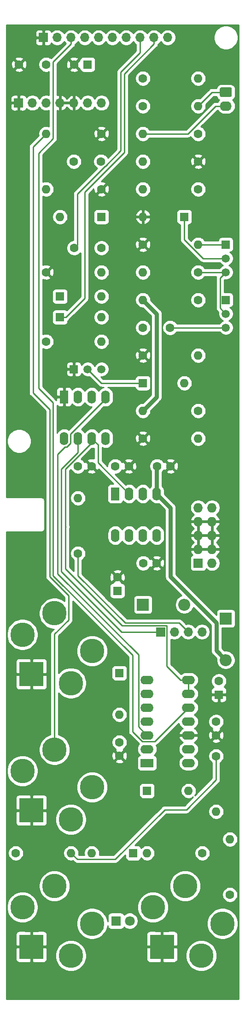
<source format=gbr>
%TF.GenerationSoftware,KiCad,Pcbnew,5.1.10-88a1d61d58~90~ubuntu20.04.1*%
%TF.CreationDate,2021-08-12T11:11:01-04:00*%
%TF.ProjectId,precadsr,70726563-6164-4737-922e-6b696361645f,rev?*%
%TF.SameCoordinates,Original*%
%TF.FileFunction,Copper,L2,Bot*%
%TF.FilePolarity,Positive*%
%FSLAX46Y46*%
G04 Gerber Fmt 4.6, Leading zero omitted, Abs format (unit mm)*
G04 Created by KiCad (PCBNEW 5.1.10-88a1d61d58~90~ubuntu20.04.1) date 2021-08-12 11:11:01*
%MOMM*%
%LPD*%
G01*
G04 APERTURE LIST*
%TA.AperFunction,ComponentPad*%
%ADD10C,1.600000*%
%TD*%
%TA.AperFunction,ComponentPad*%
%ADD11R,1.500000X1.500000*%
%TD*%
%TA.AperFunction,ComponentPad*%
%ADD12C,1.500000*%
%TD*%
%TA.AperFunction,ComponentPad*%
%ADD13O,1.600000X1.600000*%
%TD*%
%TA.AperFunction,ComponentPad*%
%ADD14C,4.500001*%
%TD*%
%TA.AperFunction,ComponentPad*%
%ADD15C,4.500000*%
%TD*%
%TA.AperFunction,ComponentPad*%
%ADD16R,4.500001X4.500001*%
%TD*%
%TA.AperFunction,ComponentPad*%
%ADD17O,1.600000X2.400000*%
%TD*%
%TA.AperFunction,ComponentPad*%
%ADD18R,1.600000X2.400000*%
%TD*%
%TA.AperFunction,ComponentPad*%
%ADD19O,2.200000X1.740000*%
%TD*%
%TA.AperFunction,ComponentPad*%
%ADD20R,1.600000X1.600000*%
%TD*%
%TA.AperFunction,ComponentPad*%
%ADD21O,1.700000X1.700000*%
%TD*%
%TA.AperFunction,ComponentPad*%
%ADD22R,1.700000X1.700000*%
%TD*%
%TA.AperFunction,ComponentPad*%
%ADD23C,1.800000*%
%TD*%
%TA.AperFunction,ComponentPad*%
%ADD24R,1.800000X1.800000*%
%TD*%
%TA.AperFunction,ComponentPad*%
%ADD25O,2.200000X2.200000*%
%TD*%
%TA.AperFunction,ComponentPad*%
%ADD26R,2.200000X2.200000*%
%TD*%
%TA.AperFunction,ComponentPad*%
%ADD27O,1.727200X1.727200*%
%TD*%
%TA.AperFunction,ComponentPad*%
%ADD28R,1.727200X1.727200*%
%TD*%
%TA.AperFunction,ComponentPad*%
%ADD29O,2.400000X1.600000*%
%TD*%
%TA.AperFunction,ComponentPad*%
%ADD30R,2.400000X1.600000*%
%TD*%
%TA.AperFunction,Conductor*%
%ADD31C,0.750000*%
%TD*%
%TA.AperFunction,Conductor*%
%ADD32C,0.250000*%
%TD*%
%TA.AperFunction,Conductor*%
%ADD33C,0.254000*%
%TD*%
%TA.AperFunction,Conductor*%
%ADD34C,0.100000*%
%TD*%
G04 APERTURE END LIST*
D10*
%TO.P,C13,2*%
%TO.N,LOOP_CONN_2*%
X99140000Y-61595000D03*
%TO.P,C13,1*%
%TO.N,Net-(C13-Pad1)*%
X104140000Y-61595000D03*
%TD*%
D11*
%TO.P,Q1,1*%
%TO.N,GND*%
X99060000Y-83820000D03*
D12*
%TO.P,Q1,3*%
%TO.N,Net-(Q1-Pad3)*%
X104140000Y-83820000D03*
%TO.P,Q1,2*%
%TO.N,TRIG*%
X101600000Y-83820000D03*
%TD*%
D10*
%TO.P,R1,1*%
%TO.N,+12V*%
X93980000Y-78740000D03*
D13*
%TO.P,R1,2*%
%TO.N,Net-(Q1-Pad3)*%
X104140000Y-78740000D03*
%TD*%
D14*
%TO.P,J4,RN*%
%TO.N,N/C*%
X98500000Y-191400000D03*
D15*
%TO.P,J4,TN*%
X89600000Y-182500000D03*
D14*
%TO.P,J4,R*%
X102400000Y-185500000D03*
D16*
%TO.P,J4,S*%
%TO.N,GND*%
X91260000Y-189740000D03*
D15*
%TO.P,J4,T*%
%TO.N,Net-(J4-PadT)*%
X95500000Y-178600000D03*
%TD*%
D17*
%TO.P,U1,8*%
%TO.N,+12V*%
X97280000Y-96520000D03*
%TO.P,U1,4*%
%TO.N,GATE*%
X104900000Y-88900000D03*
%TO.P,U1,7*%
%TO.N,SUS1*%
X99820000Y-96520000D03*
%TO.P,U1,3*%
%TO.N,Net-(D4-Pad2)*%
X102360000Y-88900000D03*
%TO.P,U1,6*%
%TO.N,THR*%
X102360000Y-96520000D03*
%TO.P,U1,2*%
%TO.N,Net-(Q1-Pad3)*%
X99820000Y-88900000D03*
%TO.P,U1,5*%
%TO.N,Net-(C1-Pad1)*%
X104900000Y-96520000D03*
D18*
%TO.P,U1,1*%
%TO.N,GND*%
X97280000Y-88900000D03*
%TD*%
D19*
%TO.P,J7,2*%
%TO.N,PUSH_2*%
X127000000Y-35560000D03*
%TO.P,J7,1*%
%TO.N,PUSH_1*%
%TA.AperFunction,ComponentPad*%
G36*
G01*
X126149999Y-32150000D02*
X127850001Y-32150000D01*
G75*
G02*
X128100000Y-32399999I0J-249999D01*
G01*
X128100000Y-33640001D01*
G75*
G02*
X127850001Y-33890000I-249999J0D01*
G01*
X126149999Y-33890000D01*
G75*
G02*
X125900000Y-33640001I0J249999D01*
G01*
X125900000Y-32399999D01*
G75*
G02*
X126149999Y-32150000I249999J0D01*
G01*
G37*
%TD.AperFunction*%
%TD*%
D13*
%TO.P,D7,2*%
%TO.N,Net-(C7-Pad1)*%
X119380000Y-86360000D03*
D20*
%TO.P,D7,1*%
%TO.N,TRIG*%
X111760000Y-86360000D03*
%TD*%
D10*
%TO.P,C6,2*%
%TO.N,-12V*%
X125220000Y-148470000D03*
%TO.P,C6,1*%
%TO.N,GND*%
X125220000Y-150970000D03*
%TD*%
%TO.P,R7,1*%
%TO.N,Net-(D3-Pad1)*%
X121920000Y-50800000D03*
D13*
%TO.P,R7,2*%
%TO.N,/GIN*%
X111760000Y-50800000D03*
%TD*%
D21*
%TO.P,J9,4*%
%TO.N,REL1*%
X122620000Y-132000000D03*
%TO.P,J9,3*%
%TO.N,SUS3*%
X120080000Y-132000000D03*
%TO.P,J9,2*%
%TO.N,SUS2*%
X117540000Y-132000000D03*
D22*
%TO.P,J9,1*%
%TO.N,SUS1*%
X115000000Y-132000000D03*
%TD*%
D10*
%TO.P,R19,1*%
%TO.N,GND*%
X104140000Y-50800000D03*
D13*
%TO.P,R19,2*%
%TO.N,Net-(C12-Pad1)*%
X93980000Y-50800000D03*
%TD*%
D10*
%TO.P,C4,2*%
%TO.N,-12V*%
X125730000Y-141010000D03*
D20*
%TO.P,C4,1*%
%TO.N,GND*%
X125730000Y-143510000D03*
%TD*%
D10*
%TO.P,R16,1*%
%TO.N,GND*%
X104140000Y-40640000D03*
D13*
%TO.P,R16,2*%
%TO.N,/TIN*%
X93980000Y-40640000D03*
%TD*%
%TO.P,D3,2*%
%TO.N,GND*%
X111760000Y-55880000D03*
D20*
%TO.P,D3,1*%
%TO.N,Net-(D3-Pad1)*%
X119380000Y-55880000D03*
%TD*%
D10*
%TO.P,C7,2*%
%TO.N,GATE*%
X116760000Y-76200000D03*
%TO.P,C7,1*%
%TO.N,Net-(C7-Pad1)*%
X111760000Y-76200000D03*
%TD*%
D11*
%TO.P,Q2,1*%
%TO.N,Net-(Q2-Pad1)*%
X127000000Y-60960000D03*
D12*
%TO.P,Q2,3*%
%TO.N,Net-(Q2-Pad3)*%
X127000000Y-66040000D03*
%TO.P,Q2,2*%
%TO.N,Net-(D3-Pad1)*%
X127000000Y-63500000D03*
%TD*%
D10*
%TO.P,R17,1*%
%TO.N,Net-(R17-Pad1)*%
X121920000Y-91440000D03*
D13*
%TO.P,R17,2*%
%TO.N,+12V*%
X111760000Y-91440000D03*
%TD*%
D21*
%TO.P,J6,7*%
%TO.N,SPEED_3*%
X104140000Y-35000000D03*
%TO.P,J6,6*%
X101600000Y-35000000D03*
%TO.P,J6,5*%
%TO.N,GND*%
X99060000Y-35000000D03*
%TO.P,J6,4*%
X96520000Y-35000000D03*
%TO.P,J6,3*%
%TO.N,SPEED_1*%
X93980000Y-35000000D03*
%TO.P,J6,2*%
X91440000Y-35000000D03*
D22*
%TO.P,J6,1*%
%TO.N,GND*%
X88900000Y-35000000D03*
%TD*%
D21*
%TO.P,J8,10*%
%TO.N,DEC1*%
X116320000Y-23000000D03*
%TO.P,J8,9*%
%TO.N,ATT1*%
X113780000Y-23000000D03*
%TO.P,J8,8*%
%TO.N,LOOP_CONN_2*%
X111240000Y-23000000D03*
%TO.P,J8,7*%
%TO.N,LOOP_CONN_1*%
X108700000Y-23000000D03*
%TO.P,J8,6*%
%TO.N,LOOP_NORM_2*%
X106160000Y-23000000D03*
%TO.P,J8,5*%
%TO.N,LOOP_NORM_1*%
X103620000Y-23000000D03*
%TO.P,J8,4*%
%TO.N,SPEED_3*%
X101080000Y-23000000D03*
%TO.P,J8,3*%
%TO.N,POTS*%
X98540000Y-23000000D03*
%TO.P,J8,2*%
%TO.N,SPEED_1*%
X96000000Y-23000000D03*
D22*
%TO.P,J8,1*%
%TO.N,GND*%
X93460000Y-23000000D03*
%TD*%
D10*
%TO.P,R10,1*%
%TO.N,GATE*%
X121920000Y-71120000D03*
D13*
%TO.P,R10,2*%
%TO.N,+12V*%
X111760000Y-71120000D03*
%TD*%
D10*
%TO.P,R20,1*%
%TO.N,GND*%
X93980000Y-66040000D03*
D13*
%TO.P,R20,2*%
%TO.N,Net-(C13-Pad1)*%
X104140000Y-66040000D03*
%TD*%
D10*
%TO.P,C9,2*%
%TO.N,-12V*%
X114340000Y-101600000D03*
%TO.P,C9,1*%
%TO.N,GND*%
X116840000Y-101600000D03*
%TD*%
D18*
%TO.P,U3,1*%
%TO.N,Net-(U3-Pad1)*%
X106680000Y-106680000D03*
D17*
%TO.P,U3,5*%
%TO.N,Net-(U3-Pad5)*%
X114300000Y-114300000D03*
%TO.P,U3,2*%
%TO.N,THR*%
X109220000Y-106680000D03*
%TO.P,U3,6*%
%TO.N,LOOP_CONN_1*%
X111760000Y-114300000D03*
%TO.P,U3,3*%
%TO.N,Net-(R17-Pad1)*%
X111760000Y-106680000D03*
%TO.P,U3,7*%
%TO.N,+12V*%
X109220000Y-114300000D03*
%TO.P,U3,4*%
%TO.N,-12V*%
X114300000Y-106680000D03*
%TO.P,U3,8*%
%TO.N,Net-(U3-Pad8)*%
X106680000Y-114300000D03*
%TD*%
D10*
%TO.P,C12,2*%
%TO.N,/TIN*%
X104060000Y-45720000D03*
%TO.P,C12,1*%
%TO.N,Net-(C12-Pad1)*%
X99060000Y-45720000D03*
%TD*%
D13*
%TO.P,D9,2*%
%TO.N,Net-(C12-Pad1)*%
X96520000Y-55880000D03*
D20*
%TO.P,D9,1*%
%TO.N,TRIG*%
X104140000Y-55880000D03*
%TD*%
D13*
%TO.P,D8,2*%
%TO.N,Net-(D8-Pad2)*%
X102360000Y-172560000D03*
D20*
%TO.P,D8,1*%
%TO.N,Net-(D8-Pad1)*%
X109980000Y-172560000D03*
%TD*%
D10*
%TO.P,R11,1*%
%TO.N,GND*%
X111760000Y-81280000D03*
D13*
%TO.P,R11,2*%
%TO.N,Net-(C7-Pad1)*%
X121920000Y-81280000D03*
%TD*%
D10*
%TO.P,C8,2*%
%TO.N,GND*%
X114300000Y-119380000D03*
%TO.P,C8,1*%
%TO.N,+12V*%
X111800000Y-119380000D03*
%TD*%
%TO.P,C3,2*%
%TO.N,GND*%
X107061000Y-121960000D03*
D20*
%TO.P,C3,1*%
%TO.N,+12V*%
X107061000Y-124460000D03*
%TD*%
D10*
%TO.P,C11,2*%
%TO.N,GND*%
X99100000Y-27940000D03*
D20*
%TO.P,C11,1*%
%TO.N,SPEED_3*%
X101600000Y-27940000D03*
%TD*%
D13*
%TO.P,D10,2*%
%TO.N,Net-(C13-Pad1)*%
X104140000Y-70485000D03*
D20*
%TO.P,D10,1*%
%TO.N,TRIG*%
X96520000Y-70485000D03*
%TD*%
D10*
%TO.P,R18,1*%
%TO.N,GND*%
X111760000Y-96520000D03*
D13*
%TO.P,R18,2*%
%TO.N,Net-(R17-Pad1)*%
X121920000Y-96520000D03*
%TD*%
D10*
%TO.P,C2,2*%
%TO.N,GND*%
X102322000Y-101600000D03*
%TO.P,C2,1*%
%TO.N,+12V*%
X99822000Y-101600000D03*
%TD*%
D13*
%TO.P,D4,2*%
%TO.N,Net-(D4-Pad2)*%
X104140000Y-74295000D03*
D20*
%TO.P,D4,1*%
%TO.N,ATT1*%
X96520000Y-74295000D03*
%TD*%
D23*
%TO.P,L1,2*%
%TO.N,Net-(L1-Pad2)*%
X109340000Y-185000000D03*
D24*
%TO.P,L1,1*%
%TO.N,Net-(D8-Pad2)*%
X106800000Y-185000000D03*
%TD*%
D14*
%TO.P,J2,RN*%
%TO.N,N/C*%
X98500000Y-141400000D03*
D15*
%TO.P,J2,TN*%
%TO.N,LOOP_NORM_2*%
X89600000Y-132500000D03*
D14*
%TO.P,J2,R*%
%TO.N,N/C*%
X102400000Y-135500000D03*
D16*
%TO.P,J2,S*%
%TO.N,GND*%
X91260000Y-139740000D03*
D15*
%TO.P,J2,T*%
%TO.N,/GIN*%
X95500000Y-128600000D03*
%TD*%
D10*
%TO.P,R15,1*%
%TO.N,Net-(J5-PadT)*%
X127760000Y-180180000D03*
D13*
%TO.P,R15,2*%
%TO.N,Net-(L1-Pad2)*%
X127760000Y-170020000D03*
%TD*%
D10*
%TO.P,R5,1*%
%TO.N,+12V*%
X111760000Y-35560000D03*
D13*
%TO.P,R5,2*%
%TO.N,PUSH_1*%
X121920000Y-35560000D03*
%TD*%
D14*
%TO.P,J5,RN*%
%TO.N,N/C*%
X122500000Y-191400000D03*
D15*
%TO.P,J5,TN*%
X113600000Y-182500000D03*
D14*
%TO.P,J5,R*%
X126400000Y-185500000D03*
D16*
%TO.P,J5,S*%
%TO.N,GND*%
X115260000Y-189740000D03*
D15*
%TO.P,J5,T*%
%TO.N,Net-(J5-PadT)*%
X119500000Y-178600000D03*
%TD*%
D10*
%TO.P,C1,2*%
%TO.N,GND*%
X109180000Y-101600000D03*
%TO.P,C1,1*%
%TO.N,Net-(C1-Pad1)*%
X106680000Y-101600000D03*
%TD*%
D14*
%TO.P,J3,RN*%
%TO.N,N/C*%
X98500000Y-166400000D03*
D15*
%TO.P,J3,TN*%
X89600000Y-157500000D03*
D14*
%TO.P,J3,R*%
X102400000Y-160500000D03*
D16*
%TO.P,J3,S*%
%TO.N,GND*%
X91260000Y-164740000D03*
D15*
%TO.P,J3,T*%
%TO.N,/TIN*%
X95500000Y-153600000D03*
%TD*%
D10*
%TO.P,R12,1*%
%TO.N,THR*%
X125220000Y-154780000D03*
D13*
%TO.P,R12,2*%
%TO.N,Net-(D8-Pad1)*%
X125220000Y-164940000D03*
%TD*%
D10*
%TO.P,R4,1*%
%TO.N,SUS3*%
X99820000Y-117602000D03*
D13*
%TO.P,R4,2*%
%TO.N,+12V*%
X99820000Y-107442000D03*
%TD*%
D10*
%TO.P,R6,1*%
%TO.N,Net-(D3-Pad1)*%
X121920000Y-40640000D03*
D13*
%TO.P,R6,2*%
%TO.N,PUSH_2*%
X111760000Y-40640000D03*
%TD*%
D10*
%TO.P,C10,2*%
%TO.N,SPEED_1*%
X93980000Y-27940000D03*
%TO.P,C10,1*%
%TO.N,GND*%
X88980000Y-27940000D03*
%TD*%
%TO.P,R14,1*%
%TO.N,Net-(J4-PadT)*%
X88390000Y-172560000D03*
D13*
%TO.P,R14,2*%
%TO.N,THR*%
X98550000Y-172560000D03*
%TD*%
D10*
%TO.P,R2,1*%
%TO.N,LOOP_NORM_1*%
X111760000Y-30480000D03*
D13*
%TO.P,R2,2*%
%TO.N,+12V*%
X121920000Y-30480000D03*
%TD*%
D25*
%TO.P,D1,2*%
%TO.N,/+12_IN*%
X119380000Y-127000000D03*
D26*
%TO.P,D1,1*%
%TO.N,+12V*%
X111760000Y-127000000D03*
%TD*%
D10*
%TO.P,R13,1*%
%TO.N,Net-(L1-Pad2)*%
X122680000Y-172560000D03*
D13*
%TO.P,R13,2*%
%TO.N,Net-(D8-Pad1)*%
X112520000Y-172560000D03*
%TD*%
D11*
%TO.P,Q3,1*%
%TO.N,Net-(Q2-Pad1)*%
X127000000Y-71120000D03*
D12*
%TO.P,Q3,3*%
%TO.N,GATE*%
X127000000Y-76200000D03*
%TO.P,Q3,2*%
%TO.N,Net-(Q2-Pad3)*%
X127000000Y-73660000D03*
%TD*%
D13*
%TO.P,D5,2*%
%TO.N,DEC1*%
X107440000Y-147160000D03*
D20*
%TO.P,D5,1*%
%TO.N,Net-(D5-Pad1)*%
X107440000Y-139540000D03*
%TD*%
D10*
%TO.P,R9,1*%
%TO.N,GND*%
X111760000Y-60960000D03*
D13*
%TO.P,R9,2*%
%TO.N,Net-(Q2-Pad1)*%
X121920000Y-60960000D03*
%TD*%
D10*
%TO.P,R8,1*%
%TO.N,Net-(Q2-Pad3)*%
X121920000Y-66040000D03*
D13*
%TO.P,R8,2*%
%TO.N,+12V*%
X111760000Y-66040000D03*
%TD*%
D27*
%TO.P,J1,10*%
%TO.N,/+12_IN*%
X124460000Y-109220000D03*
%TO.P,J1,9*%
X121920000Y-109220000D03*
%TO.P,J1,8*%
%TO.N,GND*%
X124460000Y-111760000D03*
%TO.P,J1,7*%
X121920000Y-111760000D03*
%TO.P,J1,6*%
X124460000Y-114300000D03*
%TO.P,J1,5*%
X121920000Y-114300000D03*
%TO.P,J1,4*%
X124460000Y-116840000D03*
%TO.P,J1,3*%
X121920000Y-116840000D03*
%TO.P,J1,2*%
%TO.N,/-12_IN*%
X124460000Y-119380000D03*
D28*
%TO.P,J1,1*%
X121920000Y-119380000D03*
%TD*%
D25*
%TO.P,D2,2*%
%TO.N,-12V*%
X127000000Y-137160000D03*
D26*
%TO.P,D2,1*%
%TO.N,/-12_IN*%
X127000000Y-129540000D03*
%TD*%
D13*
%TO.P,D6,2*%
%TO.N,REL1*%
X120140000Y-161130000D03*
D20*
%TO.P,D6,1*%
%TO.N,Net-(D6-Pad1)*%
X112520000Y-161130000D03*
%TD*%
D10*
%TO.P,R3,1*%
%TO.N,GND*%
X121920000Y-45720000D03*
D13*
%TO.P,R3,2*%
%TO.N,/GIN*%
X111760000Y-45720000D03*
%TD*%
D10*
%TO.P,C5,2*%
%TO.N,GND*%
X107440000Y-154740000D03*
%TO.P,C5,1*%
%TO.N,+12V*%
X107440000Y-152240000D03*
%TD*%
D29*
%TO.P,U2,14*%
%TO.N,Net-(D8-Pad2)*%
X120140000Y-156050000D03*
%TO.P,U2,7*%
%TO.N,Net-(D5-Pad1)*%
X112520000Y-140810000D03*
%TO.P,U2,13*%
%TO.N,Net-(D8-Pad1)*%
X120140000Y-153510000D03*
%TO.P,U2,6*%
%TO.N,DEC1*%
X112520000Y-143350000D03*
%TO.P,U2,12*%
%TO.N,GND*%
X120140000Y-150970000D03*
%TO.P,U2,5*%
%TO.N,SUS2*%
X112520000Y-145890000D03*
%TO.P,U2,11*%
%TO.N,-12V*%
X120140000Y-148430000D03*
%TO.P,U2,4*%
%TO.N,+12V*%
X112520000Y-148430000D03*
%TO.P,U2,10*%
%TO.N,POTS*%
X120140000Y-145890000D03*
%TO.P,U2,3*%
%TO.N,GATE*%
X112520000Y-150970000D03*
%TO.P,U2,9*%
%TO.N,THR*%
X120140000Y-143350000D03*
%TO.P,U2,2*%
%TO.N,REL1*%
X112520000Y-153510000D03*
%TO.P,U2,8*%
%TO.N,THR*%
X120140000Y-140810000D03*
D30*
%TO.P,U2,1*%
%TO.N,Net-(D6-Pad1)*%
X112520000Y-156050000D03*
%TD*%
D31*
%TO.N,+12V*%
X111760000Y-71120000D02*
X114300000Y-73660000D01*
X114300000Y-88900000D02*
X111760000Y-91440000D01*
X114300000Y-73660000D02*
X114300000Y-88900000D01*
%TO.N,-12V*%
X125274999Y-135434999D02*
X125274999Y-130341997D01*
X114300000Y-101640000D02*
X114340000Y-101600000D01*
X127000000Y-137160000D02*
X125274999Y-135434999D01*
X114300000Y-106680000D02*
X114300000Y-101640000D01*
X116840000Y-109220000D02*
X114300000Y-106680000D01*
X116840000Y-121906998D02*
X116840000Y-109220000D01*
X125274999Y-130341997D02*
X116840000Y-121906998D01*
D32*
%TO.N,GATE*%
X97443992Y-98095010D02*
X96104999Y-99434003D01*
X98455010Y-97406705D02*
X97766705Y-98095010D01*
X96104999Y-99434003D02*
X96104999Y-121377999D01*
X104900000Y-89283000D02*
X98455010Y-95727990D01*
X110944990Y-136217990D02*
X110944990Y-149394990D01*
X96104999Y-121377999D02*
X110944990Y-136217990D01*
X110944990Y-149394990D02*
X112520000Y-150970000D01*
X116840000Y-76200000D02*
X127000000Y-76200000D01*
X104900000Y-88900000D02*
X104900000Y-89283000D01*
X98455010Y-95727990D02*
X98455010Y-97406705D01*
X97766705Y-98095010D02*
X97443992Y-98095010D01*
%TO.N,Net-(D3-Pad1)*%
X122794998Y-63500000D02*
X119380000Y-60085002D01*
X127000000Y-63500000D02*
X122794998Y-63500000D01*
X119380000Y-60085002D02*
X119380000Y-55880000D01*
%TO.N,TRIG*%
X104140000Y-86360000D02*
X101600000Y-83820000D01*
X111760000Y-86360000D02*
X104140000Y-86360000D01*
%TO.N,ATT1*%
X113780000Y-24202081D02*
X113780000Y-23000000D01*
X108331000Y-29651081D02*
X113780000Y-24202081D01*
X101034011Y-51365989D02*
X108331000Y-44069000D01*
X101034011Y-70830989D02*
X101034011Y-51365989D01*
X108331000Y-44069000D02*
X108331000Y-29651081D01*
X97570000Y-74295000D02*
X101034011Y-70830989D01*
X96520000Y-74295000D02*
X97570000Y-74295000D01*
%TO.N,THR*%
X103497001Y-100957001D02*
X109220000Y-106680000D01*
X103497001Y-97657001D02*
X103497001Y-100957001D01*
X98550000Y-172560000D02*
X99675001Y-173685001D01*
X118690000Y-140810000D02*
X116175001Y-138295001D01*
X102360000Y-97284000D02*
X102360000Y-96520000D01*
X97534000Y-120394000D02*
X97534000Y-112778000D01*
X97534000Y-102110000D02*
X102360000Y-97284000D01*
X125220000Y-159133000D02*
X125220000Y-154780000D01*
X120140000Y-140810000D02*
X118690000Y-140810000D01*
X97587010Y-112724990D02*
X97534000Y-112778000D01*
X97534000Y-112778000D02*
X97534000Y-102110000D01*
X119761000Y-164592000D02*
X125220000Y-159133000D01*
X99675001Y-173685001D02*
X106669997Y-173685001D01*
X102360000Y-96520000D02*
X103497001Y-97657001D01*
X107950000Y-130810000D02*
X97534000Y-120394000D01*
X120140000Y-140810000D02*
X120140000Y-143350000D01*
X116175001Y-138295001D02*
X116175001Y-130889999D01*
X116175001Y-130889999D02*
X116095002Y-130810000D01*
X106669997Y-173685001D02*
X115762998Y-164592000D01*
X115762998Y-164592000D02*
X119761000Y-164592000D01*
X116095002Y-130810000D02*
X107950000Y-130810000D01*
%TO.N,PUSH_2*%
X120016410Y-40640000D02*
X111760000Y-40640000D01*
X127000000Y-35560000D02*
X125096410Y-35560000D01*
X125096410Y-35560000D02*
X120016410Y-40640000D01*
%TO.N,PUSH_1*%
X121920000Y-35560000D02*
X124460000Y-33020000D01*
X124460000Y-33020000D02*
X127000000Y-33020000D01*
%TO.N,LOOP_NORM_1*%
X111100000Y-30480000D02*
X111760000Y-30480000D01*
%TO.N,SUS3*%
X108515991Y-130359991D02*
X118439991Y-130359991D01*
X99820000Y-121664000D02*
X108515991Y-130359991D01*
X99820000Y-117602000D02*
X99820000Y-121664000D01*
X118439991Y-130359991D02*
X120080000Y-132000000D01*
%TO.N,SUS1*%
X99820000Y-96520000D02*
X99820000Y-99060000D01*
X107870000Y-132000000D02*
X115000000Y-132000000D01*
X99820000Y-99060000D02*
X96772000Y-102108000D01*
X96772000Y-120902000D02*
X107870000Y-132000000D01*
X96772000Y-102108000D02*
X96772000Y-120902000D01*
%TO.N,LOOP_CONN_2*%
X111240000Y-25793000D02*
X111240000Y-23000000D01*
X107696000Y-43749002D02*
X107696000Y-29337000D01*
X107696000Y-29337000D02*
X111240000Y-25793000D01*
X104836002Y-46609000D02*
X107696000Y-43749002D01*
X99695000Y-51689000D02*
X104775000Y-46609000D01*
X104775000Y-46609000D02*
X104836002Y-46609000D01*
X99140000Y-61595000D02*
X99695000Y-61040000D01*
X99695000Y-61040000D02*
X99695000Y-51689000D01*
%TO.N,/TIN*%
X98075001Y-129836001D02*
X98075001Y-125347591D01*
X95500000Y-132411002D02*
X98075001Y-129836001D01*
X95500000Y-153600000D02*
X95500000Y-132411002D01*
X91567000Y-43053000D02*
X93980000Y-40640000D01*
X94626022Y-91197022D02*
X91567000Y-88138000D01*
X91567000Y-88138000D02*
X91567000Y-43053000D01*
X98075001Y-125347591D02*
X94626022Y-121898612D01*
X94626022Y-121898612D02*
X94626022Y-91197022D01*
%TO.N,POTS*%
X95250000Y-27940000D02*
X95250000Y-41529000D01*
X98540000Y-24202081D02*
X95250000Y-27492081D01*
X95250000Y-27492081D02*
X95250000Y-27940000D01*
X92583000Y-44196000D02*
X92583000Y-87345222D01*
X92583000Y-87345222D02*
X95204977Y-89967199D01*
X113934990Y-152095010D02*
X120140000Y-145890000D01*
X95250000Y-121666000D02*
X109855000Y-136271000D01*
X111654006Y-152095010D02*
X113934990Y-152095010D01*
X95204977Y-89967199D02*
X95204977Y-99996801D01*
X95250000Y-100041824D02*
X95250000Y-121666000D01*
X109855000Y-136271000D02*
X109855000Y-150296004D01*
X109855000Y-150296004D02*
X111654006Y-152095010D01*
X95250000Y-41529000D02*
X92583000Y-44196000D01*
X95204977Y-99996801D02*
X95250000Y-100041824D01*
X98540000Y-23000000D02*
X98540000Y-24202081D01*
%TO.N,Net-(Q2-Pad1)*%
X127000000Y-60960000D02*
X121920000Y-60960000D01*
%TO.N,Net-(Q2-Pad3)*%
X121920000Y-66040000D02*
X127000000Y-66040000D01*
X125924999Y-72584999D02*
X127000000Y-73660000D01*
X125924999Y-67115001D02*
X125924999Y-72584999D01*
X127000000Y-66040000D02*
X125924999Y-67115001D01*
D31*
%TO.N,Net-(U3-Pad5)*%
X114260000Y-114340000D02*
X114300000Y-114300000D01*
%TD*%
D33*
%TO.N,GND*%
X129315001Y-199315000D02*
X86685000Y-199315000D01*
X86685000Y-191990000D01*
X88371928Y-191990000D01*
X88384188Y-192114482D01*
X88420498Y-192234180D01*
X88479463Y-192344494D01*
X88558815Y-192441185D01*
X88655506Y-192520537D01*
X88765820Y-192579502D01*
X88885518Y-192615812D01*
X89010000Y-192628072D01*
X90974250Y-192625000D01*
X91133000Y-192466250D01*
X91133000Y-189867000D01*
X91387000Y-189867000D01*
X91387000Y-192466250D01*
X91545750Y-192625000D01*
X93510000Y-192628072D01*
X93634482Y-192615812D01*
X93754180Y-192579502D01*
X93864494Y-192520537D01*
X93961185Y-192441185D01*
X94040537Y-192344494D01*
X94099502Y-192234180D01*
X94135812Y-192114482D01*
X94148072Y-191990000D01*
X94146705Y-191115852D01*
X95615000Y-191115852D01*
X95615000Y-191684148D01*
X95725869Y-192241523D01*
X95943346Y-192766560D01*
X96259074Y-193239080D01*
X96660920Y-193640926D01*
X97133440Y-193956654D01*
X97658477Y-194174131D01*
X98215852Y-194285000D01*
X98784148Y-194285000D01*
X99341523Y-194174131D01*
X99866560Y-193956654D01*
X100339080Y-193640926D01*
X100740926Y-193239080D01*
X101056654Y-192766560D01*
X101274131Y-192241523D01*
X101324162Y-191990000D01*
X112371928Y-191990000D01*
X112384188Y-192114482D01*
X112420498Y-192234180D01*
X112479463Y-192344494D01*
X112558815Y-192441185D01*
X112655506Y-192520537D01*
X112765820Y-192579502D01*
X112885518Y-192615812D01*
X113010000Y-192628072D01*
X114974250Y-192625000D01*
X115133000Y-192466250D01*
X115133000Y-189867000D01*
X115387000Y-189867000D01*
X115387000Y-192466250D01*
X115545750Y-192625000D01*
X117510000Y-192628072D01*
X117634482Y-192615812D01*
X117754180Y-192579502D01*
X117864494Y-192520537D01*
X117961185Y-192441185D01*
X118040537Y-192344494D01*
X118099502Y-192234180D01*
X118135812Y-192114482D01*
X118148072Y-191990000D01*
X118146705Y-191115852D01*
X119615000Y-191115852D01*
X119615000Y-191684148D01*
X119725869Y-192241523D01*
X119943346Y-192766560D01*
X120259074Y-193239080D01*
X120660920Y-193640926D01*
X121133440Y-193956654D01*
X121658477Y-194174131D01*
X122215852Y-194285000D01*
X122784148Y-194285000D01*
X123341523Y-194174131D01*
X123866560Y-193956654D01*
X124339080Y-193640926D01*
X124740926Y-193239080D01*
X125056654Y-192766560D01*
X125274131Y-192241523D01*
X125385000Y-191684148D01*
X125385000Y-191115852D01*
X125274131Y-190558477D01*
X125056654Y-190033440D01*
X124740926Y-189560920D01*
X124339080Y-189159074D01*
X123866560Y-188843346D01*
X123341523Y-188625869D01*
X122784148Y-188515000D01*
X122215852Y-188515000D01*
X121658477Y-188625869D01*
X121133440Y-188843346D01*
X120660920Y-189159074D01*
X120259074Y-189560920D01*
X119943346Y-190033440D01*
X119725869Y-190558477D01*
X119615000Y-191115852D01*
X118146705Y-191115852D01*
X118145000Y-190025750D01*
X117986250Y-189867000D01*
X115387000Y-189867000D01*
X115133000Y-189867000D01*
X112533750Y-189867000D01*
X112375000Y-190025750D01*
X112371928Y-191990000D01*
X101324162Y-191990000D01*
X101385000Y-191684148D01*
X101385000Y-191115852D01*
X101274131Y-190558477D01*
X101056654Y-190033440D01*
X100740926Y-189560920D01*
X100339080Y-189159074D01*
X99866560Y-188843346D01*
X99341523Y-188625869D01*
X98784148Y-188515000D01*
X98215852Y-188515000D01*
X97658477Y-188625869D01*
X97133440Y-188843346D01*
X96660920Y-189159074D01*
X96259074Y-189560920D01*
X95943346Y-190033440D01*
X95725869Y-190558477D01*
X95615000Y-191115852D01*
X94146705Y-191115852D01*
X94145000Y-190025750D01*
X93986250Y-189867000D01*
X91387000Y-189867000D01*
X91133000Y-189867000D01*
X88533750Y-189867000D01*
X88375000Y-190025750D01*
X88371928Y-191990000D01*
X86685000Y-191990000D01*
X86685000Y-187490000D01*
X88371928Y-187490000D01*
X88375000Y-189454250D01*
X88533750Y-189613000D01*
X91133000Y-189613000D01*
X91133000Y-187013750D01*
X91387000Y-187013750D01*
X91387000Y-189613000D01*
X93986250Y-189613000D01*
X94145000Y-189454250D01*
X94148072Y-187490000D01*
X94135812Y-187365518D01*
X94099502Y-187245820D01*
X94040537Y-187135506D01*
X93961185Y-187038815D01*
X93864494Y-186959463D01*
X93754180Y-186900498D01*
X93634482Y-186864188D01*
X93510000Y-186851928D01*
X91545750Y-186855000D01*
X91387000Y-187013750D01*
X91133000Y-187013750D01*
X90974250Y-186855000D01*
X89010000Y-186851928D01*
X88885518Y-186864188D01*
X88765820Y-186900498D01*
X88655506Y-186959463D01*
X88558815Y-187038815D01*
X88479463Y-187135506D01*
X88420498Y-187245820D01*
X88384188Y-187365518D01*
X88371928Y-187490000D01*
X86685000Y-187490000D01*
X86685000Y-182215852D01*
X86715000Y-182215852D01*
X86715000Y-182784148D01*
X86825869Y-183341523D01*
X87043346Y-183866560D01*
X87359074Y-184339080D01*
X87760920Y-184740926D01*
X88233440Y-185056654D01*
X88758477Y-185274131D01*
X89315852Y-185385000D01*
X89884148Y-185385000D01*
X90441523Y-185274131D01*
X90582221Y-185215852D01*
X99515000Y-185215852D01*
X99515000Y-185784148D01*
X99625869Y-186341523D01*
X99843346Y-186866560D01*
X100159074Y-187339080D01*
X100560920Y-187740926D01*
X101033440Y-188056654D01*
X101558477Y-188274131D01*
X102115852Y-188385000D01*
X102684148Y-188385000D01*
X103241523Y-188274131D01*
X103766560Y-188056654D01*
X104239080Y-187740926D01*
X104490006Y-187490000D01*
X112371928Y-187490000D01*
X112375000Y-189454250D01*
X112533750Y-189613000D01*
X115133000Y-189613000D01*
X115133000Y-187013750D01*
X115387000Y-187013750D01*
X115387000Y-189613000D01*
X117986250Y-189613000D01*
X118145000Y-189454250D01*
X118148072Y-187490000D01*
X118135812Y-187365518D01*
X118099502Y-187245820D01*
X118040537Y-187135506D01*
X117961185Y-187038815D01*
X117864494Y-186959463D01*
X117754180Y-186900498D01*
X117634482Y-186864188D01*
X117510000Y-186851928D01*
X115545750Y-186855000D01*
X115387000Y-187013750D01*
X115133000Y-187013750D01*
X114974250Y-186855000D01*
X113010000Y-186851928D01*
X112885518Y-186864188D01*
X112765820Y-186900498D01*
X112655506Y-186959463D01*
X112558815Y-187038815D01*
X112479463Y-187135506D01*
X112420498Y-187245820D01*
X112384188Y-187365518D01*
X112371928Y-187490000D01*
X104490006Y-187490000D01*
X104640926Y-187339080D01*
X104956654Y-186866560D01*
X105174131Y-186341523D01*
X105261937Y-185900093D01*
X105274188Y-186024482D01*
X105310498Y-186144180D01*
X105369463Y-186254494D01*
X105448815Y-186351185D01*
X105545506Y-186430537D01*
X105655820Y-186489502D01*
X105775518Y-186525812D01*
X105900000Y-186538072D01*
X107700000Y-186538072D01*
X107824482Y-186525812D01*
X107944180Y-186489502D01*
X108054494Y-186430537D01*
X108151185Y-186351185D01*
X108230537Y-186254494D01*
X108289502Y-186144180D01*
X108295056Y-186125873D01*
X108361495Y-186192312D01*
X108612905Y-186360299D01*
X108892257Y-186476011D01*
X109188816Y-186535000D01*
X109491184Y-186535000D01*
X109787743Y-186476011D01*
X110067095Y-186360299D01*
X110318505Y-186192312D01*
X110532312Y-185978505D01*
X110700299Y-185727095D01*
X110816011Y-185447743D01*
X110875000Y-185151184D01*
X110875000Y-184848816D01*
X110816011Y-184552257D01*
X110700299Y-184272905D01*
X110532312Y-184021495D01*
X110318505Y-183807688D01*
X110067095Y-183639701D01*
X109787743Y-183523989D01*
X109491184Y-183465000D01*
X109188816Y-183465000D01*
X108892257Y-183523989D01*
X108612905Y-183639701D01*
X108361495Y-183807688D01*
X108295056Y-183874127D01*
X108289502Y-183855820D01*
X108230537Y-183745506D01*
X108151185Y-183648815D01*
X108054494Y-183569463D01*
X107944180Y-183510498D01*
X107824482Y-183474188D01*
X107700000Y-183461928D01*
X105900000Y-183461928D01*
X105775518Y-183474188D01*
X105655820Y-183510498D01*
X105545506Y-183569463D01*
X105448815Y-183648815D01*
X105369463Y-183745506D01*
X105310498Y-183855820D01*
X105274188Y-183975518D01*
X105261928Y-184100000D01*
X105261928Y-185099861D01*
X105174131Y-184658477D01*
X104956654Y-184133440D01*
X104640926Y-183660920D01*
X104239080Y-183259074D01*
X103766560Y-182943346D01*
X103241523Y-182725869D01*
X102684148Y-182615000D01*
X102115852Y-182615000D01*
X101558477Y-182725869D01*
X101033440Y-182943346D01*
X100560920Y-183259074D01*
X100159074Y-183660920D01*
X99843346Y-184133440D01*
X99625869Y-184658477D01*
X99515000Y-185215852D01*
X90582221Y-185215852D01*
X90966560Y-185056654D01*
X91439080Y-184740926D01*
X91840926Y-184339080D01*
X92156654Y-183866560D01*
X92374131Y-183341523D01*
X92485000Y-182784148D01*
X92485000Y-182215852D01*
X110715000Y-182215852D01*
X110715000Y-182784148D01*
X110825869Y-183341523D01*
X111043346Y-183866560D01*
X111359074Y-184339080D01*
X111760920Y-184740926D01*
X112233440Y-185056654D01*
X112758477Y-185274131D01*
X113315852Y-185385000D01*
X113884148Y-185385000D01*
X114441523Y-185274131D01*
X114582221Y-185215852D01*
X123515000Y-185215852D01*
X123515000Y-185784148D01*
X123625869Y-186341523D01*
X123843346Y-186866560D01*
X124159074Y-187339080D01*
X124560920Y-187740926D01*
X125033440Y-188056654D01*
X125558477Y-188274131D01*
X126115852Y-188385000D01*
X126684148Y-188385000D01*
X127241523Y-188274131D01*
X127766560Y-188056654D01*
X128239080Y-187740926D01*
X128640926Y-187339080D01*
X128956654Y-186866560D01*
X129174131Y-186341523D01*
X129285000Y-185784148D01*
X129285000Y-185215852D01*
X129174131Y-184658477D01*
X128956654Y-184133440D01*
X128640926Y-183660920D01*
X128239080Y-183259074D01*
X127766560Y-182943346D01*
X127241523Y-182725869D01*
X126684148Y-182615000D01*
X126115852Y-182615000D01*
X125558477Y-182725869D01*
X125033440Y-182943346D01*
X124560920Y-183259074D01*
X124159074Y-183660920D01*
X123843346Y-184133440D01*
X123625869Y-184658477D01*
X123515000Y-185215852D01*
X114582221Y-185215852D01*
X114966560Y-185056654D01*
X115439080Y-184740926D01*
X115840926Y-184339080D01*
X116156654Y-183866560D01*
X116374131Y-183341523D01*
X116485000Y-182784148D01*
X116485000Y-182215852D01*
X116374131Y-181658477D01*
X116156654Y-181133440D01*
X115840926Y-180660920D01*
X115439080Y-180259074D01*
X114966560Y-179943346D01*
X114441523Y-179725869D01*
X113884148Y-179615000D01*
X113315852Y-179615000D01*
X112758477Y-179725869D01*
X112233440Y-179943346D01*
X111760920Y-180259074D01*
X111359074Y-180660920D01*
X111043346Y-181133440D01*
X110825869Y-181658477D01*
X110715000Y-182215852D01*
X92485000Y-182215852D01*
X92374131Y-181658477D01*
X92156654Y-181133440D01*
X91840926Y-180660920D01*
X91439080Y-180259074D01*
X90966560Y-179943346D01*
X90441523Y-179725869D01*
X89884148Y-179615000D01*
X89315852Y-179615000D01*
X88758477Y-179725869D01*
X88233440Y-179943346D01*
X87760920Y-180259074D01*
X87359074Y-180660920D01*
X87043346Y-181133440D01*
X86825869Y-181658477D01*
X86715000Y-182215852D01*
X86685000Y-182215852D01*
X86685000Y-178315852D01*
X92615000Y-178315852D01*
X92615000Y-178884148D01*
X92725869Y-179441523D01*
X92943346Y-179966560D01*
X93259074Y-180439080D01*
X93660920Y-180840926D01*
X94133440Y-181156654D01*
X94658477Y-181374131D01*
X95215852Y-181485000D01*
X95784148Y-181485000D01*
X96341523Y-181374131D01*
X96866560Y-181156654D01*
X97339080Y-180840926D01*
X97740926Y-180439080D01*
X98056654Y-179966560D01*
X98274131Y-179441523D01*
X98385000Y-178884148D01*
X98385000Y-178315852D01*
X116615000Y-178315852D01*
X116615000Y-178884148D01*
X116725869Y-179441523D01*
X116943346Y-179966560D01*
X117259074Y-180439080D01*
X117660920Y-180840926D01*
X118133440Y-181156654D01*
X118658477Y-181374131D01*
X119215852Y-181485000D01*
X119784148Y-181485000D01*
X120341523Y-181374131D01*
X120866560Y-181156654D01*
X121339080Y-180840926D01*
X121740926Y-180439080D01*
X122008474Y-180038665D01*
X126325000Y-180038665D01*
X126325000Y-180321335D01*
X126380147Y-180598574D01*
X126488320Y-180859727D01*
X126645363Y-181094759D01*
X126845241Y-181294637D01*
X127080273Y-181451680D01*
X127341426Y-181559853D01*
X127618665Y-181615000D01*
X127901335Y-181615000D01*
X128178574Y-181559853D01*
X128439727Y-181451680D01*
X128674759Y-181294637D01*
X128874637Y-181094759D01*
X129031680Y-180859727D01*
X129139853Y-180598574D01*
X129195000Y-180321335D01*
X129195000Y-180038665D01*
X129139853Y-179761426D01*
X129031680Y-179500273D01*
X128874637Y-179265241D01*
X128674759Y-179065363D01*
X128439727Y-178908320D01*
X128178574Y-178800147D01*
X127901335Y-178745000D01*
X127618665Y-178745000D01*
X127341426Y-178800147D01*
X127080273Y-178908320D01*
X126845241Y-179065363D01*
X126645363Y-179265241D01*
X126488320Y-179500273D01*
X126380147Y-179761426D01*
X126325000Y-180038665D01*
X122008474Y-180038665D01*
X122056654Y-179966560D01*
X122274131Y-179441523D01*
X122385000Y-178884148D01*
X122385000Y-178315852D01*
X122274131Y-177758477D01*
X122056654Y-177233440D01*
X121740926Y-176760920D01*
X121339080Y-176359074D01*
X120866560Y-176043346D01*
X120341523Y-175825869D01*
X119784148Y-175715000D01*
X119215852Y-175715000D01*
X118658477Y-175825869D01*
X118133440Y-176043346D01*
X117660920Y-176359074D01*
X117259074Y-176760920D01*
X116943346Y-177233440D01*
X116725869Y-177758477D01*
X116615000Y-178315852D01*
X98385000Y-178315852D01*
X98274131Y-177758477D01*
X98056654Y-177233440D01*
X97740926Y-176760920D01*
X97339080Y-176359074D01*
X96866560Y-176043346D01*
X96341523Y-175825869D01*
X95784148Y-175715000D01*
X95215852Y-175715000D01*
X94658477Y-175825869D01*
X94133440Y-176043346D01*
X93660920Y-176359074D01*
X93259074Y-176760920D01*
X92943346Y-177233440D01*
X92725869Y-177758477D01*
X92615000Y-178315852D01*
X86685000Y-178315852D01*
X86685000Y-172418665D01*
X86955000Y-172418665D01*
X86955000Y-172701335D01*
X87010147Y-172978574D01*
X87118320Y-173239727D01*
X87275363Y-173474759D01*
X87475241Y-173674637D01*
X87710273Y-173831680D01*
X87971426Y-173939853D01*
X88248665Y-173995000D01*
X88531335Y-173995000D01*
X88808574Y-173939853D01*
X89069727Y-173831680D01*
X89304759Y-173674637D01*
X89504637Y-173474759D01*
X89661680Y-173239727D01*
X89769853Y-172978574D01*
X89825000Y-172701335D01*
X89825000Y-172418665D01*
X97115000Y-172418665D01*
X97115000Y-172701335D01*
X97170147Y-172978574D01*
X97278320Y-173239727D01*
X97435363Y-173474759D01*
X97635241Y-173674637D01*
X97870273Y-173831680D01*
X98131426Y-173939853D01*
X98408665Y-173995000D01*
X98691335Y-173995000D01*
X98873886Y-173958688D01*
X99111202Y-174196004D01*
X99135000Y-174225002D01*
X99250725Y-174319975D01*
X99382754Y-174390547D01*
X99526015Y-174434004D01*
X99637668Y-174445001D01*
X99637676Y-174445001D01*
X99675001Y-174448677D01*
X99712326Y-174445001D01*
X106632675Y-174445001D01*
X106669997Y-174448677D01*
X106707319Y-174445001D01*
X106707330Y-174445001D01*
X106818983Y-174434004D01*
X106962244Y-174390547D01*
X107094273Y-174319975D01*
X107209998Y-174225002D01*
X107233801Y-174195998D01*
X108541928Y-172887871D01*
X108541928Y-173360000D01*
X108554188Y-173484482D01*
X108590498Y-173604180D01*
X108649463Y-173714494D01*
X108728815Y-173811185D01*
X108825506Y-173890537D01*
X108935820Y-173949502D01*
X109055518Y-173985812D01*
X109180000Y-173998072D01*
X110780000Y-173998072D01*
X110904482Y-173985812D01*
X111024180Y-173949502D01*
X111134494Y-173890537D01*
X111231185Y-173811185D01*
X111310537Y-173714494D01*
X111369502Y-173604180D01*
X111405812Y-173484482D01*
X111406643Y-173476039D01*
X111605241Y-173674637D01*
X111840273Y-173831680D01*
X112101426Y-173939853D01*
X112378665Y-173995000D01*
X112661335Y-173995000D01*
X112938574Y-173939853D01*
X113199727Y-173831680D01*
X113434759Y-173674637D01*
X113634637Y-173474759D01*
X113791680Y-173239727D01*
X113899853Y-172978574D01*
X113955000Y-172701335D01*
X113955000Y-172418665D01*
X121245000Y-172418665D01*
X121245000Y-172701335D01*
X121300147Y-172978574D01*
X121408320Y-173239727D01*
X121565363Y-173474759D01*
X121765241Y-173674637D01*
X122000273Y-173831680D01*
X122261426Y-173939853D01*
X122538665Y-173995000D01*
X122821335Y-173995000D01*
X123098574Y-173939853D01*
X123359727Y-173831680D01*
X123594759Y-173674637D01*
X123794637Y-173474759D01*
X123951680Y-173239727D01*
X124059853Y-172978574D01*
X124115000Y-172701335D01*
X124115000Y-172418665D01*
X124059853Y-172141426D01*
X123951680Y-171880273D01*
X123794637Y-171645241D01*
X123594759Y-171445363D01*
X123359727Y-171288320D01*
X123098574Y-171180147D01*
X122821335Y-171125000D01*
X122538665Y-171125000D01*
X122261426Y-171180147D01*
X122000273Y-171288320D01*
X121765241Y-171445363D01*
X121565363Y-171645241D01*
X121408320Y-171880273D01*
X121300147Y-172141426D01*
X121245000Y-172418665D01*
X113955000Y-172418665D01*
X113899853Y-172141426D01*
X113791680Y-171880273D01*
X113634637Y-171645241D01*
X113434759Y-171445363D01*
X113199727Y-171288320D01*
X112938574Y-171180147D01*
X112661335Y-171125000D01*
X112378665Y-171125000D01*
X112101426Y-171180147D01*
X111840273Y-171288320D01*
X111605241Y-171445363D01*
X111406643Y-171643961D01*
X111405812Y-171635518D01*
X111369502Y-171515820D01*
X111310537Y-171405506D01*
X111231185Y-171308815D01*
X111134494Y-171229463D01*
X111024180Y-171170498D01*
X110904482Y-171134188D01*
X110780000Y-171121928D01*
X110307871Y-171121928D01*
X111551134Y-169878665D01*
X126325000Y-169878665D01*
X126325000Y-170161335D01*
X126380147Y-170438574D01*
X126488320Y-170699727D01*
X126645363Y-170934759D01*
X126845241Y-171134637D01*
X127080273Y-171291680D01*
X127341426Y-171399853D01*
X127618665Y-171455000D01*
X127901335Y-171455000D01*
X128178574Y-171399853D01*
X128439727Y-171291680D01*
X128674759Y-171134637D01*
X128874637Y-170934759D01*
X129031680Y-170699727D01*
X129139853Y-170438574D01*
X129195000Y-170161335D01*
X129195000Y-169878665D01*
X129139853Y-169601426D01*
X129031680Y-169340273D01*
X128874637Y-169105241D01*
X128674759Y-168905363D01*
X128439727Y-168748320D01*
X128178574Y-168640147D01*
X127901335Y-168585000D01*
X127618665Y-168585000D01*
X127341426Y-168640147D01*
X127080273Y-168748320D01*
X126845241Y-168905363D01*
X126645363Y-169105241D01*
X126488320Y-169340273D01*
X126380147Y-169601426D01*
X126325000Y-169878665D01*
X111551134Y-169878665D01*
X116077800Y-165352000D01*
X119723678Y-165352000D01*
X119761000Y-165355676D01*
X119798322Y-165352000D01*
X119798333Y-165352000D01*
X119909986Y-165341003D01*
X120053247Y-165297546D01*
X120185276Y-165226974D01*
X120301001Y-165132001D01*
X120324804Y-165102997D01*
X120629136Y-164798665D01*
X123785000Y-164798665D01*
X123785000Y-165081335D01*
X123840147Y-165358574D01*
X123948320Y-165619727D01*
X124105363Y-165854759D01*
X124305241Y-166054637D01*
X124540273Y-166211680D01*
X124801426Y-166319853D01*
X125078665Y-166375000D01*
X125361335Y-166375000D01*
X125638574Y-166319853D01*
X125899727Y-166211680D01*
X126134759Y-166054637D01*
X126334637Y-165854759D01*
X126491680Y-165619727D01*
X126599853Y-165358574D01*
X126655000Y-165081335D01*
X126655000Y-164798665D01*
X126599853Y-164521426D01*
X126491680Y-164260273D01*
X126334637Y-164025241D01*
X126134759Y-163825363D01*
X125899727Y-163668320D01*
X125638574Y-163560147D01*
X125361335Y-163505000D01*
X125078665Y-163505000D01*
X124801426Y-163560147D01*
X124540273Y-163668320D01*
X124305241Y-163825363D01*
X124105363Y-164025241D01*
X123948320Y-164260273D01*
X123840147Y-164521426D01*
X123785000Y-164798665D01*
X120629136Y-164798665D01*
X125731004Y-159696798D01*
X125760001Y-159673001D01*
X125854974Y-159557276D01*
X125925546Y-159425247D01*
X125969003Y-159281986D01*
X125980000Y-159170333D01*
X125980000Y-159170323D01*
X125983676Y-159133000D01*
X125980000Y-159095677D01*
X125980000Y-155998043D01*
X126134759Y-155894637D01*
X126334637Y-155694759D01*
X126491680Y-155459727D01*
X126599853Y-155198574D01*
X126655000Y-154921335D01*
X126655000Y-154638665D01*
X126599853Y-154361426D01*
X126491680Y-154100273D01*
X126334637Y-153865241D01*
X126134759Y-153665363D01*
X125899727Y-153508320D01*
X125638574Y-153400147D01*
X125361335Y-153345000D01*
X125078665Y-153345000D01*
X124801426Y-153400147D01*
X124540273Y-153508320D01*
X124305241Y-153665363D01*
X124105363Y-153865241D01*
X123948320Y-154100273D01*
X123840147Y-154361426D01*
X123785000Y-154638665D01*
X123785000Y-154921335D01*
X123840147Y-155198574D01*
X123948320Y-155459727D01*
X124105363Y-155694759D01*
X124305241Y-155894637D01*
X124460001Y-155998044D01*
X124460000Y-158818198D01*
X121297321Y-161980877D01*
X121411680Y-161809727D01*
X121519853Y-161548574D01*
X121575000Y-161271335D01*
X121575000Y-160988665D01*
X121519853Y-160711426D01*
X121411680Y-160450273D01*
X121254637Y-160215241D01*
X121054759Y-160015363D01*
X120819727Y-159858320D01*
X120558574Y-159750147D01*
X120281335Y-159695000D01*
X119998665Y-159695000D01*
X119721426Y-159750147D01*
X119460273Y-159858320D01*
X119225241Y-160015363D01*
X119025363Y-160215241D01*
X118868320Y-160450273D01*
X118760147Y-160711426D01*
X118705000Y-160988665D01*
X118705000Y-161271335D01*
X118760147Y-161548574D01*
X118868320Y-161809727D01*
X119025363Y-162044759D01*
X119225241Y-162244637D01*
X119460273Y-162401680D01*
X119721426Y-162509853D01*
X119998665Y-162565000D01*
X120281335Y-162565000D01*
X120558574Y-162509853D01*
X120819727Y-162401680D01*
X120990878Y-162287321D01*
X119446199Y-163832000D01*
X115800320Y-163832000D01*
X115762997Y-163828324D01*
X115725674Y-163832000D01*
X115725665Y-163832000D01*
X115614012Y-163842997D01*
X115470751Y-163886454D01*
X115338722Y-163957026D01*
X115222997Y-164051999D01*
X115199199Y-164080997D01*
X106355196Y-172925001D01*
X103750509Y-172925001D01*
X103795000Y-172701335D01*
X103795000Y-172418665D01*
X103739853Y-172141426D01*
X103631680Y-171880273D01*
X103474637Y-171645241D01*
X103274759Y-171445363D01*
X103039727Y-171288320D01*
X102778574Y-171180147D01*
X102501335Y-171125000D01*
X102218665Y-171125000D01*
X101941426Y-171180147D01*
X101680273Y-171288320D01*
X101445241Y-171445363D01*
X101245363Y-171645241D01*
X101088320Y-171880273D01*
X100980147Y-172141426D01*
X100925000Y-172418665D01*
X100925000Y-172701335D01*
X100969491Y-172925001D01*
X99989803Y-172925001D01*
X99948688Y-172883886D01*
X99985000Y-172701335D01*
X99985000Y-172418665D01*
X99929853Y-172141426D01*
X99821680Y-171880273D01*
X99664637Y-171645241D01*
X99464759Y-171445363D01*
X99229727Y-171288320D01*
X98968574Y-171180147D01*
X98691335Y-171125000D01*
X98408665Y-171125000D01*
X98131426Y-171180147D01*
X97870273Y-171288320D01*
X97635241Y-171445363D01*
X97435363Y-171645241D01*
X97278320Y-171880273D01*
X97170147Y-172141426D01*
X97115000Y-172418665D01*
X89825000Y-172418665D01*
X89769853Y-172141426D01*
X89661680Y-171880273D01*
X89504637Y-171645241D01*
X89304759Y-171445363D01*
X89069727Y-171288320D01*
X88808574Y-171180147D01*
X88531335Y-171125000D01*
X88248665Y-171125000D01*
X87971426Y-171180147D01*
X87710273Y-171288320D01*
X87475241Y-171445363D01*
X87275363Y-171645241D01*
X87118320Y-171880273D01*
X87010147Y-172141426D01*
X86955000Y-172418665D01*
X86685000Y-172418665D01*
X86685000Y-166990000D01*
X88371928Y-166990000D01*
X88384188Y-167114482D01*
X88420498Y-167234180D01*
X88479463Y-167344494D01*
X88558815Y-167441185D01*
X88655506Y-167520537D01*
X88765820Y-167579502D01*
X88885518Y-167615812D01*
X89010000Y-167628072D01*
X90974250Y-167625000D01*
X91133000Y-167466250D01*
X91133000Y-164867000D01*
X91387000Y-164867000D01*
X91387000Y-167466250D01*
X91545750Y-167625000D01*
X93510000Y-167628072D01*
X93634482Y-167615812D01*
X93754180Y-167579502D01*
X93864494Y-167520537D01*
X93961185Y-167441185D01*
X94040537Y-167344494D01*
X94099502Y-167234180D01*
X94135812Y-167114482D01*
X94148072Y-166990000D01*
X94146705Y-166115852D01*
X95615000Y-166115852D01*
X95615000Y-166684148D01*
X95725869Y-167241523D01*
X95943346Y-167766560D01*
X96259074Y-168239080D01*
X96660920Y-168640926D01*
X97133440Y-168956654D01*
X97658477Y-169174131D01*
X98215852Y-169285000D01*
X98784148Y-169285000D01*
X99341523Y-169174131D01*
X99866560Y-168956654D01*
X100339080Y-168640926D01*
X100740926Y-168239080D01*
X101056654Y-167766560D01*
X101274131Y-167241523D01*
X101385000Y-166684148D01*
X101385000Y-166115852D01*
X101274131Y-165558477D01*
X101056654Y-165033440D01*
X100740926Y-164560920D01*
X100339080Y-164159074D01*
X99866560Y-163843346D01*
X99341523Y-163625869D01*
X98784148Y-163515000D01*
X98215852Y-163515000D01*
X97658477Y-163625869D01*
X97133440Y-163843346D01*
X96660920Y-164159074D01*
X96259074Y-164560920D01*
X95943346Y-165033440D01*
X95725869Y-165558477D01*
X95615000Y-166115852D01*
X94146705Y-166115852D01*
X94145000Y-165025750D01*
X93986250Y-164867000D01*
X91387000Y-164867000D01*
X91133000Y-164867000D01*
X88533750Y-164867000D01*
X88375000Y-165025750D01*
X88371928Y-166990000D01*
X86685000Y-166990000D01*
X86685000Y-162490000D01*
X88371928Y-162490000D01*
X88375000Y-164454250D01*
X88533750Y-164613000D01*
X91133000Y-164613000D01*
X91133000Y-162013750D01*
X91387000Y-162013750D01*
X91387000Y-164613000D01*
X93986250Y-164613000D01*
X94145000Y-164454250D01*
X94148072Y-162490000D01*
X94135812Y-162365518D01*
X94099502Y-162245820D01*
X94040537Y-162135506D01*
X93961185Y-162038815D01*
X93864494Y-161959463D01*
X93754180Y-161900498D01*
X93634482Y-161864188D01*
X93510000Y-161851928D01*
X91545750Y-161855000D01*
X91387000Y-162013750D01*
X91133000Y-162013750D01*
X90974250Y-161855000D01*
X89010000Y-161851928D01*
X88885518Y-161864188D01*
X88765820Y-161900498D01*
X88655506Y-161959463D01*
X88558815Y-162038815D01*
X88479463Y-162135506D01*
X88420498Y-162245820D01*
X88384188Y-162365518D01*
X88371928Y-162490000D01*
X86685000Y-162490000D01*
X86685000Y-157215852D01*
X86715000Y-157215852D01*
X86715000Y-157784148D01*
X86825869Y-158341523D01*
X87043346Y-158866560D01*
X87359074Y-159339080D01*
X87760920Y-159740926D01*
X88233440Y-160056654D01*
X88758477Y-160274131D01*
X89315852Y-160385000D01*
X89884148Y-160385000D01*
X90441523Y-160274131D01*
X90582221Y-160215852D01*
X99515000Y-160215852D01*
X99515000Y-160784148D01*
X99625869Y-161341523D01*
X99843346Y-161866560D01*
X100159074Y-162339080D01*
X100560920Y-162740926D01*
X101033440Y-163056654D01*
X101558477Y-163274131D01*
X102115852Y-163385000D01*
X102684148Y-163385000D01*
X103241523Y-163274131D01*
X103766560Y-163056654D01*
X104239080Y-162740926D01*
X104640926Y-162339080D01*
X104956654Y-161866560D01*
X105174131Y-161341523D01*
X105285000Y-160784148D01*
X105285000Y-160330000D01*
X111081928Y-160330000D01*
X111081928Y-161930000D01*
X111094188Y-162054482D01*
X111130498Y-162174180D01*
X111189463Y-162284494D01*
X111268815Y-162381185D01*
X111365506Y-162460537D01*
X111475820Y-162519502D01*
X111595518Y-162555812D01*
X111720000Y-162568072D01*
X113320000Y-162568072D01*
X113444482Y-162555812D01*
X113564180Y-162519502D01*
X113674494Y-162460537D01*
X113771185Y-162381185D01*
X113850537Y-162284494D01*
X113909502Y-162174180D01*
X113945812Y-162054482D01*
X113958072Y-161930000D01*
X113958072Y-160330000D01*
X113945812Y-160205518D01*
X113909502Y-160085820D01*
X113850537Y-159975506D01*
X113771185Y-159878815D01*
X113674494Y-159799463D01*
X113564180Y-159740498D01*
X113444482Y-159704188D01*
X113320000Y-159691928D01*
X111720000Y-159691928D01*
X111595518Y-159704188D01*
X111475820Y-159740498D01*
X111365506Y-159799463D01*
X111268815Y-159878815D01*
X111189463Y-159975506D01*
X111130498Y-160085820D01*
X111094188Y-160205518D01*
X111081928Y-160330000D01*
X105285000Y-160330000D01*
X105285000Y-160215852D01*
X105174131Y-159658477D01*
X104956654Y-159133440D01*
X104640926Y-158660920D01*
X104239080Y-158259074D01*
X103766560Y-157943346D01*
X103241523Y-157725869D01*
X102684148Y-157615000D01*
X102115852Y-157615000D01*
X101558477Y-157725869D01*
X101033440Y-157943346D01*
X100560920Y-158259074D01*
X100159074Y-158660920D01*
X99843346Y-159133440D01*
X99625869Y-159658477D01*
X99515000Y-160215852D01*
X90582221Y-160215852D01*
X90966560Y-160056654D01*
X91439080Y-159740926D01*
X91840926Y-159339080D01*
X92156654Y-158866560D01*
X92374131Y-158341523D01*
X92485000Y-157784148D01*
X92485000Y-157215852D01*
X92374131Y-156658477D01*
X92156654Y-156133440D01*
X91840926Y-155660920D01*
X91439080Y-155259074D01*
X90966560Y-154943346D01*
X90441523Y-154725869D01*
X89884148Y-154615000D01*
X89315852Y-154615000D01*
X88758477Y-154725869D01*
X88233440Y-154943346D01*
X87760920Y-155259074D01*
X87359074Y-155660920D01*
X87043346Y-156133440D01*
X86825869Y-156658477D01*
X86715000Y-157215852D01*
X86685000Y-157215852D01*
X86685000Y-141990000D01*
X88371928Y-141990000D01*
X88384188Y-142114482D01*
X88420498Y-142234180D01*
X88479463Y-142344494D01*
X88558815Y-142441185D01*
X88655506Y-142520537D01*
X88765820Y-142579502D01*
X88885518Y-142615812D01*
X89010000Y-142628072D01*
X90974250Y-142625000D01*
X91133000Y-142466250D01*
X91133000Y-139867000D01*
X91387000Y-139867000D01*
X91387000Y-142466250D01*
X91545750Y-142625000D01*
X93510000Y-142628072D01*
X93634482Y-142615812D01*
X93754180Y-142579502D01*
X93864494Y-142520537D01*
X93961185Y-142441185D01*
X94040537Y-142344494D01*
X94099502Y-142234180D01*
X94135812Y-142114482D01*
X94148072Y-141990000D01*
X94145000Y-140025750D01*
X93986250Y-139867000D01*
X91387000Y-139867000D01*
X91133000Y-139867000D01*
X88533750Y-139867000D01*
X88375000Y-140025750D01*
X88371928Y-141990000D01*
X86685000Y-141990000D01*
X86685000Y-137490000D01*
X88371928Y-137490000D01*
X88375000Y-139454250D01*
X88533750Y-139613000D01*
X91133000Y-139613000D01*
X91133000Y-137013750D01*
X91387000Y-137013750D01*
X91387000Y-139613000D01*
X93986250Y-139613000D01*
X94145000Y-139454250D01*
X94148072Y-137490000D01*
X94135812Y-137365518D01*
X94099502Y-137245820D01*
X94040537Y-137135506D01*
X93961185Y-137038815D01*
X93864494Y-136959463D01*
X93754180Y-136900498D01*
X93634482Y-136864188D01*
X93510000Y-136851928D01*
X91545750Y-136855000D01*
X91387000Y-137013750D01*
X91133000Y-137013750D01*
X90974250Y-136855000D01*
X89010000Y-136851928D01*
X88885518Y-136864188D01*
X88765820Y-136900498D01*
X88655506Y-136959463D01*
X88558815Y-137038815D01*
X88479463Y-137135506D01*
X88420498Y-137245820D01*
X88384188Y-137365518D01*
X88371928Y-137490000D01*
X86685000Y-137490000D01*
X86685000Y-132215852D01*
X86715000Y-132215852D01*
X86715000Y-132784148D01*
X86825869Y-133341523D01*
X87043346Y-133866560D01*
X87359074Y-134339080D01*
X87760920Y-134740926D01*
X88233440Y-135056654D01*
X88758477Y-135274131D01*
X89315852Y-135385000D01*
X89884148Y-135385000D01*
X90441523Y-135274131D01*
X90966560Y-135056654D01*
X91439080Y-134740926D01*
X91840926Y-134339080D01*
X92156654Y-133866560D01*
X92374131Y-133341523D01*
X92485000Y-132784148D01*
X92485000Y-132215852D01*
X92374131Y-131658477D01*
X92156654Y-131133440D01*
X91840926Y-130660920D01*
X91439080Y-130259074D01*
X90966560Y-129943346D01*
X90441523Y-129725869D01*
X89884148Y-129615000D01*
X89315852Y-129615000D01*
X88758477Y-129725869D01*
X88233440Y-129943346D01*
X87760920Y-130259074D01*
X87359074Y-130660920D01*
X87043346Y-131133440D01*
X86825869Y-131658477D01*
X86715000Y-132215852D01*
X86685000Y-132215852D01*
X86685000Y-113685000D01*
X92966353Y-113685000D01*
X93000000Y-113688314D01*
X93134283Y-113675088D01*
X93263406Y-113635919D01*
X93382407Y-113572312D01*
X93486711Y-113486711D01*
X93572312Y-113382407D01*
X93635919Y-113263406D01*
X93675088Y-113134283D01*
X93685000Y-113033647D01*
X93688314Y-113000000D01*
X93685000Y-112966353D01*
X93685000Y-108033646D01*
X93688314Y-108000000D01*
X93675088Y-107865717D01*
X93635919Y-107736594D01*
X93572312Y-107617593D01*
X93486711Y-107513289D01*
X93382407Y-107427688D01*
X93263406Y-107364081D01*
X93134283Y-107324912D01*
X93033647Y-107315000D01*
X93000000Y-107311686D01*
X92966353Y-107315000D01*
X86685000Y-107315000D01*
X86685000Y-96779872D01*
X86765000Y-96779872D01*
X86765000Y-97220128D01*
X86850890Y-97651925D01*
X87019369Y-98058669D01*
X87263962Y-98424729D01*
X87575271Y-98736038D01*
X87941331Y-98980631D01*
X88348075Y-99149110D01*
X88779872Y-99235000D01*
X89220128Y-99235000D01*
X89651925Y-99149110D01*
X90058669Y-98980631D01*
X90424729Y-98736038D01*
X90736038Y-98424729D01*
X90980631Y-98058669D01*
X91149110Y-97651925D01*
X91235000Y-97220128D01*
X91235000Y-96779872D01*
X91149110Y-96348075D01*
X90980631Y-95941331D01*
X90736038Y-95575271D01*
X90424729Y-95263962D01*
X90058669Y-95019369D01*
X89651925Y-94850890D01*
X89220128Y-94765000D01*
X88779872Y-94765000D01*
X88348075Y-94850890D01*
X87941331Y-95019369D01*
X87575271Y-95263962D01*
X87263962Y-95575271D01*
X87019369Y-95941331D01*
X86850890Y-96348075D01*
X86765000Y-96779872D01*
X86685000Y-96779872D01*
X86685000Y-35850000D01*
X87411928Y-35850000D01*
X87424188Y-35974482D01*
X87460498Y-36094180D01*
X87519463Y-36204494D01*
X87598815Y-36301185D01*
X87695506Y-36380537D01*
X87805820Y-36439502D01*
X87925518Y-36475812D01*
X88050000Y-36488072D01*
X88614250Y-36485000D01*
X88773000Y-36326250D01*
X88773000Y-35127000D01*
X87573750Y-35127000D01*
X87415000Y-35285750D01*
X87411928Y-35850000D01*
X86685000Y-35850000D01*
X86685000Y-34150000D01*
X87411928Y-34150000D01*
X87415000Y-34714250D01*
X87573750Y-34873000D01*
X88773000Y-34873000D01*
X88773000Y-33673750D01*
X89027000Y-33673750D01*
X89027000Y-34873000D01*
X89047000Y-34873000D01*
X89047000Y-35127000D01*
X89027000Y-35127000D01*
X89027000Y-36326250D01*
X89185750Y-36485000D01*
X89750000Y-36488072D01*
X89874482Y-36475812D01*
X89994180Y-36439502D01*
X90104494Y-36380537D01*
X90201185Y-36301185D01*
X90280537Y-36204494D01*
X90339502Y-36094180D01*
X90361513Y-36021620D01*
X90493368Y-36153475D01*
X90736589Y-36315990D01*
X91006842Y-36427932D01*
X91293740Y-36485000D01*
X91586260Y-36485000D01*
X91873158Y-36427932D01*
X92143411Y-36315990D01*
X92386632Y-36153475D01*
X92593475Y-35946632D01*
X92710000Y-35772240D01*
X92826525Y-35946632D01*
X93033368Y-36153475D01*
X93276589Y-36315990D01*
X93546842Y-36427932D01*
X93833740Y-36485000D01*
X94126260Y-36485000D01*
X94413158Y-36427932D01*
X94490001Y-36396103D01*
X94490001Y-39298017D01*
X94398574Y-39260147D01*
X94121335Y-39205000D01*
X93838665Y-39205000D01*
X93561426Y-39260147D01*
X93300273Y-39368320D01*
X93065241Y-39525363D01*
X92865363Y-39725241D01*
X92708320Y-39960273D01*
X92600147Y-40221426D01*
X92545000Y-40498665D01*
X92545000Y-40781335D01*
X92581312Y-40963886D01*
X91055998Y-42489201D01*
X91027000Y-42512999D01*
X91003202Y-42541997D01*
X91003201Y-42541998D01*
X90932026Y-42628724D01*
X90861454Y-42760754D01*
X90817998Y-42904015D01*
X90803324Y-43053000D01*
X90807001Y-43090333D01*
X90807000Y-88100678D01*
X90803324Y-88138000D01*
X90807000Y-88175322D01*
X90807000Y-88175332D01*
X90817997Y-88286985D01*
X90861230Y-88429508D01*
X90861454Y-88430246D01*
X90932026Y-88562276D01*
X90969348Y-88607753D01*
X91026999Y-88678001D01*
X91056003Y-88701804D01*
X93866023Y-91511826D01*
X93866022Y-121861290D01*
X93862346Y-121898612D01*
X93866022Y-121935934D01*
X93866022Y-121935944D01*
X93877019Y-122047597D01*
X93901106Y-122127002D01*
X93920476Y-122190858D01*
X93991048Y-122322888D01*
X94029340Y-122369546D01*
X94086021Y-122438613D01*
X94115025Y-122462416D01*
X97315002Y-125662394D01*
X97315002Y-126342985D01*
X96866560Y-126043346D01*
X96341523Y-125825869D01*
X95784148Y-125715000D01*
X95215852Y-125715000D01*
X94658477Y-125825869D01*
X94133440Y-126043346D01*
X93660920Y-126359074D01*
X93259074Y-126760920D01*
X92943346Y-127233440D01*
X92725869Y-127758477D01*
X92615000Y-128315852D01*
X92615000Y-128884148D01*
X92725869Y-129441523D01*
X92943346Y-129966560D01*
X93259074Y-130439080D01*
X93660920Y-130840926D01*
X94133440Y-131156654D01*
X94658477Y-131374131D01*
X95215852Y-131485000D01*
X95351201Y-131485000D01*
X94988998Y-131847203D01*
X94960000Y-131871001D01*
X94936202Y-131899999D01*
X94936201Y-131900000D01*
X94865026Y-131986726D01*
X94794454Y-132118756D01*
X94765001Y-132215852D01*
X94750998Y-132262016D01*
X94740001Y-132373669D01*
X94736324Y-132411002D01*
X94740001Y-132448335D01*
X94740000Y-150809653D01*
X94658477Y-150825869D01*
X94133440Y-151043346D01*
X93660920Y-151359074D01*
X93259074Y-151760920D01*
X92943346Y-152233440D01*
X92725869Y-152758477D01*
X92615000Y-153315852D01*
X92615000Y-153884148D01*
X92725869Y-154441523D01*
X92943346Y-154966560D01*
X93259074Y-155439080D01*
X93660920Y-155840926D01*
X94133440Y-156156654D01*
X94658477Y-156374131D01*
X95215852Y-156485000D01*
X95784148Y-156485000D01*
X96341523Y-156374131D01*
X96866560Y-156156654D01*
X97339080Y-155840926D01*
X97447304Y-155732702D01*
X106626903Y-155732702D01*
X106698486Y-155976671D01*
X106953996Y-156097571D01*
X107228184Y-156166300D01*
X107510512Y-156180217D01*
X107790130Y-156138787D01*
X108056292Y-156043603D01*
X108181514Y-155976671D01*
X108253097Y-155732702D01*
X107440000Y-154919605D01*
X106626903Y-155732702D01*
X97447304Y-155732702D01*
X97740926Y-155439080D01*
X98056654Y-154966560D01*
X98121291Y-154810512D01*
X105999783Y-154810512D01*
X106041213Y-155090130D01*
X106136397Y-155356292D01*
X106203329Y-155481514D01*
X106447298Y-155553097D01*
X107260395Y-154740000D01*
X107619605Y-154740000D01*
X108432702Y-155553097D01*
X108676671Y-155481514D01*
X108797571Y-155226004D01*
X108866300Y-154951816D01*
X108880217Y-154669488D01*
X108838787Y-154389870D01*
X108743603Y-154123708D01*
X108676671Y-153998486D01*
X108432702Y-153926903D01*
X107619605Y-154740000D01*
X107260395Y-154740000D01*
X106447298Y-153926903D01*
X106203329Y-153998486D01*
X106082429Y-154253996D01*
X106013700Y-154528184D01*
X105999783Y-154810512D01*
X98121291Y-154810512D01*
X98274131Y-154441523D01*
X98385000Y-153884148D01*
X98385000Y-153315852D01*
X98274131Y-152758477D01*
X98056654Y-152233440D01*
X97966601Y-152098665D01*
X106005000Y-152098665D01*
X106005000Y-152381335D01*
X106060147Y-152658574D01*
X106168320Y-152919727D01*
X106325363Y-153154759D01*
X106525241Y-153354637D01*
X106725869Y-153488692D01*
X106698486Y-153503329D01*
X106626903Y-153747298D01*
X107440000Y-154560395D01*
X108253097Y-153747298D01*
X108181514Y-153503329D01*
X108152659Y-153489676D01*
X108354759Y-153354637D01*
X108554637Y-153154759D01*
X108711680Y-152919727D01*
X108819853Y-152658574D01*
X108875000Y-152381335D01*
X108875000Y-152098665D01*
X108819853Y-151821426D01*
X108711680Y-151560273D01*
X108554637Y-151325241D01*
X108354759Y-151125363D01*
X108119727Y-150968320D01*
X107858574Y-150860147D01*
X107581335Y-150805000D01*
X107298665Y-150805000D01*
X107021426Y-150860147D01*
X106760273Y-150968320D01*
X106525241Y-151125363D01*
X106325363Y-151325241D01*
X106168320Y-151560273D01*
X106060147Y-151821426D01*
X106005000Y-152098665D01*
X97966601Y-152098665D01*
X97740926Y-151760920D01*
X97339080Y-151359074D01*
X96866560Y-151043346D01*
X96341523Y-150825869D01*
X96260000Y-150809653D01*
X96260000Y-147018665D01*
X106005000Y-147018665D01*
X106005000Y-147301335D01*
X106060147Y-147578574D01*
X106168320Y-147839727D01*
X106325363Y-148074759D01*
X106525241Y-148274637D01*
X106760273Y-148431680D01*
X107021426Y-148539853D01*
X107298665Y-148595000D01*
X107581335Y-148595000D01*
X107858574Y-148539853D01*
X108119727Y-148431680D01*
X108354759Y-148274637D01*
X108554637Y-148074759D01*
X108711680Y-147839727D01*
X108819853Y-147578574D01*
X108875000Y-147301335D01*
X108875000Y-147018665D01*
X108819853Y-146741426D01*
X108711680Y-146480273D01*
X108554637Y-146245241D01*
X108354759Y-146045363D01*
X108119727Y-145888320D01*
X107858574Y-145780147D01*
X107581335Y-145725000D01*
X107298665Y-145725000D01*
X107021426Y-145780147D01*
X106760273Y-145888320D01*
X106525241Y-146045363D01*
X106325363Y-146245241D01*
X106168320Y-146480273D01*
X106060147Y-146741426D01*
X106005000Y-147018665D01*
X96260000Y-147018665D01*
X96260000Y-143240006D01*
X96660920Y-143640926D01*
X97133440Y-143956654D01*
X97658477Y-144174131D01*
X98215852Y-144285000D01*
X98784148Y-144285000D01*
X99341523Y-144174131D01*
X99866560Y-143956654D01*
X100339080Y-143640926D01*
X100740926Y-143239080D01*
X101056654Y-142766560D01*
X101274131Y-142241523D01*
X101385000Y-141684148D01*
X101385000Y-141115852D01*
X101274131Y-140558477D01*
X101056654Y-140033440D01*
X100740926Y-139560920D01*
X100339080Y-139159074D01*
X99866560Y-138843346D01*
X99617061Y-138740000D01*
X106001928Y-138740000D01*
X106001928Y-140340000D01*
X106014188Y-140464482D01*
X106050498Y-140584180D01*
X106109463Y-140694494D01*
X106188815Y-140791185D01*
X106285506Y-140870537D01*
X106395820Y-140929502D01*
X106515518Y-140965812D01*
X106640000Y-140978072D01*
X108240000Y-140978072D01*
X108364482Y-140965812D01*
X108484180Y-140929502D01*
X108594494Y-140870537D01*
X108691185Y-140791185D01*
X108770537Y-140694494D01*
X108829502Y-140584180D01*
X108865812Y-140464482D01*
X108878072Y-140340000D01*
X108878072Y-138740000D01*
X108865812Y-138615518D01*
X108829502Y-138495820D01*
X108770537Y-138385506D01*
X108691185Y-138288815D01*
X108594494Y-138209463D01*
X108484180Y-138150498D01*
X108364482Y-138114188D01*
X108240000Y-138101928D01*
X106640000Y-138101928D01*
X106515518Y-138114188D01*
X106395820Y-138150498D01*
X106285506Y-138209463D01*
X106188815Y-138288815D01*
X106109463Y-138385506D01*
X106050498Y-138495820D01*
X106014188Y-138615518D01*
X106001928Y-138740000D01*
X99617061Y-138740000D01*
X99341523Y-138625869D01*
X98784148Y-138515000D01*
X98215852Y-138515000D01*
X97658477Y-138625869D01*
X97133440Y-138843346D01*
X96660920Y-139159074D01*
X96260000Y-139559994D01*
X96260000Y-135215852D01*
X99515000Y-135215852D01*
X99515000Y-135784148D01*
X99625869Y-136341523D01*
X99843346Y-136866560D01*
X100159074Y-137339080D01*
X100560920Y-137740926D01*
X101033440Y-138056654D01*
X101558477Y-138274131D01*
X102115852Y-138385000D01*
X102684148Y-138385000D01*
X103241523Y-138274131D01*
X103766560Y-138056654D01*
X104239080Y-137740926D01*
X104640926Y-137339080D01*
X104956654Y-136866560D01*
X105174131Y-136341523D01*
X105285000Y-135784148D01*
X105285000Y-135215852D01*
X105174131Y-134658477D01*
X104956654Y-134133440D01*
X104640926Y-133660920D01*
X104239080Y-133259074D01*
X103766560Y-132943346D01*
X103241523Y-132725869D01*
X102684148Y-132615000D01*
X102115852Y-132615000D01*
X101558477Y-132725869D01*
X101033440Y-132943346D01*
X100560920Y-133259074D01*
X100159074Y-133660920D01*
X99843346Y-134133440D01*
X99625869Y-134658477D01*
X99515000Y-135215852D01*
X96260000Y-135215852D01*
X96260000Y-132725803D01*
X98586005Y-130399799D01*
X98615002Y-130376002D01*
X98709975Y-130260277D01*
X98780547Y-130128248D01*
X98824004Y-129984987D01*
X98835001Y-129873334D01*
X98835001Y-129873325D01*
X98838677Y-129836002D01*
X98835001Y-129798679D01*
X98835001Y-126325802D01*
X109095000Y-136585802D01*
X109095001Y-150258672D01*
X109091324Y-150296004D01*
X109105998Y-150444989D01*
X109149454Y-150588250D01*
X109220026Y-150720280D01*
X109277569Y-150790395D01*
X109315000Y-150836005D01*
X109343998Y-150859803D01*
X111043684Y-152559490D01*
X110921068Y-152708899D01*
X110787818Y-152958192D01*
X110705764Y-153228691D01*
X110678057Y-153510000D01*
X110705764Y-153791309D01*
X110787818Y-154061808D01*
X110921068Y-154311101D01*
X111100392Y-154529608D01*
X111213482Y-154622419D01*
X111195518Y-154624188D01*
X111075820Y-154660498D01*
X110965506Y-154719463D01*
X110868815Y-154798815D01*
X110789463Y-154895506D01*
X110730498Y-155005820D01*
X110694188Y-155125518D01*
X110681928Y-155250000D01*
X110681928Y-156850000D01*
X110694188Y-156974482D01*
X110730498Y-157094180D01*
X110789463Y-157204494D01*
X110868815Y-157301185D01*
X110965506Y-157380537D01*
X111075820Y-157439502D01*
X111195518Y-157475812D01*
X111320000Y-157488072D01*
X113720000Y-157488072D01*
X113844482Y-157475812D01*
X113964180Y-157439502D01*
X114074494Y-157380537D01*
X114171185Y-157301185D01*
X114250537Y-157204494D01*
X114309502Y-157094180D01*
X114345812Y-156974482D01*
X114358072Y-156850000D01*
X114358072Y-155250000D01*
X114345812Y-155125518D01*
X114309502Y-155005820D01*
X114250537Y-154895506D01*
X114171185Y-154798815D01*
X114074494Y-154719463D01*
X113964180Y-154660498D01*
X113844482Y-154624188D01*
X113826518Y-154622419D01*
X113939608Y-154529608D01*
X114118932Y-154311101D01*
X114252182Y-154061808D01*
X114334236Y-153791309D01*
X114361943Y-153510000D01*
X118298057Y-153510000D01*
X118325764Y-153791309D01*
X118407818Y-154061808D01*
X118541068Y-154311101D01*
X118720392Y-154529608D01*
X118938899Y-154708932D01*
X119071858Y-154780000D01*
X118938899Y-154851068D01*
X118720392Y-155030392D01*
X118541068Y-155248899D01*
X118407818Y-155498192D01*
X118325764Y-155768691D01*
X118298057Y-156050000D01*
X118325764Y-156331309D01*
X118407818Y-156601808D01*
X118541068Y-156851101D01*
X118720392Y-157069608D01*
X118938899Y-157248932D01*
X119188192Y-157382182D01*
X119458691Y-157464236D01*
X119669508Y-157485000D01*
X120610492Y-157485000D01*
X120821309Y-157464236D01*
X121091808Y-157382182D01*
X121341101Y-157248932D01*
X121559608Y-157069608D01*
X121738932Y-156851101D01*
X121872182Y-156601808D01*
X121954236Y-156331309D01*
X121981943Y-156050000D01*
X121954236Y-155768691D01*
X121872182Y-155498192D01*
X121738932Y-155248899D01*
X121559608Y-155030392D01*
X121341101Y-154851068D01*
X121208142Y-154780000D01*
X121341101Y-154708932D01*
X121559608Y-154529608D01*
X121738932Y-154311101D01*
X121872182Y-154061808D01*
X121954236Y-153791309D01*
X121981943Y-153510000D01*
X121954236Y-153228691D01*
X121872182Y-152958192D01*
X121738932Y-152708899D01*
X121559608Y-152490392D01*
X121341101Y-152311068D01*
X121213259Y-152242735D01*
X121442839Y-152092601D01*
X121575336Y-151962702D01*
X124406903Y-151962702D01*
X124478486Y-152206671D01*
X124733996Y-152327571D01*
X125008184Y-152396300D01*
X125290512Y-152410217D01*
X125570130Y-152368787D01*
X125836292Y-152273603D01*
X125961514Y-152206671D01*
X126033097Y-151962702D01*
X125220000Y-151149605D01*
X124406903Y-151962702D01*
X121575336Y-151962702D01*
X121644500Y-151894895D01*
X121803715Y-151661646D01*
X121914367Y-151401818D01*
X121931904Y-151319039D01*
X121809915Y-151097000D01*
X120267000Y-151097000D01*
X120267000Y-151117000D01*
X120013000Y-151117000D01*
X120013000Y-151097000D01*
X118470085Y-151097000D01*
X118348096Y-151319039D01*
X118365633Y-151401818D01*
X118476285Y-151661646D01*
X118635500Y-151894895D01*
X118837161Y-152092601D01*
X119066741Y-152242735D01*
X118938899Y-152311068D01*
X118720392Y-152490392D01*
X118541068Y-152708899D01*
X118407818Y-152958192D01*
X118325764Y-153228691D01*
X118298057Y-153510000D01*
X114361943Y-153510000D01*
X114334236Y-153228691D01*
X114252182Y-152958192D01*
X114176199Y-152816038D01*
X114227237Y-152800556D01*
X114359266Y-152729984D01*
X114474991Y-152635011D01*
X114498794Y-152606007D01*
X116064289Y-151040512D01*
X123779783Y-151040512D01*
X123821213Y-151320130D01*
X123916397Y-151586292D01*
X123983329Y-151711514D01*
X124227298Y-151783097D01*
X125040395Y-150970000D01*
X125399605Y-150970000D01*
X126212702Y-151783097D01*
X126456671Y-151711514D01*
X126577571Y-151456004D01*
X126646300Y-151181816D01*
X126660217Y-150899488D01*
X126618787Y-150619870D01*
X126523603Y-150353708D01*
X126456671Y-150228486D01*
X126212702Y-150156903D01*
X125399605Y-150970000D01*
X125040395Y-150970000D01*
X124227298Y-150156903D01*
X123983329Y-150228486D01*
X123862429Y-150483996D01*
X123793700Y-150758184D01*
X123779783Y-151040512D01*
X116064289Y-151040512D01*
X118341527Y-148763274D01*
X118407818Y-148981808D01*
X118541068Y-149231101D01*
X118720392Y-149449608D01*
X118938899Y-149628932D01*
X119066741Y-149697265D01*
X118837161Y-149847399D01*
X118635500Y-150045105D01*
X118476285Y-150278354D01*
X118365633Y-150538182D01*
X118348096Y-150620961D01*
X118470085Y-150843000D01*
X120013000Y-150843000D01*
X120013000Y-150823000D01*
X120267000Y-150823000D01*
X120267000Y-150843000D01*
X121809915Y-150843000D01*
X121931904Y-150620961D01*
X121914367Y-150538182D01*
X121803715Y-150278354D01*
X121644500Y-150045105D01*
X121442839Y-149847399D01*
X121213259Y-149697265D01*
X121341101Y-149628932D01*
X121559608Y-149449608D01*
X121738932Y-149231101D01*
X121872182Y-148981808D01*
X121954236Y-148711309D01*
X121981943Y-148430000D01*
X121971963Y-148328665D01*
X123785000Y-148328665D01*
X123785000Y-148611335D01*
X123840147Y-148888574D01*
X123948320Y-149149727D01*
X124105363Y-149384759D01*
X124305241Y-149584637D01*
X124505869Y-149718692D01*
X124478486Y-149733329D01*
X124406903Y-149977298D01*
X125220000Y-150790395D01*
X126033097Y-149977298D01*
X125961514Y-149733329D01*
X125932659Y-149719676D01*
X126134759Y-149584637D01*
X126334637Y-149384759D01*
X126491680Y-149149727D01*
X126599853Y-148888574D01*
X126655000Y-148611335D01*
X126655000Y-148328665D01*
X126599853Y-148051426D01*
X126491680Y-147790273D01*
X126334637Y-147555241D01*
X126134759Y-147355363D01*
X125899727Y-147198320D01*
X125638574Y-147090147D01*
X125361335Y-147035000D01*
X125078665Y-147035000D01*
X124801426Y-147090147D01*
X124540273Y-147198320D01*
X124305241Y-147355363D01*
X124105363Y-147555241D01*
X123948320Y-147790273D01*
X123840147Y-148051426D01*
X123785000Y-148328665D01*
X121971963Y-148328665D01*
X121954236Y-148148691D01*
X121872182Y-147878192D01*
X121738932Y-147628899D01*
X121559608Y-147410392D01*
X121341101Y-147231068D01*
X121208142Y-147160000D01*
X121341101Y-147088932D01*
X121559608Y-146909608D01*
X121738932Y-146691101D01*
X121872182Y-146441808D01*
X121954236Y-146171309D01*
X121981943Y-145890000D01*
X121954236Y-145608691D01*
X121872182Y-145338192D01*
X121738932Y-145088899D01*
X121559608Y-144870392D01*
X121341101Y-144691068D01*
X121208142Y-144620000D01*
X121341101Y-144548932D01*
X121559608Y-144369608D01*
X121608527Y-144310000D01*
X124291928Y-144310000D01*
X124304188Y-144434482D01*
X124340498Y-144554180D01*
X124399463Y-144664494D01*
X124478815Y-144761185D01*
X124575506Y-144840537D01*
X124685820Y-144899502D01*
X124805518Y-144935812D01*
X124930000Y-144948072D01*
X125444250Y-144945000D01*
X125603000Y-144786250D01*
X125603000Y-143637000D01*
X125857000Y-143637000D01*
X125857000Y-144786250D01*
X126015750Y-144945000D01*
X126530000Y-144948072D01*
X126654482Y-144935812D01*
X126774180Y-144899502D01*
X126884494Y-144840537D01*
X126981185Y-144761185D01*
X127060537Y-144664494D01*
X127119502Y-144554180D01*
X127155812Y-144434482D01*
X127168072Y-144310000D01*
X127165000Y-143795750D01*
X127006250Y-143637000D01*
X125857000Y-143637000D01*
X125603000Y-143637000D01*
X124453750Y-143637000D01*
X124295000Y-143795750D01*
X124291928Y-144310000D01*
X121608527Y-144310000D01*
X121738932Y-144151101D01*
X121872182Y-143901808D01*
X121954236Y-143631309D01*
X121981943Y-143350000D01*
X121954236Y-143068691D01*
X121872182Y-142798192D01*
X121825043Y-142710000D01*
X124291928Y-142710000D01*
X124295000Y-143224250D01*
X124453750Y-143383000D01*
X125603000Y-143383000D01*
X125603000Y-143363000D01*
X125857000Y-143363000D01*
X125857000Y-143383000D01*
X127006250Y-143383000D01*
X127165000Y-143224250D01*
X127168072Y-142710000D01*
X127155812Y-142585518D01*
X127119502Y-142465820D01*
X127060537Y-142355506D01*
X126981185Y-142258815D01*
X126884494Y-142179463D01*
X126774180Y-142120498D01*
X126678057Y-142091339D01*
X126844637Y-141924759D01*
X127001680Y-141689727D01*
X127109853Y-141428574D01*
X127165000Y-141151335D01*
X127165000Y-140868665D01*
X127109853Y-140591426D01*
X127001680Y-140330273D01*
X126844637Y-140095241D01*
X126644759Y-139895363D01*
X126409727Y-139738320D01*
X126148574Y-139630147D01*
X125871335Y-139575000D01*
X125588665Y-139575000D01*
X125311426Y-139630147D01*
X125050273Y-139738320D01*
X124815241Y-139895363D01*
X124615363Y-140095241D01*
X124458320Y-140330273D01*
X124350147Y-140591426D01*
X124295000Y-140868665D01*
X124295000Y-141151335D01*
X124350147Y-141428574D01*
X124458320Y-141689727D01*
X124615363Y-141924759D01*
X124781943Y-142091339D01*
X124685820Y-142120498D01*
X124575506Y-142179463D01*
X124478815Y-142258815D01*
X124399463Y-142355506D01*
X124340498Y-142465820D01*
X124304188Y-142585518D01*
X124291928Y-142710000D01*
X121825043Y-142710000D01*
X121738932Y-142548899D01*
X121559608Y-142330392D01*
X121341101Y-142151068D01*
X121208142Y-142080000D01*
X121341101Y-142008932D01*
X121559608Y-141829608D01*
X121738932Y-141611101D01*
X121872182Y-141361808D01*
X121954236Y-141091309D01*
X121981943Y-140810000D01*
X121954236Y-140528691D01*
X121872182Y-140258192D01*
X121738932Y-140008899D01*
X121559608Y-139790392D01*
X121341101Y-139611068D01*
X121091808Y-139477818D01*
X120821309Y-139395764D01*
X120610492Y-139375000D01*
X119669508Y-139375000D01*
X119458691Y-139395764D01*
X119188192Y-139477818D01*
X118938899Y-139611068D01*
X118734014Y-139779212D01*
X116935001Y-137980200D01*
X116935001Y-133356753D01*
X117106842Y-133427932D01*
X117393740Y-133485000D01*
X117686260Y-133485000D01*
X117973158Y-133427932D01*
X118243411Y-133315990D01*
X118486632Y-133153475D01*
X118693475Y-132946632D01*
X118810000Y-132772240D01*
X118926525Y-132946632D01*
X119133368Y-133153475D01*
X119376589Y-133315990D01*
X119646842Y-133427932D01*
X119933740Y-133485000D01*
X120226260Y-133485000D01*
X120513158Y-133427932D01*
X120783411Y-133315990D01*
X121026632Y-133153475D01*
X121233475Y-132946632D01*
X121350000Y-132772240D01*
X121466525Y-132946632D01*
X121673368Y-133153475D01*
X121916589Y-133315990D01*
X122186842Y-133427932D01*
X122473740Y-133485000D01*
X122766260Y-133485000D01*
X123053158Y-133427932D01*
X123323411Y-133315990D01*
X123566632Y-133153475D01*
X123773475Y-132946632D01*
X123935990Y-132703411D01*
X124047932Y-132433158D01*
X124105000Y-132146260D01*
X124105000Y-131853740D01*
X124047932Y-131566842D01*
X123935990Y-131296589D01*
X123773475Y-131053368D01*
X123566632Y-130846525D01*
X123323411Y-130684010D01*
X123053158Y-130572068D01*
X122766260Y-130515000D01*
X122473740Y-130515000D01*
X122186842Y-130572068D01*
X121916589Y-130684010D01*
X121673368Y-130846525D01*
X121466525Y-131053368D01*
X121350000Y-131227760D01*
X121233475Y-131053368D01*
X121026632Y-130846525D01*
X120783411Y-130684010D01*
X120513158Y-130572068D01*
X120226260Y-130515000D01*
X119933740Y-130515000D01*
X119713592Y-130558791D01*
X119003795Y-129848994D01*
X118979992Y-129819990D01*
X118864267Y-129725017D01*
X118732238Y-129654445D01*
X118588977Y-129610988D01*
X118477324Y-129599991D01*
X118477313Y-129599991D01*
X118439991Y-129596315D01*
X118402669Y-129599991D01*
X108830794Y-129599991D01*
X105130803Y-125900000D01*
X110021928Y-125900000D01*
X110021928Y-128100000D01*
X110034188Y-128224482D01*
X110070498Y-128344180D01*
X110129463Y-128454494D01*
X110208815Y-128551185D01*
X110305506Y-128630537D01*
X110415820Y-128689502D01*
X110535518Y-128725812D01*
X110660000Y-128738072D01*
X112860000Y-128738072D01*
X112984482Y-128725812D01*
X113104180Y-128689502D01*
X113214494Y-128630537D01*
X113311185Y-128551185D01*
X113390537Y-128454494D01*
X113449502Y-128344180D01*
X113485812Y-128224482D01*
X113498072Y-128100000D01*
X113498072Y-125900000D01*
X113485812Y-125775518D01*
X113449502Y-125655820D01*
X113390537Y-125545506D01*
X113311185Y-125448815D01*
X113214494Y-125369463D01*
X113104180Y-125310498D01*
X112984482Y-125274188D01*
X112860000Y-125261928D01*
X110660000Y-125261928D01*
X110535518Y-125274188D01*
X110415820Y-125310498D01*
X110305506Y-125369463D01*
X110208815Y-125448815D01*
X110129463Y-125545506D01*
X110070498Y-125655820D01*
X110034188Y-125775518D01*
X110021928Y-125900000D01*
X105130803Y-125900000D01*
X102890803Y-123660000D01*
X105622928Y-123660000D01*
X105622928Y-125260000D01*
X105635188Y-125384482D01*
X105671498Y-125504180D01*
X105730463Y-125614494D01*
X105809815Y-125711185D01*
X105906506Y-125790537D01*
X106016820Y-125849502D01*
X106136518Y-125885812D01*
X106261000Y-125898072D01*
X107861000Y-125898072D01*
X107985482Y-125885812D01*
X108105180Y-125849502D01*
X108215494Y-125790537D01*
X108312185Y-125711185D01*
X108391537Y-125614494D01*
X108450502Y-125504180D01*
X108486812Y-125384482D01*
X108499072Y-125260000D01*
X108499072Y-123660000D01*
X108486812Y-123535518D01*
X108450502Y-123415820D01*
X108391537Y-123305506D01*
X108312185Y-123208815D01*
X108215494Y-123129463D01*
X108105180Y-123070498D01*
X107985482Y-123034188D01*
X107861000Y-123021928D01*
X107853785Y-123021928D01*
X107874097Y-122952702D01*
X107061000Y-122139605D01*
X106247903Y-122952702D01*
X106268215Y-123021928D01*
X106261000Y-123021928D01*
X106136518Y-123034188D01*
X106016820Y-123070498D01*
X105906506Y-123129463D01*
X105809815Y-123208815D01*
X105730463Y-123305506D01*
X105671498Y-123415820D01*
X105635188Y-123535518D01*
X105622928Y-123660000D01*
X102890803Y-123660000D01*
X101261314Y-122030512D01*
X105620783Y-122030512D01*
X105662213Y-122310130D01*
X105757397Y-122576292D01*
X105824329Y-122701514D01*
X106068298Y-122773097D01*
X106881395Y-121960000D01*
X107240605Y-121960000D01*
X108053702Y-122773097D01*
X108297671Y-122701514D01*
X108418571Y-122446004D01*
X108487300Y-122171816D01*
X108501217Y-121889488D01*
X108459787Y-121609870D01*
X108364603Y-121343708D01*
X108297671Y-121218486D01*
X108053702Y-121146903D01*
X107240605Y-121960000D01*
X106881395Y-121960000D01*
X106068298Y-121146903D01*
X105824329Y-121218486D01*
X105703429Y-121473996D01*
X105634700Y-121748184D01*
X105620783Y-122030512D01*
X101261314Y-122030512D01*
X100580000Y-121349199D01*
X100580000Y-120967298D01*
X106247903Y-120967298D01*
X107061000Y-121780395D01*
X107874097Y-120967298D01*
X107802514Y-120723329D01*
X107547004Y-120602429D01*
X107272816Y-120533700D01*
X106990488Y-120519783D01*
X106710870Y-120561213D01*
X106444708Y-120656397D01*
X106319486Y-120723329D01*
X106247903Y-120967298D01*
X100580000Y-120967298D01*
X100580000Y-119238665D01*
X110365000Y-119238665D01*
X110365000Y-119521335D01*
X110420147Y-119798574D01*
X110528320Y-120059727D01*
X110685363Y-120294759D01*
X110885241Y-120494637D01*
X111120273Y-120651680D01*
X111381426Y-120759853D01*
X111658665Y-120815000D01*
X111941335Y-120815000D01*
X112218574Y-120759853D01*
X112479727Y-120651680D01*
X112714759Y-120494637D01*
X112836694Y-120372702D01*
X113486903Y-120372702D01*
X113558486Y-120616671D01*
X113813996Y-120737571D01*
X114088184Y-120806300D01*
X114370512Y-120820217D01*
X114650130Y-120778787D01*
X114916292Y-120683603D01*
X115041514Y-120616671D01*
X115113097Y-120372702D01*
X114300000Y-119559605D01*
X113486903Y-120372702D01*
X112836694Y-120372702D01*
X112914637Y-120294759D01*
X113048692Y-120094131D01*
X113063329Y-120121514D01*
X113307298Y-120193097D01*
X114120395Y-119380000D01*
X114479605Y-119380000D01*
X115292702Y-120193097D01*
X115536671Y-120121514D01*
X115657571Y-119866004D01*
X115726300Y-119591816D01*
X115740217Y-119309488D01*
X115698787Y-119029870D01*
X115603603Y-118763708D01*
X115536671Y-118638486D01*
X115292702Y-118566903D01*
X114479605Y-119380000D01*
X114120395Y-119380000D01*
X113307298Y-118566903D01*
X113063329Y-118638486D01*
X113049676Y-118667341D01*
X112914637Y-118465241D01*
X112836694Y-118387298D01*
X113486903Y-118387298D01*
X114300000Y-119200395D01*
X115113097Y-118387298D01*
X115041514Y-118143329D01*
X114786004Y-118022429D01*
X114511816Y-117953700D01*
X114229488Y-117939783D01*
X113949870Y-117981213D01*
X113683708Y-118076397D01*
X113558486Y-118143329D01*
X113486903Y-118387298D01*
X112836694Y-118387298D01*
X112714759Y-118265363D01*
X112479727Y-118108320D01*
X112218574Y-118000147D01*
X111941335Y-117945000D01*
X111658665Y-117945000D01*
X111381426Y-118000147D01*
X111120273Y-118108320D01*
X110885241Y-118265363D01*
X110685363Y-118465241D01*
X110528320Y-118700273D01*
X110420147Y-118961426D01*
X110365000Y-119238665D01*
X100580000Y-119238665D01*
X100580000Y-118820043D01*
X100734759Y-118716637D01*
X100934637Y-118516759D01*
X101091680Y-118281727D01*
X101199853Y-118020574D01*
X101255000Y-117743335D01*
X101255000Y-117460665D01*
X101199853Y-117183426D01*
X101091680Y-116922273D01*
X100934637Y-116687241D01*
X100734759Y-116487363D01*
X100499727Y-116330320D01*
X100238574Y-116222147D01*
X99961335Y-116167000D01*
X99678665Y-116167000D01*
X99401426Y-116222147D01*
X99140273Y-116330320D01*
X98905241Y-116487363D01*
X98705363Y-116687241D01*
X98548320Y-116922273D01*
X98440147Y-117183426D01*
X98385000Y-117460665D01*
X98385000Y-117743335D01*
X98440147Y-118020574D01*
X98548320Y-118281727D01*
X98705363Y-118516759D01*
X98905241Y-118716637D01*
X99060000Y-118820044D01*
X99060001Y-120845200D01*
X98294000Y-120079199D01*
X98294000Y-113829508D01*
X105245000Y-113829508D01*
X105245000Y-114770491D01*
X105265764Y-114981308D01*
X105347818Y-115251807D01*
X105481068Y-115501100D01*
X105660392Y-115719607D01*
X105878899Y-115898932D01*
X106128192Y-116032182D01*
X106398691Y-116114236D01*
X106680000Y-116141943D01*
X106961308Y-116114236D01*
X107231807Y-116032182D01*
X107481100Y-115898932D01*
X107699607Y-115719608D01*
X107878932Y-115501101D01*
X107950000Y-115368142D01*
X108021068Y-115501100D01*
X108200392Y-115719607D01*
X108418899Y-115898932D01*
X108668192Y-116032182D01*
X108938691Y-116114236D01*
X109220000Y-116141943D01*
X109501308Y-116114236D01*
X109771807Y-116032182D01*
X110021100Y-115898932D01*
X110239607Y-115719608D01*
X110418932Y-115501101D01*
X110490000Y-115368142D01*
X110561068Y-115501100D01*
X110740392Y-115719607D01*
X110958899Y-115898932D01*
X111208192Y-116032182D01*
X111478691Y-116114236D01*
X111760000Y-116141943D01*
X112041308Y-116114236D01*
X112311807Y-116032182D01*
X112561100Y-115898932D01*
X112779607Y-115719608D01*
X112958932Y-115501101D01*
X113030000Y-115368142D01*
X113101068Y-115501100D01*
X113280392Y-115719607D01*
X113498899Y-115898932D01*
X113748192Y-116032182D01*
X114018691Y-116114236D01*
X114300000Y-116141943D01*
X114581308Y-116114236D01*
X114851807Y-116032182D01*
X115101100Y-115898932D01*
X115319607Y-115719608D01*
X115498932Y-115501101D01*
X115632182Y-115251808D01*
X115714236Y-114981309D01*
X115735000Y-114770492D01*
X115735000Y-113829509D01*
X115714236Y-113618691D01*
X115632182Y-113348192D01*
X115498932Y-113098899D01*
X115319608Y-112880392D01*
X115101101Y-112701068D01*
X114851808Y-112567818D01*
X114581309Y-112485764D01*
X114300000Y-112458057D01*
X114018692Y-112485764D01*
X113748193Y-112567818D01*
X113498900Y-112701068D01*
X113280393Y-112880392D01*
X113101068Y-113098899D01*
X113030000Y-113231858D01*
X112958932Y-113098899D01*
X112779608Y-112880392D01*
X112561101Y-112701068D01*
X112311808Y-112567818D01*
X112041309Y-112485764D01*
X111760000Y-112458057D01*
X111478692Y-112485764D01*
X111208193Y-112567818D01*
X110958900Y-112701068D01*
X110740393Y-112880392D01*
X110561068Y-113098899D01*
X110490000Y-113231858D01*
X110418932Y-113098899D01*
X110239608Y-112880392D01*
X110021101Y-112701068D01*
X109771808Y-112567818D01*
X109501309Y-112485764D01*
X109220000Y-112458057D01*
X108938692Y-112485764D01*
X108668193Y-112567818D01*
X108418900Y-112701068D01*
X108200393Y-112880392D01*
X108021068Y-113098899D01*
X107950000Y-113231858D01*
X107878932Y-113098899D01*
X107699608Y-112880392D01*
X107481101Y-112701068D01*
X107231808Y-112567818D01*
X106961309Y-112485764D01*
X106680000Y-112458057D01*
X106398692Y-112485764D01*
X106128193Y-112567818D01*
X105878900Y-112701068D01*
X105660393Y-112880392D01*
X105481068Y-113098899D01*
X105347818Y-113348192D01*
X105265764Y-113618691D01*
X105245000Y-113829508D01*
X98294000Y-113829508D01*
X98294000Y-113012472D01*
X98336012Y-112873976D01*
X98350686Y-112724991D01*
X98336012Y-112576005D01*
X98294000Y-112437508D01*
X98294000Y-107300665D01*
X98385000Y-107300665D01*
X98385000Y-107583335D01*
X98440147Y-107860574D01*
X98548320Y-108121727D01*
X98705363Y-108356759D01*
X98905241Y-108556637D01*
X99140273Y-108713680D01*
X99401426Y-108821853D01*
X99678665Y-108877000D01*
X99961335Y-108877000D01*
X100238574Y-108821853D01*
X100499727Y-108713680D01*
X100734759Y-108556637D01*
X100934637Y-108356759D01*
X101091680Y-108121727D01*
X101199853Y-107860574D01*
X101255000Y-107583335D01*
X101255000Y-107300665D01*
X101199853Y-107023426D01*
X101091680Y-106762273D01*
X100934637Y-106527241D01*
X100734759Y-106327363D01*
X100499727Y-106170320D01*
X100238574Y-106062147D01*
X99961335Y-106007000D01*
X99678665Y-106007000D01*
X99401426Y-106062147D01*
X99140273Y-106170320D01*
X98905241Y-106327363D01*
X98705363Y-106527241D01*
X98548320Y-106762273D01*
X98440147Y-107023426D01*
X98385000Y-107300665D01*
X98294000Y-107300665D01*
X98294000Y-102424801D01*
X98517737Y-102201064D01*
X98550320Y-102279727D01*
X98707363Y-102514759D01*
X98907241Y-102714637D01*
X99142273Y-102871680D01*
X99403426Y-102979853D01*
X99680665Y-103035000D01*
X99963335Y-103035000D01*
X100240574Y-102979853D01*
X100501727Y-102871680D01*
X100736759Y-102714637D01*
X100858694Y-102592702D01*
X101508903Y-102592702D01*
X101580486Y-102836671D01*
X101835996Y-102957571D01*
X102110184Y-103026300D01*
X102392512Y-103040217D01*
X102672130Y-102998787D01*
X102938292Y-102903603D01*
X103063514Y-102836671D01*
X103135097Y-102592702D01*
X102322000Y-101779605D01*
X101508903Y-102592702D01*
X100858694Y-102592702D01*
X100936637Y-102514759D01*
X101070692Y-102314131D01*
X101085329Y-102341514D01*
X101329298Y-102413097D01*
X102142395Y-101600000D01*
X101329298Y-100786903D01*
X101085329Y-100858486D01*
X101071676Y-100887341D01*
X100936637Y-100685241D01*
X100736759Y-100485363D01*
X100501727Y-100328320D01*
X100423065Y-100295737D01*
X102357141Y-98361661D01*
X102360000Y-98361943D01*
X102641308Y-98334236D01*
X102737001Y-98305208D01*
X102737002Y-100224631D01*
X102533816Y-100173700D01*
X102251488Y-100159783D01*
X101971870Y-100201213D01*
X101705708Y-100296397D01*
X101580486Y-100363329D01*
X101508903Y-100607298D01*
X102322000Y-101420395D01*
X102336143Y-101406253D01*
X102515748Y-101585858D01*
X102501605Y-101600000D01*
X103314702Y-102413097D01*
X103558671Y-102341514D01*
X103638340Y-102173141D01*
X106307126Y-104841928D01*
X105880000Y-104841928D01*
X105755518Y-104854188D01*
X105635820Y-104890498D01*
X105525506Y-104949463D01*
X105428815Y-105028815D01*
X105349463Y-105125506D01*
X105290498Y-105235820D01*
X105254188Y-105355518D01*
X105241928Y-105480000D01*
X105241928Y-107880000D01*
X105254188Y-108004482D01*
X105290498Y-108124180D01*
X105349463Y-108234494D01*
X105428815Y-108331185D01*
X105525506Y-108410537D01*
X105635820Y-108469502D01*
X105755518Y-108505812D01*
X105880000Y-108518072D01*
X107480000Y-108518072D01*
X107604482Y-108505812D01*
X107724180Y-108469502D01*
X107834494Y-108410537D01*
X107931185Y-108331185D01*
X108010537Y-108234494D01*
X108069502Y-108124180D01*
X108105812Y-108004482D01*
X108107581Y-107986517D01*
X108200392Y-108099607D01*
X108418899Y-108278932D01*
X108668192Y-108412182D01*
X108938691Y-108494236D01*
X109220000Y-108521943D01*
X109501308Y-108494236D01*
X109771807Y-108412182D01*
X110021100Y-108278932D01*
X110239607Y-108099608D01*
X110418932Y-107881101D01*
X110490000Y-107748142D01*
X110561068Y-107881100D01*
X110740392Y-108099607D01*
X110958899Y-108278932D01*
X111208192Y-108412182D01*
X111478691Y-108494236D01*
X111760000Y-108521943D01*
X112041308Y-108494236D01*
X112311807Y-108412182D01*
X112561100Y-108278932D01*
X112779607Y-108099608D01*
X112958932Y-107881101D01*
X113030000Y-107748142D01*
X113101068Y-107881100D01*
X113280392Y-108099607D01*
X113498899Y-108278932D01*
X113748192Y-108412182D01*
X114018691Y-108494236D01*
X114300000Y-108521943D01*
X114581308Y-108494236D01*
X114661542Y-108469898D01*
X115830001Y-109638357D01*
X115830000Y-121857390D01*
X115825114Y-121906998D01*
X115844615Y-122104992D01*
X115866459Y-122177002D01*
X115902368Y-122295377D01*
X115996153Y-122470838D01*
X116122367Y-122624631D01*
X116160906Y-122656259D01*
X118847334Y-125342687D01*
X118558169Y-125462463D01*
X118274002Y-125652337D01*
X118032337Y-125894002D01*
X117842463Y-126178169D01*
X117711675Y-126493919D01*
X117645000Y-126829117D01*
X117645000Y-127170883D01*
X117711675Y-127506081D01*
X117842463Y-127821831D01*
X118032337Y-128105998D01*
X118274002Y-128347663D01*
X118558169Y-128537537D01*
X118873919Y-128668325D01*
X119209117Y-128735000D01*
X119550883Y-128735000D01*
X119886081Y-128668325D01*
X120201831Y-128537537D01*
X120485998Y-128347663D01*
X120727663Y-128105998D01*
X120917537Y-127821831D01*
X121037313Y-127532667D01*
X124265000Y-130760354D01*
X124264999Y-135385391D01*
X124260113Y-135434999D01*
X124279614Y-135632993D01*
X124328369Y-135793715D01*
X124337367Y-135823378D01*
X124431152Y-135998839D01*
X124557366Y-136152632D01*
X124595905Y-136184260D01*
X125287524Y-136875880D01*
X125265000Y-136989117D01*
X125265000Y-137330883D01*
X125331675Y-137666081D01*
X125462463Y-137981831D01*
X125652337Y-138265998D01*
X125894002Y-138507663D01*
X126178169Y-138697537D01*
X126493919Y-138828325D01*
X126829117Y-138895000D01*
X127170883Y-138895000D01*
X127506081Y-138828325D01*
X127821831Y-138697537D01*
X128105998Y-138507663D01*
X128347663Y-138265998D01*
X128537537Y-137981831D01*
X128668325Y-137666081D01*
X128735000Y-137330883D01*
X128735000Y-136989117D01*
X128668325Y-136653919D01*
X128537537Y-136338169D01*
X128347663Y-136054002D01*
X128105998Y-135812337D01*
X127821831Y-135622463D01*
X127506081Y-135491675D01*
X127170883Y-135425000D01*
X126829117Y-135425000D01*
X126715880Y-135447524D01*
X126284999Y-135016644D01*
X126284999Y-131278072D01*
X128100000Y-131278072D01*
X128224482Y-131265812D01*
X128344180Y-131229502D01*
X128454494Y-131170537D01*
X128551185Y-131091185D01*
X128630537Y-130994494D01*
X128689502Y-130884180D01*
X128725812Y-130764482D01*
X128738072Y-130640000D01*
X128738072Y-128440000D01*
X128725812Y-128315518D01*
X128689502Y-128195820D01*
X128630537Y-128085506D01*
X128551185Y-127988815D01*
X128454494Y-127909463D01*
X128344180Y-127850498D01*
X128224482Y-127814188D01*
X128100000Y-127801928D01*
X125900000Y-127801928D01*
X125775518Y-127814188D01*
X125655820Y-127850498D01*
X125545506Y-127909463D01*
X125448815Y-127988815D01*
X125369463Y-128085506D01*
X125310498Y-128195820D01*
X125274188Y-128315518D01*
X125261928Y-128440000D01*
X125261928Y-128900570D01*
X117850000Y-121488643D01*
X117850000Y-118516400D01*
X120418328Y-118516400D01*
X120418328Y-120243600D01*
X120430588Y-120368082D01*
X120466898Y-120487780D01*
X120525863Y-120598094D01*
X120605215Y-120694785D01*
X120701906Y-120774137D01*
X120812220Y-120833102D01*
X120931918Y-120869412D01*
X121056400Y-120881672D01*
X122783600Y-120881672D01*
X122908082Y-120869412D01*
X123027780Y-120833102D01*
X123138094Y-120774137D01*
X123234785Y-120694785D01*
X123314137Y-120598094D01*
X123373102Y-120487780D01*
X123390636Y-120429977D01*
X123504698Y-120544039D01*
X123750147Y-120708042D01*
X124022875Y-120821010D01*
X124312401Y-120878600D01*
X124607599Y-120878600D01*
X124897125Y-120821010D01*
X125169853Y-120708042D01*
X125415302Y-120544039D01*
X125624039Y-120335302D01*
X125788042Y-120089853D01*
X125901010Y-119817125D01*
X125958600Y-119527599D01*
X125958600Y-119232401D01*
X125901010Y-118942875D01*
X125788042Y-118670147D01*
X125624039Y-118424698D01*
X125415302Y-118215961D01*
X125249897Y-118105441D01*
X125348488Y-118046817D01*
X125566854Y-117850293D01*
X125742684Y-117614944D01*
X125869222Y-117349814D01*
X125914958Y-117199026D01*
X125793817Y-116967000D01*
X124587000Y-116967000D01*
X124587000Y-116987000D01*
X124333000Y-116987000D01*
X124333000Y-116967000D01*
X122047000Y-116967000D01*
X122047000Y-116987000D01*
X121793000Y-116987000D01*
X121793000Y-116967000D01*
X120586183Y-116967000D01*
X120465042Y-117199026D01*
X120510778Y-117349814D01*
X120637316Y-117614944D01*
X120813146Y-117850293D01*
X120876574Y-117907376D01*
X120812220Y-117926898D01*
X120701906Y-117985863D01*
X120605215Y-118065215D01*
X120525863Y-118161906D01*
X120466898Y-118272220D01*
X120430588Y-118391918D01*
X120418328Y-118516400D01*
X117850000Y-118516400D01*
X117850000Y-114659026D01*
X120465042Y-114659026D01*
X120510778Y-114809814D01*
X120637316Y-115074944D01*
X120813146Y-115310293D01*
X121031512Y-115506817D01*
X121137770Y-115570000D01*
X121031512Y-115633183D01*
X120813146Y-115829707D01*
X120637316Y-116065056D01*
X120510778Y-116330186D01*
X120465042Y-116480974D01*
X120586183Y-116713000D01*
X121793000Y-116713000D01*
X121793000Y-114427000D01*
X122047000Y-114427000D01*
X122047000Y-116713000D01*
X124333000Y-116713000D01*
X124333000Y-114427000D01*
X124587000Y-114427000D01*
X124587000Y-116713000D01*
X125793817Y-116713000D01*
X125914958Y-116480974D01*
X125869222Y-116330186D01*
X125742684Y-116065056D01*
X125566854Y-115829707D01*
X125348488Y-115633183D01*
X125242230Y-115570000D01*
X125348488Y-115506817D01*
X125566854Y-115310293D01*
X125742684Y-115074944D01*
X125869222Y-114809814D01*
X125914958Y-114659026D01*
X125793817Y-114427000D01*
X124587000Y-114427000D01*
X124333000Y-114427000D01*
X122047000Y-114427000D01*
X121793000Y-114427000D01*
X120586183Y-114427000D01*
X120465042Y-114659026D01*
X117850000Y-114659026D01*
X117850000Y-112119026D01*
X120465042Y-112119026D01*
X120510778Y-112269814D01*
X120637316Y-112534944D01*
X120813146Y-112770293D01*
X121031512Y-112966817D01*
X121137770Y-113030000D01*
X121031512Y-113093183D01*
X120813146Y-113289707D01*
X120637316Y-113525056D01*
X120510778Y-113790186D01*
X120465042Y-113940974D01*
X120586183Y-114173000D01*
X121793000Y-114173000D01*
X121793000Y-111887000D01*
X122047000Y-111887000D01*
X122047000Y-114173000D01*
X124333000Y-114173000D01*
X124333000Y-111887000D01*
X124587000Y-111887000D01*
X124587000Y-114173000D01*
X125793817Y-114173000D01*
X125914958Y-113940974D01*
X125869222Y-113790186D01*
X125742684Y-113525056D01*
X125566854Y-113289707D01*
X125348488Y-113093183D01*
X125242230Y-113030000D01*
X125348488Y-112966817D01*
X125566854Y-112770293D01*
X125742684Y-112534944D01*
X125869222Y-112269814D01*
X125914958Y-112119026D01*
X125793817Y-111887000D01*
X124587000Y-111887000D01*
X124333000Y-111887000D01*
X122047000Y-111887000D01*
X121793000Y-111887000D01*
X120586183Y-111887000D01*
X120465042Y-112119026D01*
X117850000Y-112119026D01*
X117850000Y-109269604D01*
X117854886Y-109219999D01*
X117850000Y-109170392D01*
X117840349Y-109072401D01*
X120421400Y-109072401D01*
X120421400Y-109367599D01*
X120478990Y-109657125D01*
X120591958Y-109929853D01*
X120755961Y-110175302D01*
X120964698Y-110384039D01*
X121130103Y-110494559D01*
X121031512Y-110553183D01*
X120813146Y-110749707D01*
X120637316Y-110985056D01*
X120510778Y-111250186D01*
X120465042Y-111400974D01*
X120586183Y-111633000D01*
X121793000Y-111633000D01*
X121793000Y-111613000D01*
X122047000Y-111613000D01*
X122047000Y-111633000D01*
X124333000Y-111633000D01*
X124333000Y-111613000D01*
X124587000Y-111613000D01*
X124587000Y-111633000D01*
X125793817Y-111633000D01*
X125914958Y-111400974D01*
X125869222Y-111250186D01*
X125742684Y-110985056D01*
X125566854Y-110749707D01*
X125348488Y-110553183D01*
X125249897Y-110494559D01*
X125415302Y-110384039D01*
X125624039Y-110175302D01*
X125788042Y-109929853D01*
X125901010Y-109657125D01*
X125958600Y-109367599D01*
X125958600Y-109072401D01*
X125901010Y-108782875D01*
X125788042Y-108510147D01*
X125624039Y-108264698D01*
X125415302Y-108055961D01*
X125169853Y-107891958D01*
X124897125Y-107778990D01*
X124607599Y-107721400D01*
X124312401Y-107721400D01*
X124022875Y-107778990D01*
X123750147Y-107891958D01*
X123504698Y-108055961D01*
X123295961Y-108264698D01*
X123190000Y-108423281D01*
X123084039Y-108264698D01*
X122875302Y-108055961D01*
X122629853Y-107891958D01*
X122357125Y-107778990D01*
X122067599Y-107721400D01*
X121772401Y-107721400D01*
X121482875Y-107778990D01*
X121210147Y-107891958D01*
X120964698Y-108055961D01*
X120755961Y-108264698D01*
X120591958Y-108510147D01*
X120478990Y-108782875D01*
X120421400Y-109072401D01*
X117840349Y-109072401D01*
X117835385Y-109022006D01*
X117777632Y-108831620D01*
X117683847Y-108656160D01*
X117557633Y-108502367D01*
X117519100Y-108470744D01*
X115735000Y-106686645D01*
X115735000Y-106209509D01*
X115714236Y-105998691D01*
X115632182Y-105728192D01*
X115498932Y-105478899D01*
X115319608Y-105260392D01*
X115310000Y-105252507D01*
X115310000Y-102659396D01*
X115376694Y-102592702D01*
X116026903Y-102592702D01*
X116098486Y-102836671D01*
X116353996Y-102957571D01*
X116628184Y-103026300D01*
X116910512Y-103040217D01*
X117190130Y-102998787D01*
X117456292Y-102903603D01*
X117581514Y-102836671D01*
X117653097Y-102592702D01*
X116840000Y-101779605D01*
X116026903Y-102592702D01*
X115376694Y-102592702D01*
X115454637Y-102514759D01*
X115588692Y-102314131D01*
X115603329Y-102341514D01*
X115847298Y-102413097D01*
X116660395Y-101600000D01*
X117019605Y-101600000D01*
X117832702Y-102413097D01*
X118076671Y-102341514D01*
X118197571Y-102086004D01*
X118266300Y-101811816D01*
X118280217Y-101529488D01*
X118238787Y-101249870D01*
X118143603Y-100983708D01*
X118076671Y-100858486D01*
X117832702Y-100786903D01*
X117019605Y-101600000D01*
X116660395Y-101600000D01*
X115847298Y-100786903D01*
X115603329Y-100858486D01*
X115589676Y-100887341D01*
X115454637Y-100685241D01*
X115376694Y-100607298D01*
X116026903Y-100607298D01*
X116840000Y-101420395D01*
X117653097Y-100607298D01*
X117581514Y-100363329D01*
X117326004Y-100242429D01*
X117051816Y-100173700D01*
X116769488Y-100159783D01*
X116489870Y-100201213D01*
X116223708Y-100296397D01*
X116098486Y-100363329D01*
X116026903Y-100607298D01*
X115376694Y-100607298D01*
X115254759Y-100485363D01*
X115019727Y-100328320D01*
X114758574Y-100220147D01*
X114481335Y-100165000D01*
X114198665Y-100165000D01*
X113921426Y-100220147D01*
X113660273Y-100328320D01*
X113425241Y-100485363D01*
X113225363Y-100685241D01*
X113068320Y-100920273D01*
X112960147Y-101181426D01*
X112905000Y-101458665D01*
X112905000Y-101741335D01*
X112960147Y-102018574D01*
X113068320Y-102279727D01*
X113225363Y-102514759D01*
X113290001Y-102579397D01*
X113290000Y-105252508D01*
X113280393Y-105260392D01*
X113101068Y-105478899D01*
X113030000Y-105611858D01*
X112958932Y-105478899D01*
X112779608Y-105260392D01*
X112561101Y-105081068D01*
X112311808Y-104947818D01*
X112041309Y-104865764D01*
X111760000Y-104838057D01*
X111478692Y-104865764D01*
X111208193Y-104947818D01*
X110958900Y-105081068D01*
X110740393Y-105260392D01*
X110561068Y-105478899D01*
X110490000Y-105611858D01*
X110418932Y-105478899D01*
X110239608Y-105260392D01*
X110021101Y-105081068D01*
X109771808Y-104947818D01*
X109501309Y-104865764D01*
X109220000Y-104838057D01*
X108938692Y-104865764D01*
X108668193Y-104947818D01*
X108599394Y-104984592D01*
X106649801Y-103035000D01*
X106821335Y-103035000D01*
X107098574Y-102979853D01*
X107359727Y-102871680D01*
X107594759Y-102714637D01*
X107716694Y-102592702D01*
X108366903Y-102592702D01*
X108438486Y-102836671D01*
X108693996Y-102957571D01*
X108968184Y-103026300D01*
X109250512Y-103040217D01*
X109530130Y-102998787D01*
X109796292Y-102903603D01*
X109921514Y-102836671D01*
X109993097Y-102592702D01*
X109180000Y-101779605D01*
X108366903Y-102592702D01*
X107716694Y-102592702D01*
X107794637Y-102514759D01*
X107928692Y-102314131D01*
X107943329Y-102341514D01*
X108187298Y-102413097D01*
X109000395Y-101600000D01*
X109359605Y-101600000D01*
X110172702Y-102413097D01*
X110416671Y-102341514D01*
X110537571Y-102086004D01*
X110606300Y-101811816D01*
X110620217Y-101529488D01*
X110578787Y-101249870D01*
X110483603Y-100983708D01*
X110416671Y-100858486D01*
X110172702Y-100786903D01*
X109359605Y-101600000D01*
X109000395Y-101600000D01*
X108187298Y-100786903D01*
X107943329Y-100858486D01*
X107929676Y-100887341D01*
X107794637Y-100685241D01*
X107716694Y-100607298D01*
X108366903Y-100607298D01*
X109180000Y-101420395D01*
X109993097Y-100607298D01*
X109921514Y-100363329D01*
X109666004Y-100242429D01*
X109391816Y-100173700D01*
X109109488Y-100159783D01*
X108829870Y-100201213D01*
X108563708Y-100296397D01*
X108438486Y-100363329D01*
X108366903Y-100607298D01*
X107716694Y-100607298D01*
X107594759Y-100485363D01*
X107359727Y-100328320D01*
X107098574Y-100220147D01*
X106821335Y-100165000D01*
X106538665Y-100165000D01*
X106261426Y-100220147D01*
X106000273Y-100328320D01*
X105765241Y-100485363D01*
X105565363Y-100685241D01*
X105408320Y-100920273D01*
X105300147Y-101181426D01*
X105245000Y-101458665D01*
X105245000Y-101630199D01*
X104257001Y-100642200D01*
X104257001Y-98203439D01*
X104348192Y-98252182D01*
X104618691Y-98334236D01*
X104900000Y-98361943D01*
X105181308Y-98334236D01*
X105451807Y-98252182D01*
X105701100Y-98118932D01*
X105919607Y-97939608D01*
X106098932Y-97721101D01*
X106210323Y-97512702D01*
X110946903Y-97512702D01*
X111018486Y-97756671D01*
X111273996Y-97877571D01*
X111548184Y-97946300D01*
X111830512Y-97960217D01*
X112110130Y-97918787D01*
X112376292Y-97823603D01*
X112501514Y-97756671D01*
X112573097Y-97512702D01*
X111760000Y-96699605D01*
X110946903Y-97512702D01*
X106210323Y-97512702D01*
X106232182Y-97471808D01*
X106314236Y-97201309D01*
X106335000Y-96990492D01*
X106335000Y-96590512D01*
X110319783Y-96590512D01*
X110361213Y-96870130D01*
X110456397Y-97136292D01*
X110523329Y-97261514D01*
X110767298Y-97333097D01*
X111580395Y-96520000D01*
X111939605Y-96520000D01*
X112752702Y-97333097D01*
X112996671Y-97261514D01*
X113117571Y-97006004D01*
X113186300Y-96731816D01*
X113200217Y-96449488D01*
X113189724Y-96378665D01*
X120485000Y-96378665D01*
X120485000Y-96661335D01*
X120540147Y-96938574D01*
X120648320Y-97199727D01*
X120805363Y-97434759D01*
X121005241Y-97634637D01*
X121240273Y-97791680D01*
X121501426Y-97899853D01*
X121778665Y-97955000D01*
X122061335Y-97955000D01*
X122338574Y-97899853D01*
X122599727Y-97791680D01*
X122834759Y-97634637D01*
X123034637Y-97434759D01*
X123191680Y-97199727D01*
X123299853Y-96938574D01*
X123355000Y-96661335D01*
X123355000Y-96378665D01*
X123299853Y-96101426D01*
X123191680Y-95840273D01*
X123034637Y-95605241D01*
X122834759Y-95405363D01*
X122599727Y-95248320D01*
X122338574Y-95140147D01*
X122061335Y-95085000D01*
X121778665Y-95085000D01*
X121501426Y-95140147D01*
X121240273Y-95248320D01*
X121005241Y-95405363D01*
X120805363Y-95605241D01*
X120648320Y-95840273D01*
X120540147Y-96101426D01*
X120485000Y-96378665D01*
X113189724Y-96378665D01*
X113158787Y-96169870D01*
X113063603Y-95903708D01*
X112996671Y-95778486D01*
X112752702Y-95706903D01*
X111939605Y-96520000D01*
X111580395Y-96520000D01*
X110767298Y-95706903D01*
X110523329Y-95778486D01*
X110402429Y-96033996D01*
X110333700Y-96308184D01*
X110319783Y-96590512D01*
X106335000Y-96590512D01*
X106335000Y-96049509D01*
X106314236Y-95838691D01*
X106232182Y-95568192D01*
X106210324Y-95527298D01*
X110946903Y-95527298D01*
X111760000Y-96340395D01*
X112573097Y-95527298D01*
X112501514Y-95283329D01*
X112246004Y-95162429D01*
X111971816Y-95093700D01*
X111689488Y-95079783D01*
X111409870Y-95121213D01*
X111143708Y-95216397D01*
X111018486Y-95283329D01*
X110946903Y-95527298D01*
X106210324Y-95527298D01*
X106098932Y-95318899D01*
X105919608Y-95100392D01*
X105701101Y-94921068D01*
X105451808Y-94787818D01*
X105181309Y-94705764D01*
X104900000Y-94678057D01*
X104618692Y-94705764D01*
X104348193Y-94787818D01*
X104098900Y-94921068D01*
X103880393Y-95100392D01*
X103701068Y-95318899D01*
X103630000Y-95451858D01*
X103558932Y-95318899D01*
X103379608Y-95100392D01*
X103161101Y-94921068D01*
X102911808Y-94787818D01*
X102641309Y-94705764D01*
X102360000Y-94678057D01*
X102078692Y-94705764D01*
X101808193Y-94787818D01*
X101558900Y-94921068D01*
X101340393Y-95100392D01*
X101161068Y-95318899D01*
X101090000Y-95451858D01*
X101018932Y-95318899D01*
X100839608Y-95100392D01*
X100621101Y-94921068D01*
X100435786Y-94822015D01*
X104561051Y-90696751D01*
X104618691Y-90714236D01*
X104900000Y-90741943D01*
X105181308Y-90714236D01*
X105451807Y-90632182D01*
X105701100Y-90498932D01*
X105919607Y-90319608D01*
X106098932Y-90101101D01*
X106232182Y-89851808D01*
X106314236Y-89581309D01*
X106335000Y-89370492D01*
X106335000Y-88429509D01*
X106314236Y-88218691D01*
X106232182Y-87948192D01*
X106098932Y-87698899D01*
X105919608Y-87480392D01*
X105701101Y-87301068D01*
X105451808Y-87167818D01*
X105294171Y-87120000D01*
X110321928Y-87120000D01*
X110321928Y-87160000D01*
X110334188Y-87284482D01*
X110370498Y-87404180D01*
X110429463Y-87514494D01*
X110508815Y-87611185D01*
X110605506Y-87690537D01*
X110715820Y-87749502D01*
X110835518Y-87785812D01*
X110960000Y-87798072D01*
X112560000Y-87798072D01*
X112684482Y-87785812D01*
X112804180Y-87749502D01*
X112914494Y-87690537D01*
X113011185Y-87611185D01*
X113090537Y-87514494D01*
X113149502Y-87404180D01*
X113185812Y-87284482D01*
X113198072Y-87160000D01*
X113198072Y-85560000D01*
X113185812Y-85435518D01*
X113149502Y-85315820D01*
X113090537Y-85205506D01*
X113011185Y-85108815D01*
X112914494Y-85029463D01*
X112804180Y-84970498D01*
X112684482Y-84934188D01*
X112560000Y-84921928D01*
X110960000Y-84921928D01*
X110835518Y-84934188D01*
X110715820Y-84970498D01*
X110605506Y-85029463D01*
X110508815Y-85108815D01*
X110429463Y-85205506D01*
X110370498Y-85315820D01*
X110334188Y-85435518D01*
X110321928Y-85560000D01*
X110321928Y-85600000D01*
X104454803Y-85600000D01*
X104059803Y-85205000D01*
X104276411Y-85205000D01*
X104543989Y-85151775D01*
X104796043Y-85047371D01*
X105022886Y-84895799D01*
X105215799Y-84702886D01*
X105367371Y-84476043D01*
X105471775Y-84223989D01*
X105525000Y-83956411D01*
X105525000Y-83683589D01*
X105471775Y-83416011D01*
X105367371Y-83163957D01*
X105215799Y-82937114D01*
X105022886Y-82744201D01*
X104796043Y-82592629D01*
X104543989Y-82488225D01*
X104276411Y-82435000D01*
X104003589Y-82435000D01*
X103736011Y-82488225D01*
X103483957Y-82592629D01*
X103257114Y-82744201D01*
X103064201Y-82937114D01*
X102912629Y-83163957D01*
X102870000Y-83266873D01*
X102827371Y-83163957D01*
X102675799Y-82937114D01*
X102482886Y-82744201D01*
X102256043Y-82592629D01*
X102003989Y-82488225D01*
X101736411Y-82435000D01*
X101463589Y-82435000D01*
X101196011Y-82488225D01*
X100943957Y-82592629D01*
X100717114Y-82744201D01*
X100524201Y-82937114D01*
X100446445Y-83053483D01*
X100435812Y-82945518D01*
X100399502Y-82825820D01*
X100340537Y-82715506D01*
X100261185Y-82618815D01*
X100164494Y-82539463D01*
X100054180Y-82480498D01*
X99934482Y-82444188D01*
X99810000Y-82431928D01*
X99345750Y-82435000D01*
X99187000Y-82593750D01*
X99187000Y-83693000D01*
X99207000Y-83693000D01*
X99207000Y-83947000D01*
X99187000Y-83947000D01*
X99187000Y-85046250D01*
X99345750Y-85205000D01*
X99810000Y-85208072D01*
X99934482Y-85195812D01*
X100054180Y-85159502D01*
X100164494Y-85100537D01*
X100261185Y-85021185D01*
X100340537Y-84924494D01*
X100399502Y-84814180D01*
X100435812Y-84694482D01*
X100446445Y-84586517D01*
X100524201Y-84702886D01*
X100717114Y-84895799D01*
X100943957Y-85047371D01*
X101196011Y-85151775D01*
X101463589Y-85205000D01*
X101736411Y-85205000D01*
X101881365Y-85176167D01*
X103576205Y-86871008D01*
X103599999Y-86900001D01*
X103628992Y-86923795D01*
X103628996Y-86923799D01*
X103699685Y-86981811D01*
X103715724Y-86994974D01*
X103847753Y-87065546D01*
X103991014Y-87109003D01*
X104102667Y-87120000D01*
X104102676Y-87120000D01*
X104139999Y-87123676D01*
X104177322Y-87120000D01*
X104505830Y-87120000D01*
X104348193Y-87167818D01*
X104098900Y-87301068D01*
X103880393Y-87480392D01*
X103701068Y-87698899D01*
X103630000Y-87831858D01*
X103558932Y-87698899D01*
X103379608Y-87480392D01*
X103161101Y-87301068D01*
X102911808Y-87167818D01*
X102641309Y-87085764D01*
X102360000Y-87058057D01*
X102078692Y-87085764D01*
X101808193Y-87167818D01*
X101558900Y-87301068D01*
X101340393Y-87480392D01*
X101161068Y-87698899D01*
X101090000Y-87831858D01*
X101018932Y-87698899D01*
X100839608Y-87480392D01*
X100621101Y-87301068D01*
X100371808Y-87167818D01*
X100101309Y-87085764D01*
X99820000Y-87058057D01*
X99538692Y-87085764D01*
X99268193Y-87167818D01*
X99018900Y-87301068D01*
X98800393Y-87480392D01*
X98707581Y-87593483D01*
X98705812Y-87575518D01*
X98669502Y-87455820D01*
X98610537Y-87345506D01*
X98531185Y-87248815D01*
X98434494Y-87169463D01*
X98324180Y-87110498D01*
X98204482Y-87074188D01*
X98080000Y-87061928D01*
X97565750Y-87065000D01*
X97407000Y-87223750D01*
X97407000Y-88773000D01*
X97427000Y-88773000D01*
X97427000Y-89027000D01*
X97407000Y-89027000D01*
X97407000Y-90576250D01*
X97565750Y-90735000D01*
X98080000Y-90738072D01*
X98204482Y-90725812D01*
X98324180Y-90689502D01*
X98434494Y-90630537D01*
X98531185Y-90551185D01*
X98610537Y-90454494D01*
X98669502Y-90344180D01*
X98705812Y-90224482D01*
X98707581Y-90206517D01*
X98800392Y-90319607D01*
X99018899Y-90498932D01*
X99268192Y-90632182D01*
X99538691Y-90714236D01*
X99820000Y-90741943D01*
X100101308Y-90714236D01*
X100371807Y-90632182D01*
X100621100Y-90498932D01*
X100839607Y-90319608D01*
X101018932Y-90101101D01*
X101090000Y-89968142D01*
X101161068Y-90101100D01*
X101340392Y-90319607D01*
X101558899Y-90498932D01*
X101808192Y-90632182D01*
X102078691Y-90714236D01*
X102360000Y-90741943D01*
X102366939Y-90741260D01*
X98139338Y-94968861D01*
X98081101Y-94921068D01*
X97831808Y-94787818D01*
X97561309Y-94705764D01*
X97280000Y-94678057D01*
X96998692Y-94705764D01*
X96728193Y-94787818D01*
X96478900Y-94921068D01*
X96260393Y-95100392D01*
X96081068Y-95318899D01*
X95964977Y-95536090D01*
X95964977Y-90473398D01*
X96028815Y-90551185D01*
X96125506Y-90630537D01*
X96235820Y-90689502D01*
X96355518Y-90725812D01*
X96480000Y-90738072D01*
X96994250Y-90735000D01*
X97153000Y-90576250D01*
X97153000Y-89027000D01*
X96003750Y-89027000D01*
X95845000Y-89185750D01*
X95843776Y-89550079D01*
X95839951Y-89542923D01*
X95826788Y-89526884D01*
X95768776Y-89456195D01*
X95768772Y-89456191D01*
X95744978Y-89427198D01*
X95715986Y-89403405D01*
X94012580Y-87700000D01*
X95841928Y-87700000D01*
X95845000Y-88614250D01*
X96003750Y-88773000D01*
X97153000Y-88773000D01*
X97153000Y-87223750D01*
X96994250Y-87065000D01*
X96480000Y-87061928D01*
X96355518Y-87074188D01*
X96235820Y-87110498D01*
X96125506Y-87169463D01*
X96028815Y-87248815D01*
X95949463Y-87345506D01*
X95890498Y-87455820D01*
X95854188Y-87575518D01*
X95841928Y-87700000D01*
X94012580Y-87700000D01*
X93343000Y-87030421D01*
X93343000Y-84570000D01*
X97671928Y-84570000D01*
X97684188Y-84694482D01*
X97720498Y-84814180D01*
X97779463Y-84924494D01*
X97858815Y-85021185D01*
X97955506Y-85100537D01*
X98065820Y-85159502D01*
X98185518Y-85195812D01*
X98310000Y-85208072D01*
X98774250Y-85205000D01*
X98933000Y-85046250D01*
X98933000Y-83947000D01*
X97833750Y-83947000D01*
X97675000Y-84105750D01*
X97671928Y-84570000D01*
X93343000Y-84570000D01*
X93343000Y-83070000D01*
X97671928Y-83070000D01*
X97675000Y-83534250D01*
X97833750Y-83693000D01*
X98933000Y-83693000D01*
X98933000Y-82593750D01*
X98774250Y-82435000D01*
X98310000Y-82431928D01*
X98185518Y-82444188D01*
X98065820Y-82480498D01*
X97955506Y-82539463D01*
X97858815Y-82618815D01*
X97779463Y-82715506D01*
X97720498Y-82825820D01*
X97684188Y-82945518D01*
X97671928Y-83070000D01*
X93343000Y-83070000D01*
X93343000Y-82272702D01*
X110946903Y-82272702D01*
X111018486Y-82516671D01*
X111273996Y-82637571D01*
X111548184Y-82706300D01*
X111830512Y-82720217D01*
X112110130Y-82678787D01*
X112376292Y-82583603D01*
X112501514Y-82516671D01*
X112573097Y-82272702D01*
X111760000Y-81459605D01*
X110946903Y-82272702D01*
X93343000Y-82272702D01*
X93343000Y-81350512D01*
X110319783Y-81350512D01*
X110361213Y-81630130D01*
X110456397Y-81896292D01*
X110523329Y-82021514D01*
X110767298Y-82093097D01*
X111580395Y-81280000D01*
X111939605Y-81280000D01*
X112752702Y-82093097D01*
X112996671Y-82021514D01*
X113117571Y-81766004D01*
X113186300Y-81491816D01*
X113200217Y-81209488D01*
X113158787Y-80929870D01*
X113063603Y-80663708D01*
X112996671Y-80538486D01*
X112752702Y-80466903D01*
X111939605Y-81280000D01*
X111580395Y-81280000D01*
X110767298Y-80466903D01*
X110523329Y-80538486D01*
X110402429Y-80793996D01*
X110333700Y-81068184D01*
X110319783Y-81350512D01*
X93343000Y-81350512D01*
X93343000Y-80287298D01*
X110946903Y-80287298D01*
X111760000Y-81100395D01*
X112573097Y-80287298D01*
X112501514Y-80043329D01*
X112246004Y-79922429D01*
X111971816Y-79853700D01*
X111689488Y-79839783D01*
X111409870Y-79881213D01*
X111143708Y-79976397D01*
X111018486Y-80043329D01*
X110946903Y-80287298D01*
X93343000Y-80287298D01*
X93343000Y-80029378D01*
X93561426Y-80119853D01*
X93838665Y-80175000D01*
X94121335Y-80175000D01*
X94398574Y-80119853D01*
X94659727Y-80011680D01*
X94894759Y-79854637D01*
X95094637Y-79654759D01*
X95251680Y-79419727D01*
X95359853Y-79158574D01*
X95415000Y-78881335D01*
X95415000Y-78598665D01*
X102705000Y-78598665D01*
X102705000Y-78881335D01*
X102760147Y-79158574D01*
X102868320Y-79419727D01*
X103025363Y-79654759D01*
X103225241Y-79854637D01*
X103460273Y-80011680D01*
X103721426Y-80119853D01*
X103998665Y-80175000D01*
X104281335Y-80175000D01*
X104558574Y-80119853D01*
X104819727Y-80011680D01*
X105054759Y-79854637D01*
X105254637Y-79654759D01*
X105411680Y-79419727D01*
X105519853Y-79158574D01*
X105575000Y-78881335D01*
X105575000Y-78598665D01*
X105519853Y-78321426D01*
X105411680Y-78060273D01*
X105254637Y-77825241D01*
X105054759Y-77625363D01*
X104819727Y-77468320D01*
X104558574Y-77360147D01*
X104281335Y-77305000D01*
X103998665Y-77305000D01*
X103721426Y-77360147D01*
X103460273Y-77468320D01*
X103225241Y-77625363D01*
X103025363Y-77825241D01*
X102868320Y-78060273D01*
X102760147Y-78321426D01*
X102705000Y-78598665D01*
X95415000Y-78598665D01*
X95359853Y-78321426D01*
X95251680Y-78060273D01*
X95094637Y-77825241D01*
X94894759Y-77625363D01*
X94659727Y-77468320D01*
X94398574Y-77360147D01*
X94121335Y-77305000D01*
X93838665Y-77305000D01*
X93561426Y-77360147D01*
X93343000Y-77450622D01*
X93343000Y-76058665D01*
X110325000Y-76058665D01*
X110325000Y-76341335D01*
X110380147Y-76618574D01*
X110488320Y-76879727D01*
X110645363Y-77114759D01*
X110845241Y-77314637D01*
X111080273Y-77471680D01*
X111341426Y-77579853D01*
X111618665Y-77635000D01*
X111901335Y-77635000D01*
X112178574Y-77579853D01*
X112439727Y-77471680D01*
X112674759Y-77314637D01*
X112874637Y-77114759D01*
X113031680Y-76879727D01*
X113139853Y-76618574D01*
X113195000Y-76341335D01*
X113195000Y-76058665D01*
X113139853Y-75781426D01*
X113031680Y-75520273D01*
X112874637Y-75285241D01*
X112674759Y-75085363D01*
X112439727Y-74928320D01*
X112178574Y-74820147D01*
X111901335Y-74765000D01*
X111618665Y-74765000D01*
X111341426Y-74820147D01*
X111080273Y-74928320D01*
X110845241Y-75085363D01*
X110645363Y-75285241D01*
X110488320Y-75520273D01*
X110380147Y-75781426D01*
X110325000Y-76058665D01*
X93343000Y-76058665D01*
X93343000Y-69685000D01*
X95081928Y-69685000D01*
X95081928Y-71285000D01*
X95094188Y-71409482D01*
X95130498Y-71529180D01*
X95189463Y-71639494D01*
X95268815Y-71736185D01*
X95365506Y-71815537D01*
X95475820Y-71874502D01*
X95595518Y-71910812D01*
X95720000Y-71923072D01*
X97320000Y-71923072D01*
X97444482Y-71910812D01*
X97564180Y-71874502D01*
X97674494Y-71815537D01*
X97771185Y-71736185D01*
X97850537Y-71639494D01*
X97909502Y-71529180D01*
X97945812Y-71409482D01*
X97958072Y-71285000D01*
X97958072Y-69685000D01*
X97945812Y-69560518D01*
X97909502Y-69440820D01*
X97850537Y-69330506D01*
X97771185Y-69233815D01*
X97674494Y-69154463D01*
X97564180Y-69095498D01*
X97444482Y-69059188D01*
X97320000Y-69046928D01*
X95720000Y-69046928D01*
X95595518Y-69059188D01*
X95475820Y-69095498D01*
X95365506Y-69154463D01*
X95268815Y-69233815D01*
X95189463Y-69330506D01*
X95130498Y-69440820D01*
X95094188Y-69560518D01*
X95081928Y-69685000D01*
X93343000Y-69685000D01*
X93343000Y-67326124D01*
X93493996Y-67397571D01*
X93768184Y-67466300D01*
X94050512Y-67480217D01*
X94330130Y-67438787D01*
X94596292Y-67343603D01*
X94721514Y-67276671D01*
X94793097Y-67032702D01*
X93980000Y-66219605D01*
X93965858Y-66233748D01*
X93786253Y-66054143D01*
X93800395Y-66040000D01*
X94159605Y-66040000D01*
X94972702Y-66853097D01*
X95216671Y-66781514D01*
X95337571Y-66526004D01*
X95406300Y-66251816D01*
X95420217Y-65969488D01*
X95378787Y-65689870D01*
X95283603Y-65423708D01*
X95216671Y-65298486D01*
X94972702Y-65226903D01*
X94159605Y-66040000D01*
X93800395Y-66040000D01*
X93786253Y-66025858D01*
X93965858Y-65846253D01*
X93980000Y-65860395D01*
X94793097Y-65047298D01*
X94721514Y-64803329D01*
X94466004Y-64682429D01*
X94191816Y-64613700D01*
X93909488Y-64599783D01*
X93629870Y-64641213D01*
X93363708Y-64736397D01*
X93343000Y-64747466D01*
X93343000Y-55738665D01*
X95085000Y-55738665D01*
X95085000Y-56021335D01*
X95140147Y-56298574D01*
X95248320Y-56559727D01*
X95405363Y-56794759D01*
X95605241Y-56994637D01*
X95840273Y-57151680D01*
X96101426Y-57259853D01*
X96378665Y-57315000D01*
X96661335Y-57315000D01*
X96938574Y-57259853D01*
X97199727Y-57151680D01*
X97434759Y-56994637D01*
X97634637Y-56794759D01*
X97791680Y-56559727D01*
X97899853Y-56298574D01*
X97955000Y-56021335D01*
X97955000Y-55738665D01*
X97899853Y-55461426D01*
X97791680Y-55200273D01*
X97634637Y-54965241D01*
X97434759Y-54765363D01*
X97199727Y-54608320D01*
X96938574Y-54500147D01*
X96661335Y-54445000D01*
X96378665Y-54445000D01*
X96101426Y-54500147D01*
X95840273Y-54608320D01*
X95605241Y-54765363D01*
X95405363Y-54965241D01*
X95248320Y-55200273D01*
X95140147Y-55461426D01*
X95085000Y-55738665D01*
X93343000Y-55738665D01*
X93343000Y-52089378D01*
X93561426Y-52179853D01*
X93838665Y-52235000D01*
X94121335Y-52235000D01*
X94398574Y-52179853D01*
X94659727Y-52071680D01*
X94894759Y-51914637D01*
X95094637Y-51714759D01*
X95251680Y-51479727D01*
X95359853Y-51218574D01*
X95415000Y-50941335D01*
X95415000Y-50658665D01*
X95359853Y-50381426D01*
X95251680Y-50120273D01*
X95094637Y-49885241D01*
X94894759Y-49685363D01*
X94659727Y-49528320D01*
X94398574Y-49420147D01*
X94121335Y-49365000D01*
X93838665Y-49365000D01*
X93561426Y-49420147D01*
X93343000Y-49510622D01*
X93343000Y-45578665D01*
X97625000Y-45578665D01*
X97625000Y-45861335D01*
X97680147Y-46138574D01*
X97788320Y-46399727D01*
X97945363Y-46634759D01*
X98145241Y-46834637D01*
X98380273Y-46991680D01*
X98641426Y-47099853D01*
X98918665Y-47155000D01*
X99201335Y-47155000D01*
X99478574Y-47099853D01*
X99739727Y-46991680D01*
X99974759Y-46834637D01*
X100174637Y-46634759D01*
X100331680Y-46399727D01*
X100439853Y-46138574D01*
X100495000Y-45861335D01*
X100495000Y-45578665D01*
X100439853Y-45301426D01*
X100331680Y-45040273D01*
X100174637Y-44805241D01*
X99974759Y-44605363D01*
X99739727Y-44448320D01*
X99478574Y-44340147D01*
X99201335Y-44285000D01*
X98918665Y-44285000D01*
X98641426Y-44340147D01*
X98380273Y-44448320D01*
X98145241Y-44605363D01*
X97945363Y-44805241D01*
X97788320Y-45040273D01*
X97680147Y-45301426D01*
X97625000Y-45578665D01*
X93343000Y-45578665D01*
X93343000Y-44510801D01*
X95761003Y-42092799D01*
X95790001Y-42069001D01*
X95884974Y-41953276D01*
X95955546Y-41821247D01*
X95999003Y-41677986D01*
X96003463Y-41632702D01*
X103326903Y-41632702D01*
X103398486Y-41876671D01*
X103653996Y-41997571D01*
X103928184Y-42066300D01*
X104210512Y-42080217D01*
X104490130Y-42038787D01*
X104756292Y-41943603D01*
X104881514Y-41876671D01*
X104953097Y-41632702D01*
X104140000Y-40819605D01*
X103326903Y-41632702D01*
X96003463Y-41632702D01*
X96010000Y-41566333D01*
X96013677Y-41529000D01*
X96010000Y-41491667D01*
X96010000Y-40710512D01*
X102699783Y-40710512D01*
X102741213Y-40990130D01*
X102836397Y-41256292D01*
X102903329Y-41381514D01*
X103147298Y-41453097D01*
X103960395Y-40640000D01*
X104319605Y-40640000D01*
X105132702Y-41453097D01*
X105376671Y-41381514D01*
X105497571Y-41126004D01*
X105566300Y-40851816D01*
X105580217Y-40569488D01*
X105538787Y-40289870D01*
X105443603Y-40023708D01*
X105376671Y-39898486D01*
X105132702Y-39826903D01*
X104319605Y-40640000D01*
X103960395Y-40640000D01*
X103147298Y-39826903D01*
X102903329Y-39898486D01*
X102782429Y-40153996D01*
X102713700Y-40428184D01*
X102699783Y-40710512D01*
X96010000Y-40710512D01*
X96010000Y-39647298D01*
X103326903Y-39647298D01*
X104140000Y-40460395D01*
X104953097Y-39647298D01*
X104881514Y-39403329D01*
X104626004Y-39282429D01*
X104351816Y-39213700D01*
X104069488Y-39199783D01*
X103789870Y-39241213D01*
X103523708Y-39336397D01*
X103398486Y-39403329D01*
X103326903Y-39647298D01*
X96010000Y-39647298D01*
X96010000Y-36394014D01*
X96015901Y-36396825D01*
X96163110Y-36441476D01*
X96393000Y-36320155D01*
X96393000Y-35127000D01*
X96647000Y-35127000D01*
X96647000Y-36320155D01*
X96876890Y-36441476D01*
X97024099Y-36396825D01*
X97286920Y-36271641D01*
X97520269Y-36097588D01*
X97715178Y-35881355D01*
X97790000Y-35755745D01*
X97864822Y-35881355D01*
X98059731Y-36097588D01*
X98293080Y-36271641D01*
X98555901Y-36396825D01*
X98703110Y-36441476D01*
X98933000Y-36320155D01*
X98933000Y-35127000D01*
X96647000Y-35127000D01*
X96393000Y-35127000D01*
X96373000Y-35127000D01*
X96373000Y-34873000D01*
X96393000Y-34873000D01*
X96393000Y-33679845D01*
X96647000Y-33679845D01*
X96647000Y-34873000D01*
X98933000Y-34873000D01*
X98933000Y-33679845D01*
X99187000Y-33679845D01*
X99187000Y-34873000D01*
X99207000Y-34873000D01*
X99207000Y-35127000D01*
X99187000Y-35127000D01*
X99187000Y-36320155D01*
X99416890Y-36441476D01*
X99564099Y-36396825D01*
X99826920Y-36271641D01*
X100060269Y-36097588D01*
X100255178Y-35881355D01*
X100324805Y-35764466D01*
X100446525Y-35946632D01*
X100653368Y-36153475D01*
X100896589Y-36315990D01*
X101166842Y-36427932D01*
X101453740Y-36485000D01*
X101746260Y-36485000D01*
X102033158Y-36427932D01*
X102303411Y-36315990D01*
X102546632Y-36153475D01*
X102753475Y-35946632D01*
X102870000Y-35772240D01*
X102986525Y-35946632D01*
X103193368Y-36153475D01*
X103436589Y-36315990D01*
X103706842Y-36427932D01*
X103993740Y-36485000D01*
X104286260Y-36485000D01*
X104573158Y-36427932D01*
X104843411Y-36315990D01*
X105086632Y-36153475D01*
X105293475Y-35946632D01*
X105455990Y-35703411D01*
X105567932Y-35433158D01*
X105625000Y-35146260D01*
X105625000Y-34853740D01*
X105567932Y-34566842D01*
X105455990Y-34296589D01*
X105293475Y-34053368D01*
X105086632Y-33846525D01*
X104843411Y-33684010D01*
X104573158Y-33572068D01*
X104286260Y-33515000D01*
X103993740Y-33515000D01*
X103706842Y-33572068D01*
X103436589Y-33684010D01*
X103193368Y-33846525D01*
X102986525Y-34053368D01*
X102870000Y-34227760D01*
X102753475Y-34053368D01*
X102546632Y-33846525D01*
X102303411Y-33684010D01*
X102033158Y-33572068D01*
X101746260Y-33515000D01*
X101453740Y-33515000D01*
X101166842Y-33572068D01*
X100896589Y-33684010D01*
X100653368Y-33846525D01*
X100446525Y-34053368D01*
X100324805Y-34235534D01*
X100255178Y-34118645D01*
X100060269Y-33902412D01*
X99826920Y-33728359D01*
X99564099Y-33603175D01*
X99416890Y-33558524D01*
X99187000Y-33679845D01*
X98933000Y-33679845D01*
X98703110Y-33558524D01*
X98555901Y-33603175D01*
X98293080Y-33728359D01*
X98059731Y-33902412D01*
X97864822Y-34118645D01*
X97790000Y-34244255D01*
X97715178Y-34118645D01*
X97520269Y-33902412D01*
X97286920Y-33728359D01*
X97024099Y-33603175D01*
X96876890Y-33558524D01*
X96647000Y-33679845D01*
X96393000Y-33679845D01*
X96163110Y-33558524D01*
X96015901Y-33603175D01*
X96010000Y-33605986D01*
X96010000Y-28932702D01*
X98286903Y-28932702D01*
X98358486Y-29176671D01*
X98613996Y-29297571D01*
X98888184Y-29366300D01*
X99170512Y-29380217D01*
X99450130Y-29338787D01*
X99716292Y-29243603D01*
X99841514Y-29176671D01*
X99913097Y-28932702D01*
X99100000Y-28119605D01*
X98286903Y-28932702D01*
X96010000Y-28932702D01*
X96010000Y-28010512D01*
X97659783Y-28010512D01*
X97701213Y-28290130D01*
X97796397Y-28556292D01*
X97863329Y-28681514D01*
X98107298Y-28753097D01*
X98920395Y-27940000D01*
X99279605Y-27940000D01*
X100092702Y-28753097D01*
X100161928Y-28732785D01*
X100161928Y-28740000D01*
X100174188Y-28864482D01*
X100210498Y-28984180D01*
X100269463Y-29094494D01*
X100348815Y-29191185D01*
X100445506Y-29270537D01*
X100555820Y-29329502D01*
X100675518Y-29365812D01*
X100800000Y-29378072D01*
X102400000Y-29378072D01*
X102524482Y-29365812D01*
X102644180Y-29329502D01*
X102754494Y-29270537D01*
X102851185Y-29191185D01*
X102930537Y-29094494D01*
X102989502Y-28984180D01*
X103025812Y-28864482D01*
X103038072Y-28740000D01*
X103038072Y-27140000D01*
X103025812Y-27015518D01*
X102989502Y-26895820D01*
X102930537Y-26785506D01*
X102851185Y-26688815D01*
X102754494Y-26609463D01*
X102644180Y-26550498D01*
X102524482Y-26514188D01*
X102400000Y-26501928D01*
X100800000Y-26501928D01*
X100675518Y-26514188D01*
X100555820Y-26550498D01*
X100445506Y-26609463D01*
X100348815Y-26688815D01*
X100269463Y-26785506D01*
X100210498Y-26895820D01*
X100174188Y-27015518D01*
X100161928Y-27140000D01*
X100161928Y-27147215D01*
X100092702Y-27126903D01*
X99279605Y-27940000D01*
X98920395Y-27940000D01*
X98107298Y-27126903D01*
X97863329Y-27198486D01*
X97742429Y-27453996D01*
X97673700Y-27728184D01*
X97659783Y-28010512D01*
X96010000Y-28010512D01*
X96010000Y-27806882D01*
X96869584Y-26947298D01*
X98286903Y-26947298D01*
X99100000Y-27760395D01*
X99913097Y-26947298D01*
X99841514Y-26703329D01*
X99586004Y-26582429D01*
X99311816Y-26513700D01*
X99029488Y-26499783D01*
X98749870Y-26541213D01*
X98483708Y-26636397D01*
X98358486Y-26703329D01*
X98286903Y-26947298D01*
X96869584Y-26947298D01*
X99051003Y-24765880D01*
X99080001Y-24742082D01*
X99174974Y-24626357D01*
X99245546Y-24494328D01*
X99289003Y-24351067D01*
X99295913Y-24280909D01*
X99486632Y-24153475D01*
X99693475Y-23946632D01*
X99810000Y-23772240D01*
X99926525Y-23946632D01*
X100133368Y-24153475D01*
X100376589Y-24315990D01*
X100646842Y-24427932D01*
X100933740Y-24485000D01*
X101226260Y-24485000D01*
X101513158Y-24427932D01*
X101783411Y-24315990D01*
X102026632Y-24153475D01*
X102233475Y-23946632D01*
X102350000Y-23772240D01*
X102466525Y-23946632D01*
X102673368Y-24153475D01*
X102916589Y-24315990D01*
X103186842Y-24427932D01*
X103473740Y-24485000D01*
X103766260Y-24485000D01*
X104053158Y-24427932D01*
X104323411Y-24315990D01*
X104566632Y-24153475D01*
X104773475Y-23946632D01*
X104890000Y-23772240D01*
X105006525Y-23946632D01*
X105213368Y-24153475D01*
X105456589Y-24315990D01*
X105726842Y-24427932D01*
X106013740Y-24485000D01*
X106306260Y-24485000D01*
X106593158Y-24427932D01*
X106863411Y-24315990D01*
X107106632Y-24153475D01*
X107313475Y-23946632D01*
X107430000Y-23772240D01*
X107546525Y-23946632D01*
X107753368Y-24153475D01*
X107996589Y-24315990D01*
X108266842Y-24427932D01*
X108553740Y-24485000D01*
X108846260Y-24485000D01*
X109133158Y-24427932D01*
X109403411Y-24315990D01*
X109646632Y-24153475D01*
X109853475Y-23946632D01*
X109970000Y-23772240D01*
X110086525Y-23946632D01*
X110293368Y-24153475D01*
X110480001Y-24278179D01*
X110480000Y-25478198D01*
X107184998Y-28773201D01*
X107156000Y-28796999D01*
X107132202Y-28825997D01*
X107132201Y-28825998D01*
X107061026Y-28912724D01*
X106990454Y-29044754D01*
X106946998Y-29188015D01*
X106932324Y-29337000D01*
X106936001Y-29374332D01*
X106936000Y-43434200D01*
X105330978Y-45039223D01*
X105174637Y-44805241D01*
X104974759Y-44605363D01*
X104739727Y-44448320D01*
X104478574Y-44340147D01*
X104201335Y-44285000D01*
X103918665Y-44285000D01*
X103641426Y-44340147D01*
X103380273Y-44448320D01*
X103145241Y-44605363D01*
X102945363Y-44805241D01*
X102788320Y-45040273D01*
X102680147Y-45301426D01*
X102625000Y-45578665D01*
X102625000Y-45861335D01*
X102680147Y-46138574D01*
X102788320Y-46399727D01*
X102945363Y-46634759D01*
X103145241Y-46834637D01*
X103342654Y-46966544D01*
X99183998Y-51125201D01*
X99155000Y-51148999D01*
X99131202Y-51177997D01*
X99131201Y-51177998D01*
X99060026Y-51264724D01*
X98989454Y-51396754D01*
X98945998Y-51540015D01*
X98931324Y-51689000D01*
X98935001Y-51726332D01*
X98935000Y-60172664D01*
X98721426Y-60215147D01*
X98460273Y-60323320D01*
X98225241Y-60480363D01*
X98025363Y-60680241D01*
X97868320Y-60915273D01*
X97760147Y-61176426D01*
X97705000Y-61453665D01*
X97705000Y-61736335D01*
X97760147Y-62013574D01*
X97868320Y-62274727D01*
X98025363Y-62509759D01*
X98225241Y-62709637D01*
X98460273Y-62866680D01*
X98721426Y-62974853D01*
X98998665Y-63030000D01*
X99281335Y-63030000D01*
X99558574Y-62974853D01*
X99819727Y-62866680D01*
X100054759Y-62709637D01*
X100254637Y-62509759D01*
X100274011Y-62480763D01*
X100274011Y-70516187D01*
X97757563Y-73032636D01*
X97674494Y-72964463D01*
X97564180Y-72905498D01*
X97444482Y-72869188D01*
X97320000Y-72856928D01*
X95720000Y-72856928D01*
X95595518Y-72869188D01*
X95475820Y-72905498D01*
X95365506Y-72964463D01*
X95268815Y-73043815D01*
X95189463Y-73140506D01*
X95130498Y-73250820D01*
X95094188Y-73370518D01*
X95081928Y-73495000D01*
X95081928Y-75095000D01*
X95094188Y-75219482D01*
X95130498Y-75339180D01*
X95189463Y-75449494D01*
X95268815Y-75546185D01*
X95365506Y-75625537D01*
X95475820Y-75684502D01*
X95595518Y-75720812D01*
X95720000Y-75733072D01*
X97320000Y-75733072D01*
X97444482Y-75720812D01*
X97564180Y-75684502D01*
X97674494Y-75625537D01*
X97771185Y-75546185D01*
X97850537Y-75449494D01*
X97909502Y-75339180D01*
X97945812Y-75219482D01*
X97958072Y-75095000D01*
X97958072Y-74949326D01*
X97994276Y-74929974D01*
X98110001Y-74835001D01*
X98133804Y-74805997D01*
X98786136Y-74153665D01*
X102705000Y-74153665D01*
X102705000Y-74436335D01*
X102760147Y-74713574D01*
X102868320Y-74974727D01*
X103025363Y-75209759D01*
X103225241Y-75409637D01*
X103460273Y-75566680D01*
X103721426Y-75674853D01*
X103998665Y-75730000D01*
X104281335Y-75730000D01*
X104558574Y-75674853D01*
X104819727Y-75566680D01*
X105054759Y-75409637D01*
X105254637Y-75209759D01*
X105411680Y-74974727D01*
X105519853Y-74713574D01*
X105575000Y-74436335D01*
X105575000Y-74153665D01*
X105519853Y-73876426D01*
X105411680Y-73615273D01*
X105254637Y-73380241D01*
X105054759Y-73180363D01*
X104819727Y-73023320D01*
X104558574Y-72915147D01*
X104281335Y-72860000D01*
X103998665Y-72860000D01*
X103721426Y-72915147D01*
X103460273Y-73023320D01*
X103225241Y-73180363D01*
X103025363Y-73380241D01*
X102868320Y-73615273D01*
X102760147Y-73876426D01*
X102705000Y-74153665D01*
X98786136Y-74153665D01*
X101545015Y-71394787D01*
X101574012Y-71370990D01*
X101668985Y-71255265D01*
X101739557Y-71123236D01*
X101783014Y-70979975D01*
X101794011Y-70868322D01*
X101794011Y-70868313D01*
X101797687Y-70830990D01*
X101794011Y-70793667D01*
X101794011Y-70343665D01*
X102705000Y-70343665D01*
X102705000Y-70626335D01*
X102760147Y-70903574D01*
X102868320Y-71164727D01*
X103025363Y-71399759D01*
X103225241Y-71599637D01*
X103460273Y-71756680D01*
X103721426Y-71864853D01*
X103998665Y-71920000D01*
X104281335Y-71920000D01*
X104558574Y-71864853D01*
X104819727Y-71756680D01*
X105054759Y-71599637D01*
X105254637Y-71399759D01*
X105411680Y-71164727D01*
X105488749Y-70978665D01*
X110325000Y-70978665D01*
X110325000Y-71261335D01*
X110380147Y-71538574D01*
X110488320Y-71799727D01*
X110645363Y-72034759D01*
X110845241Y-72234637D01*
X111080273Y-72391680D01*
X111341426Y-72499853D01*
X111618665Y-72555000D01*
X111766645Y-72555000D01*
X113290000Y-74078356D01*
X113290001Y-88481643D01*
X111766645Y-90005000D01*
X111618665Y-90005000D01*
X111341426Y-90060147D01*
X111080273Y-90168320D01*
X110845241Y-90325363D01*
X110645363Y-90525241D01*
X110488320Y-90760273D01*
X110380147Y-91021426D01*
X110325000Y-91298665D01*
X110325000Y-91581335D01*
X110380147Y-91858574D01*
X110488320Y-92119727D01*
X110645363Y-92354759D01*
X110845241Y-92554637D01*
X111080273Y-92711680D01*
X111341426Y-92819853D01*
X111618665Y-92875000D01*
X111901335Y-92875000D01*
X112178574Y-92819853D01*
X112439727Y-92711680D01*
X112674759Y-92554637D01*
X112874637Y-92354759D01*
X113031680Y-92119727D01*
X113139853Y-91858574D01*
X113195000Y-91581335D01*
X113195000Y-91433355D01*
X113329690Y-91298665D01*
X120485000Y-91298665D01*
X120485000Y-91581335D01*
X120540147Y-91858574D01*
X120648320Y-92119727D01*
X120805363Y-92354759D01*
X121005241Y-92554637D01*
X121240273Y-92711680D01*
X121501426Y-92819853D01*
X121778665Y-92875000D01*
X122061335Y-92875000D01*
X122338574Y-92819853D01*
X122599727Y-92711680D01*
X122834759Y-92554637D01*
X123034637Y-92354759D01*
X123191680Y-92119727D01*
X123299853Y-91858574D01*
X123355000Y-91581335D01*
X123355000Y-91298665D01*
X123299853Y-91021426D01*
X123191680Y-90760273D01*
X123034637Y-90525241D01*
X122834759Y-90325363D01*
X122599727Y-90168320D01*
X122338574Y-90060147D01*
X122061335Y-90005000D01*
X121778665Y-90005000D01*
X121501426Y-90060147D01*
X121240273Y-90168320D01*
X121005241Y-90325363D01*
X120805363Y-90525241D01*
X120648320Y-90760273D01*
X120540147Y-91021426D01*
X120485000Y-91298665D01*
X113329690Y-91298665D01*
X114979100Y-89649256D01*
X115017633Y-89617633D01*
X115143847Y-89463840D01*
X115237632Y-89288380D01*
X115295385Y-89097994D01*
X115310000Y-88949608D01*
X115310000Y-88949606D01*
X115314886Y-88900001D01*
X115310000Y-88850396D01*
X115310000Y-86218665D01*
X117945000Y-86218665D01*
X117945000Y-86501335D01*
X118000147Y-86778574D01*
X118108320Y-87039727D01*
X118265363Y-87274759D01*
X118465241Y-87474637D01*
X118700273Y-87631680D01*
X118961426Y-87739853D01*
X119238665Y-87795000D01*
X119521335Y-87795000D01*
X119798574Y-87739853D01*
X120059727Y-87631680D01*
X120294759Y-87474637D01*
X120494637Y-87274759D01*
X120651680Y-87039727D01*
X120759853Y-86778574D01*
X120815000Y-86501335D01*
X120815000Y-86218665D01*
X120759853Y-85941426D01*
X120651680Y-85680273D01*
X120494637Y-85445241D01*
X120294759Y-85245363D01*
X120059727Y-85088320D01*
X119798574Y-84980147D01*
X119521335Y-84925000D01*
X119238665Y-84925000D01*
X118961426Y-84980147D01*
X118700273Y-85088320D01*
X118465241Y-85245363D01*
X118265363Y-85445241D01*
X118108320Y-85680273D01*
X118000147Y-85941426D01*
X117945000Y-86218665D01*
X115310000Y-86218665D01*
X115310000Y-81138665D01*
X120485000Y-81138665D01*
X120485000Y-81421335D01*
X120540147Y-81698574D01*
X120648320Y-81959727D01*
X120805363Y-82194759D01*
X121005241Y-82394637D01*
X121240273Y-82551680D01*
X121501426Y-82659853D01*
X121778665Y-82715000D01*
X122061335Y-82715000D01*
X122338574Y-82659853D01*
X122599727Y-82551680D01*
X122834759Y-82394637D01*
X123034637Y-82194759D01*
X123191680Y-81959727D01*
X123299853Y-81698574D01*
X123355000Y-81421335D01*
X123355000Y-81138665D01*
X123299853Y-80861426D01*
X123191680Y-80600273D01*
X123034637Y-80365241D01*
X122834759Y-80165363D01*
X122599727Y-80008320D01*
X122338574Y-79900147D01*
X122061335Y-79845000D01*
X121778665Y-79845000D01*
X121501426Y-79900147D01*
X121240273Y-80008320D01*
X121005241Y-80165363D01*
X120805363Y-80365241D01*
X120648320Y-80600273D01*
X120540147Y-80861426D01*
X120485000Y-81138665D01*
X115310000Y-81138665D01*
X115310000Y-76058665D01*
X115325000Y-76058665D01*
X115325000Y-76341335D01*
X115380147Y-76618574D01*
X115488320Y-76879727D01*
X115645363Y-77114759D01*
X115845241Y-77314637D01*
X116080273Y-77471680D01*
X116341426Y-77579853D01*
X116618665Y-77635000D01*
X116901335Y-77635000D01*
X117178574Y-77579853D01*
X117439727Y-77471680D01*
X117674759Y-77314637D01*
X117874637Y-77114759D01*
X117978043Y-76960000D01*
X125842091Y-76960000D01*
X125924201Y-77082886D01*
X126117114Y-77275799D01*
X126343957Y-77427371D01*
X126596011Y-77531775D01*
X126863589Y-77585000D01*
X127136411Y-77585000D01*
X127403989Y-77531775D01*
X127656043Y-77427371D01*
X127882886Y-77275799D01*
X128075799Y-77082886D01*
X128227371Y-76856043D01*
X128331775Y-76603989D01*
X128385000Y-76336411D01*
X128385000Y-76063589D01*
X128331775Y-75796011D01*
X128227371Y-75543957D01*
X128075799Y-75317114D01*
X127882886Y-75124201D01*
X127656043Y-74972629D01*
X127553127Y-74930000D01*
X127656043Y-74887371D01*
X127882886Y-74735799D01*
X128075799Y-74542886D01*
X128227371Y-74316043D01*
X128331775Y-74063989D01*
X128385000Y-73796411D01*
X128385000Y-73523589D01*
X128331775Y-73256011D01*
X128227371Y-73003957D01*
X128075799Y-72777114D01*
X127882886Y-72584201D01*
X127766517Y-72506445D01*
X127874482Y-72495812D01*
X127994180Y-72459502D01*
X128104494Y-72400537D01*
X128201185Y-72321185D01*
X128280537Y-72224494D01*
X128339502Y-72114180D01*
X128375812Y-71994482D01*
X128388072Y-71870000D01*
X128388072Y-70370000D01*
X128375812Y-70245518D01*
X128339502Y-70125820D01*
X128280537Y-70015506D01*
X128201185Y-69918815D01*
X128104494Y-69839463D01*
X127994180Y-69780498D01*
X127874482Y-69744188D01*
X127750000Y-69731928D01*
X126684999Y-69731928D01*
X126684999Y-67429802D01*
X126718635Y-67396167D01*
X126863589Y-67425000D01*
X127136411Y-67425000D01*
X127403989Y-67371775D01*
X127656043Y-67267371D01*
X127882886Y-67115799D01*
X128075799Y-66922886D01*
X128227371Y-66696043D01*
X128331775Y-66443989D01*
X128385000Y-66176411D01*
X128385000Y-65903589D01*
X128331775Y-65636011D01*
X128227371Y-65383957D01*
X128075799Y-65157114D01*
X127882886Y-64964201D01*
X127656043Y-64812629D01*
X127553127Y-64770000D01*
X127656043Y-64727371D01*
X127882886Y-64575799D01*
X128075799Y-64382886D01*
X128227371Y-64156043D01*
X128331775Y-63903989D01*
X128385000Y-63636411D01*
X128385000Y-63363589D01*
X128331775Y-63096011D01*
X128227371Y-62843957D01*
X128075799Y-62617114D01*
X127882886Y-62424201D01*
X127766517Y-62346445D01*
X127874482Y-62335812D01*
X127994180Y-62299502D01*
X128104494Y-62240537D01*
X128201185Y-62161185D01*
X128280537Y-62064494D01*
X128339502Y-61954180D01*
X128375812Y-61834482D01*
X128388072Y-61710000D01*
X128388072Y-60210000D01*
X128375812Y-60085518D01*
X128339502Y-59965820D01*
X128280537Y-59855506D01*
X128201185Y-59758815D01*
X128104494Y-59679463D01*
X127994180Y-59620498D01*
X127874482Y-59584188D01*
X127750000Y-59571928D01*
X126250000Y-59571928D01*
X126125518Y-59584188D01*
X126005820Y-59620498D01*
X125895506Y-59679463D01*
X125798815Y-59758815D01*
X125719463Y-59855506D01*
X125660498Y-59965820D01*
X125624188Y-60085518D01*
X125612913Y-60200000D01*
X123138043Y-60200000D01*
X123034637Y-60045241D01*
X122834759Y-59845363D01*
X122599727Y-59688320D01*
X122338574Y-59580147D01*
X122061335Y-59525000D01*
X121778665Y-59525000D01*
X121501426Y-59580147D01*
X121240273Y-59688320D01*
X121005241Y-59845363D01*
X120805363Y-60045241D01*
X120649022Y-60279222D01*
X120140000Y-59770201D01*
X120140000Y-57318072D01*
X120180000Y-57318072D01*
X120304482Y-57305812D01*
X120424180Y-57269502D01*
X120534494Y-57210537D01*
X120631185Y-57131185D01*
X120710537Y-57034494D01*
X120769502Y-56924180D01*
X120805812Y-56804482D01*
X120818072Y-56680000D01*
X120818072Y-55080000D01*
X120805812Y-54955518D01*
X120769502Y-54835820D01*
X120710537Y-54725506D01*
X120631185Y-54628815D01*
X120534494Y-54549463D01*
X120424180Y-54490498D01*
X120304482Y-54454188D01*
X120180000Y-54441928D01*
X118580000Y-54441928D01*
X118455518Y-54454188D01*
X118335820Y-54490498D01*
X118225506Y-54549463D01*
X118128815Y-54628815D01*
X118049463Y-54725506D01*
X117990498Y-54835820D01*
X117954188Y-54955518D01*
X117941928Y-55080000D01*
X117941928Y-56680000D01*
X117954188Y-56804482D01*
X117990498Y-56924180D01*
X118049463Y-57034494D01*
X118128815Y-57131185D01*
X118225506Y-57210537D01*
X118335820Y-57269502D01*
X118455518Y-57305812D01*
X118580000Y-57318072D01*
X118620001Y-57318072D01*
X118620000Y-60047679D01*
X118616324Y-60085002D01*
X118620000Y-60122324D01*
X118620000Y-60122334D01*
X118630997Y-60233987D01*
X118658613Y-60325026D01*
X118674454Y-60377248D01*
X118745026Y-60509278D01*
X118784871Y-60557828D01*
X118839999Y-60625003D01*
X118869003Y-60648806D01*
X122231203Y-64011008D01*
X122254997Y-64040001D01*
X122283990Y-64063795D01*
X122283994Y-64063799D01*
X122354683Y-64121811D01*
X122370722Y-64134974D01*
X122502751Y-64205546D01*
X122646012Y-64249003D01*
X122757665Y-64260000D01*
X122757674Y-64260000D01*
X122794997Y-64263676D01*
X122832320Y-64260000D01*
X125842091Y-64260000D01*
X125924201Y-64382886D01*
X126117114Y-64575799D01*
X126343957Y-64727371D01*
X126446873Y-64770000D01*
X126343957Y-64812629D01*
X126117114Y-64964201D01*
X125924201Y-65157114D01*
X125842091Y-65280000D01*
X123138043Y-65280000D01*
X123034637Y-65125241D01*
X122834759Y-64925363D01*
X122599727Y-64768320D01*
X122338574Y-64660147D01*
X122061335Y-64605000D01*
X121778665Y-64605000D01*
X121501426Y-64660147D01*
X121240273Y-64768320D01*
X121005241Y-64925363D01*
X120805363Y-65125241D01*
X120648320Y-65360273D01*
X120540147Y-65621426D01*
X120485000Y-65898665D01*
X120485000Y-66181335D01*
X120540147Y-66458574D01*
X120648320Y-66719727D01*
X120805363Y-66954759D01*
X121005241Y-67154637D01*
X121240273Y-67311680D01*
X121501426Y-67419853D01*
X121778665Y-67475000D01*
X122061335Y-67475000D01*
X122338574Y-67419853D01*
X122599727Y-67311680D01*
X122834759Y-67154637D01*
X123034637Y-66954759D01*
X123138043Y-66800000D01*
X125231616Y-66800000D01*
X125219453Y-66822755D01*
X125175996Y-66966016D01*
X125164999Y-67077669D01*
X125164999Y-67077679D01*
X125161323Y-67115001D01*
X125164999Y-67152324D01*
X125165000Y-72547667D01*
X125161323Y-72584999D01*
X125175997Y-72733984D01*
X125219453Y-72877245D01*
X125290025Y-73009275D01*
X125301552Y-73023320D01*
X125384999Y-73125000D01*
X125413997Y-73148798D01*
X125643833Y-73378635D01*
X125615000Y-73523589D01*
X125615000Y-73796411D01*
X125668225Y-74063989D01*
X125772629Y-74316043D01*
X125924201Y-74542886D01*
X126117114Y-74735799D01*
X126343957Y-74887371D01*
X126446873Y-74930000D01*
X126343957Y-74972629D01*
X126117114Y-75124201D01*
X125924201Y-75317114D01*
X125842091Y-75440000D01*
X117978043Y-75440000D01*
X117874637Y-75285241D01*
X117674759Y-75085363D01*
X117439727Y-74928320D01*
X117178574Y-74820147D01*
X116901335Y-74765000D01*
X116618665Y-74765000D01*
X116341426Y-74820147D01*
X116080273Y-74928320D01*
X115845241Y-75085363D01*
X115645363Y-75285241D01*
X115488320Y-75520273D01*
X115380147Y-75781426D01*
X115325000Y-76058665D01*
X115310000Y-76058665D01*
X115310000Y-73709604D01*
X115314886Y-73659999D01*
X115310000Y-73610392D01*
X115295385Y-73462006D01*
X115237632Y-73271620D01*
X115143847Y-73096160D01*
X115017633Y-72942367D01*
X114979100Y-72910744D01*
X113195000Y-71126645D01*
X113195000Y-70978665D01*
X120485000Y-70978665D01*
X120485000Y-71261335D01*
X120540147Y-71538574D01*
X120648320Y-71799727D01*
X120805363Y-72034759D01*
X121005241Y-72234637D01*
X121240273Y-72391680D01*
X121501426Y-72499853D01*
X121778665Y-72555000D01*
X122061335Y-72555000D01*
X122338574Y-72499853D01*
X122599727Y-72391680D01*
X122834759Y-72234637D01*
X123034637Y-72034759D01*
X123191680Y-71799727D01*
X123299853Y-71538574D01*
X123355000Y-71261335D01*
X123355000Y-70978665D01*
X123299853Y-70701426D01*
X123191680Y-70440273D01*
X123034637Y-70205241D01*
X122834759Y-70005363D01*
X122599727Y-69848320D01*
X122338574Y-69740147D01*
X122061335Y-69685000D01*
X121778665Y-69685000D01*
X121501426Y-69740147D01*
X121240273Y-69848320D01*
X121005241Y-70005363D01*
X120805363Y-70205241D01*
X120648320Y-70440273D01*
X120540147Y-70701426D01*
X120485000Y-70978665D01*
X113195000Y-70978665D01*
X113139853Y-70701426D01*
X113031680Y-70440273D01*
X112874637Y-70205241D01*
X112674759Y-70005363D01*
X112439727Y-69848320D01*
X112178574Y-69740147D01*
X111901335Y-69685000D01*
X111618665Y-69685000D01*
X111341426Y-69740147D01*
X111080273Y-69848320D01*
X110845241Y-70005363D01*
X110645363Y-70205241D01*
X110488320Y-70440273D01*
X110380147Y-70701426D01*
X110325000Y-70978665D01*
X105488749Y-70978665D01*
X105519853Y-70903574D01*
X105575000Y-70626335D01*
X105575000Y-70343665D01*
X105519853Y-70066426D01*
X105411680Y-69805273D01*
X105254637Y-69570241D01*
X105054759Y-69370363D01*
X104819727Y-69213320D01*
X104558574Y-69105147D01*
X104281335Y-69050000D01*
X103998665Y-69050000D01*
X103721426Y-69105147D01*
X103460273Y-69213320D01*
X103225241Y-69370363D01*
X103025363Y-69570241D01*
X102868320Y-69805273D01*
X102760147Y-70066426D01*
X102705000Y-70343665D01*
X101794011Y-70343665D01*
X101794011Y-65898665D01*
X102705000Y-65898665D01*
X102705000Y-66181335D01*
X102760147Y-66458574D01*
X102868320Y-66719727D01*
X103025363Y-66954759D01*
X103225241Y-67154637D01*
X103460273Y-67311680D01*
X103721426Y-67419853D01*
X103998665Y-67475000D01*
X104281335Y-67475000D01*
X104558574Y-67419853D01*
X104819727Y-67311680D01*
X105054759Y-67154637D01*
X105254637Y-66954759D01*
X105411680Y-66719727D01*
X105519853Y-66458574D01*
X105575000Y-66181335D01*
X105575000Y-65898665D01*
X110325000Y-65898665D01*
X110325000Y-66181335D01*
X110380147Y-66458574D01*
X110488320Y-66719727D01*
X110645363Y-66954759D01*
X110845241Y-67154637D01*
X111080273Y-67311680D01*
X111341426Y-67419853D01*
X111618665Y-67475000D01*
X111901335Y-67475000D01*
X112178574Y-67419853D01*
X112439727Y-67311680D01*
X112674759Y-67154637D01*
X112874637Y-66954759D01*
X113031680Y-66719727D01*
X113139853Y-66458574D01*
X113195000Y-66181335D01*
X113195000Y-65898665D01*
X113139853Y-65621426D01*
X113031680Y-65360273D01*
X112874637Y-65125241D01*
X112674759Y-64925363D01*
X112439727Y-64768320D01*
X112178574Y-64660147D01*
X111901335Y-64605000D01*
X111618665Y-64605000D01*
X111341426Y-64660147D01*
X111080273Y-64768320D01*
X110845241Y-64925363D01*
X110645363Y-65125241D01*
X110488320Y-65360273D01*
X110380147Y-65621426D01*
X110325000Y-65898665D01*
X105575000Y-65898665D01*
X105519853Y-65621426D01*
X105411680Y-65360273D01*
X105254637Y-65125241D01*
X105054759Y-64925363D01*
X104819727Y-64768320D01*
X104558574Y-64660147D01*
X104281335Y-64605000D01*
X103998665Y-64605000D01*
X103721426Y-64660147D01*
X103460273Y-64768320D01*
X103225241Y-64925363D01*
X103025363Y-65125241D01*
X102868320Y-65360273D01*
X102760147Y-65621426D01*
X102705000Y-65898665D01*
X101794011Y-65898665D01*
X101794011Y-61453665D01*
X102705000Y-61453665D01*
X102705000Y-61736335D01*
X102760147Y-62013574D01*
X102868320Y-62274727D01*
X103025363Y-62509759D01*
X103225241Y-62709637D01*
X103460273Y-62866680D01*
X103721426Y-62974853D01*
X103998665Y-63030000D01*
X104281335Y-63030000D01*
X104558574Y-62974853D01*
X104819727Y-62866680D01*
X105054759Y-62709637D01*
X105254637Y-62509759D01*
X105411680Y-62274727D01*
X105519853Y-62013574D01*
X105531961Y-61952702D01*
X110946903Y-61952702D01*
X111018486Y-62196671D01*
X111273996Y-62317571D01*
X111548184Y-62386300D01*
X111830512Y-62400217D01*
X112110130Y-62358787D01*
X112376292Y-62263603D01*
X112501514Y-62196671D01*
X112573097Y-61952702D01*
X111760000Y-61139605D01*
X110946903Y-61952702D01*
X105531961Y-61952702D01*
X105575000Y-61736335D01*
X105575000Y-61453665D01*
X105519853Y-61176426D01*
X105459414Y-61030512D01*
X110319783Y-61030512D01*
X110361213Y-61310130D01*
X110456397Y-61576292D01*
X110523329Y-61701514D01*
X110767298Y-61773097D01*
X111580395Y-60960000D01*
X111939605Y-60960000D01*
X112752702Y-61773097D01*
X112996671Y-61701514D01*
X113117571Y-61446004D01*
X113186300Y-61171816D01*
X113200217Y-60889488D01*
X113158787Y-60609870D01*
X113063603Y-60343708D01*
X112996671Y-60218486D01*
X112752702Y-60146903D01*
X111939605Y-60960000D01*
X111580395Y-60960000D01*
X110767298Y-60146903D01*
X110523329Y-60218486D01*
X110402429Y-60473996D01*
X110333700Y-60748184D01*
X110319783Y-61030512D01*
X105459414Y-61030512D01*
X105411680Y-60915273D01*
X105254637Y-60680241D01*
X105054759Y-60480363D01*
X104819727Y-60323320D01*
X104558574Y-60215147D01*
X104281335Y-60160000D01*
X103998665Y-60160000D01*
X103721426Y-60215147D01*
X103460273Y-60323320D01*
X103225241Y-60480363D01*
X103025363Y-60680241D01*
X102868320Y-60915273D01*
X102760147Y-61176426D01*
X102705000Y-61453665D01*
X101794011Y-61453665D01*
X101794011Y-59967298D01*
X110946903Y-59967298D01*
X111760000Y-60780395D01*
X112573097Y-59967298D01*
X112501514Y-59723329D01*
X112246004Y-59602429D01*
X111971816Y-59533700D01*
X111689488Y-59519783D01*
X111409870Y-59561213D01*
X111143708Y-59656397D01*
X111018486Y-59723329D01*
X110946903Y-59967298D01*
X101794011Y-59967298D01*
X101794011Y-55080000D01*
X102701928Y-55080000D01*
X102701928Y-56680000D01*
X102714188Y-56804482D01*
X102750498Y-56924180D01*
X102809463Y-57034494D01*
X102888815Y-57131185D01*
X102985506Y-57210537D01*
X103095820Y-57269502D01*
X103215518Y-57305812D01*
X103340000Y-57318072D01*
X104940000Y-57318072D01*
X105064482Y-57305812D01*
X105184180Y-57269502D01*
X105294494Y-57210537D01*
X105391185Y-57131185D01*
X105470537Y-57034494D01*
X105529502Y-56924180D01*
X105565812Y-56804482D01*
X105578072Y-56680000D01*
X105578072Y-56229039D01*
X110368096Y-56229039D01*
X110408754Y-56363087D01*
X110528963Y-56617420D01*
X110696481Y-56843414D01*
X110904869Y-57032385D01*
X111146119Y-57177070D01*
X111410960Y-57271909D01*
X111633000Y-57150624D01*
X111633000Y-56007000D01*
X111887000Y-56007000D01*
X111887000Y-57150624D01*
X112109040Y-57271909D01*
X112373881Y-57177070D01*
X112615131Y-57032385D01*
X112823519Y-56843414D01*
X112991037Y-56617420D01*
X113111246Y-56363087D01*
X113151904Y-56229039D01*
X113029915Y-56007000D01*
X111887000Y-56007000D01*
X111633000Y-56007000D01*
X110490085Y-56007000D01*
X110368096Y-56229039D01*
X105578072Y-56229039D01*
X105578072Y-55530961D01*
X110368096Y-55530961D01*
X110490085Y-55753000D01*
X111633000Y-55753000D01*
X111633000Y-54609376D01*
X111887000Y-54609376D01*
X111887000Y-55753000D01*
X113029915Y-55753000D01*
X113151904Y-55530961D01*
X113111246Y-55396913D01*
X112991037Y-55142580D01*
X112823519Y-54916586D01*
X112615131Y-54727615D01*
X112373881Y-54582930D01*
X112109040Y-54488091D01*
X111887000Y-54609376D01*
X111633000Y-54609376D01*
X111410960Y-54488091D01*
X111146119Y-54582930D01*
X110904869Y-54727615D01*
X110696481Y-54916586D01*
X110528963Y-55142580D01*
X110408754Y-55396913D01*
X110368096Y-55530961D01*
X105578072Y-55530961D01*
X105578072Y-55080000D01*
X105565812Y-54955518D01*
X105529502Y-54835820D01*
X105470537Y-54725506D01*
X105391185Y-54628815D01*
X105294494Y-54549463D01*
X105184180Y-54490498D01*
X105064482Y-54454188D01*
X104940000Y-54441928D01*
X103340000Y-54441928D01*
X103215518Y-54454188D01*
X103095820Y-54490498D01*
X102985506Y-54549463D01*
X102888815Y-54628815D01*
X102809463Y-54725506D01*
X102750498Y-54835820D01*
X102714188Y-54955518D01*
X102701928Y-55080000D01*
X101794011Y-55080000D01*
X101794011Y-51792702D01*
X103326903Y-51792702D01*
X103398486Y-52036671D01*
X103653996Y-52157571D01*
X103928184Y-52226300D01*
X104210512Y-52240217D01*
X104490130Y-52198787D01*
X104756292Y-52103603D01*
X104881514Y-52036671D01*
X104953097Y-51792702D01*
X104140000Y-50979605D01*
X103326903Y-51792702D01*
X101794011Y-51792702D01*
X101794011Y-51680790D01*
X102704734Y-50770067D01*
X102699783Y-50870512D01*
X102741213Y-51150130D01*
X102836397Y-51416292D01*
X102903329Y-51541514D01*
X103147298Y-51613097D01*
X103960395Y-50800000D01*
X104319605Y-50800000D01*
X105132702Y-51613097D01*
X105376671Y-51541514D01*
X105497571Y-51286004D01*
X105566300Y-51011816D01*
X105580217Y-50729488D01*
X105569724Y-50658665D01*
X110325000Y-50658665D01*
X110325000Y-50941335D01*
X110380147Y-51218574D01*
X110488320Y-51479727D01*
X110645363Y-51714759D01*
X110845241Y-51914637D01*
X111080273Y-52071680D01*
X111341426Y-52179853D01*
X111618665Y-52235000D01*
X111901335Y-52235000D01*
X112178574Y-52179853D01*
X112439727Y-52071680D01*
X112674759Y-51914637D01*
X112874637Y-51714759D01*
X113031680Y-51479727D01*
X113139853Y-51218574D01*
X113195000Y-50941335D01*
X113195000Y-50658665D01*
X120485000Y-50658665D01*
X120485000Y-50941335D01*
X120540147Y-51218574D01*
X120648320Y-51479727D01*
X120805363Y-51714759D01*
X121005241Y-51914637D01*
X121240273Y-52071680D01*
X121501426Y-52179853D01*
X121778665Y-52235000D01*
X122061335Y-52235000D01*
X122338574Y-52179853D01*
X122599727Y-52071680D01*
X122834759Y-51914637D01*
X123034637Y-51714759D01*
X123191680Y-51479727D01*
X123299853Y-51218574D01*
X123355000Y-50941335D01*
X123355000Y-50658665D01*
X123299853Y-50381426D01*
X123191680Y-50120273D01*
X123034637Y-49885241D01*
X122834759Y-49685363D01*
X122599727Y-49528320D01*
X122338574Y-49420147D01*
X122061335Y-49365000D01*
X121778665Y-49365000D01*
X121501426Y-49420147D01*
X121240273Y-49528320D01*
X121005241Y-49685363D01*
X120805363Y-49885241D01*
X120648320Y-50120273D01*
X120540147Y-50381426D01*
X120485000Y-50658665D01*
X113195000Y-50658665D01*
X113139853Y-50381426D01*
X113031680Y-50120273D01*
X112874637Y-49885241D01*
X112674759Y-49685363D01*
X112439727Y-49528320D01*
X112178574Y-49420147D01*
X111901335Y-49365000D01*
X111618665Y-49365000D01*
X111341426Y-49420147D01*
X111080273Y-49528320D01*
X110845241Y-49685363D01*
X110645363Y-49885241D01*
X110488320Y-50120273D01*
X110380147Y-50381426D01*
X110325000Y-50658665D01*
X105569724Y-50658665D01*
X105538787Y-50449870D01*
X105443603Y-50183708D01*
X105376671Y-50058486D01*
X105132702Y-49986903D01*
X104319605Y-50800000D01*
X103960395Y-50800000D01*
X103946253Y-50785858D01*
X104125858Y-50606253D01*
X104140000Y-50620395D01*
X104953097Y-49807298D01*
X104881514Y-49563329D01*
X104626004Y-49442429D01*
X104351816Y-49373700D01*
X104112879Y-49361922D01*
X107896136Y-45578665D01*
X110325000Y-45578665D01*
X110325000Y-45861335D01*
X110380147Y-46138574D01*
X110488320Y-46399727D01*
X110645363Y-46634759D01*
X110845241Y-46834637D01*
X111080273Y-46991680D01*
X111341426Y-47099853D01*
X111618665Y-47155000D01*
X111901335Y-47155000D01*
X112178574Y-47099853D01*
X112439727Y-46991680D01*
X112674759Y-46834637D01*
X112796694Y-46712702D01*
X121106903Y-46712702D01*
X121178486Y-46956671D01*
X121433996Y-47077571D01*
X121708184Y-47146300D01*
X121990512Y-47160217D01*
X122270130Y-47118787D01*
X122536292Y-47023603D01*
X122661514Y-46956671D01*
X122733097Y-46712702D01*
X121920000Y-45899605D01*
X121106903Y-46712702D01*
X112796694Y-46712702D01*
X112874637Y-46634759D01*
X113031680Y-46399727D01*
X113139853Y-46138574D01*
X113195000Y-45861335D01*
X113195000Y-45790512D01*
X120479783Y-45790512D01*
X120521213Y-46070130D01*
X120616397Y-46336292D01*
X120683329Y-46461514D01*
X120927298Y-46533097D01*
X121740395Y-45720000D01*
X122099605Y-45720000D01*
X122912702Y-46533097D01*
X123156671Y-46461514D01*
X123277571Y-46206004D01*
X123346300Y-45931816D01*
X123360217Y-45649488D01*
X123318787Y-45369870D01*
X123223603Y-45103708D01*
X123156671Y-44978486D01*
X122912702Y-44906903D01*
X122099605Y-45720000D01*
X121740395Y-45720000D01*
X120927298Y-44906903D01*
X120683329Y-44978486D01*
X120562429Y-45233996D01*
X120493700Y-45508184D01*
X120479783Y-45790512D01*
X113195000Y-45790512D01*
X113195000Y-45578665D01*
X113139853Y-45301426D01*
X113031680Y-45040273D01*
X112874637Y-44805241D01*
X112796694Y-44727298D01*
X121106903Y-44727298D01*
X121920000Y-45540395D01*
X122733097Y-44727298D01*
X122661514Y-44483329D01*
X122406004Y-44362429D01*
X122131816Y-44293700D01*
X121849488Y-44279783D01*
X121569870Y-44321213D01*
X121303708Y-44416397D01*
X121178486Y-44483329D01*
X121106903Y-44727298D01*
X112796694Y-44727298D01*
X112674759Y-44605363D01*
X112439727Y-44448320D01*
X112178574Y-44340147D01*
X111901335Y-44285000D01*
X111618665Y-44285000D01*
X111341426Y-44340147D01*
X111080273Y-44448320D01*
X110845241Y-44605363D01*
X110645363Y-44805241D01*
X110488320Y-45040273D01*
X110380147Y-45301426D01*
X110325000Y-45578665D01*
X107896136Y-45578665D01*
X108842004Y-44632798D01*
X108871001Y-44609001D01*
X108965974Y-44493276D01*
X109036546Y-44361247D01*
X109080003Y-44217986D01*
X109091000Y-44106333D01*
X109091000Y-44106323D01*
X109094676Y-44069000D01*
X109091000Y-44031677D01*
X109091000Y-40498665D01*
X110325000Y-40498665D01*
X110325000Y-40781335D01*
X110380147Y-41058574D01*
X110488320Y-41319727D01*
X110645363Y-41554759D01*
X110845241Y-41754637D01*
X111080273Y-41911680D01*
X111341426Y-42019853D01*
X111618665Y-42075000D01*
X111901335Y-42075000D01*
X112178574Y-42019853D01*
X112439727Y-41911680D01*
X112674759Y-41754637D01*
X112874637Y-41554759D01*
X112978043Y-41400000D01*
X119979088Y-41400000D01*
X120016410Y-41403676D01*
X120053732Y-41400000D01*
X120053743Y-41400000D01*
X120165396Y-41389003D01*
X120308657Y-41345546D01*
X120440686Y-41274974D01*
X120556411Y-41180001D01*
X120579028Y-41152442D01*
X120648320Y-41319727D01*
X120805363Y-41554759D01*
X121005241Y-41754637D01*
X121240273Y-41911680D01*
X121501426Y-42019853D01*
X121778665Y-42075000D01*
X122061335Y-42075000D01*
X122338574Y-42019853D01*
X122599727Y-41911680D01*
X122834759Y-41754637D01*
X123034637Y-41554759D01*
X123191680Y-41319727D01*
X123299853Y-41058574D01*
X123355000Y-40781335D01*
X123355000Y-40498665D01*
X123299853Y-40221426D01*
X123191680Y-39960273D01*
X123034637Y-39725241D01*
X122834759Y-39525363D01*
X122599727Y-39368320D01*
X122432259Y-39298953D01*
X125411212Y-36320000D01*
X125469727Y-36320000D01*
X125512583Y-36400179D01*
X125700655Y-36629345D01*
X125929821Y-36817417D01*
X126191275Y-36957166D01*
X126474968Y-37043224D01*
X126696064Y-37065000D01*
X127303936Y-37065000D01*
X127525032Y-37043224D01*
X127808725Y-36957166D01*
X128070179Y-36817417D01*
X128299345Y-36629345D01*
X128487417Y-36400179D01*
X128627166Y-36138725D01*
X128713224Y-35855032D01*
X128742282Y-35560000D01*
X128713224Y-35264968D01*
X128627166Y-34981275D01*
X128487417Y-34719821D01*
X128299345Y-34490655D01*
X128233886Y-34436934D01*
X128343387Y-34378405D01*
X128477962Y-34267962D01*
X128588405Y-34133387D01*
X128670472Y-33979851D01*
X128721008Y-33813255D01*
X128738072Y-33640001D01*
X128738072Y-32399999D01*
X128721008Y-32226745D01*
X128670472Y-32060149D01*
X128588405Y-31906613D01*
X128477962Y-31772038D01*
X128343387Y-31661595D01*
X128189851Y-31579528D01*
X128023255Y-31528992D01*
X127850001Y-31511928D01*
X126149999Y-31511928D01*
X125976745Y-31528992D01*
X125810149Y-31579528D01*
X125656613Y-31661595D01*
X125522038Y-31772038D01*
X125411595Y-31906613D01*
X125329528Y-32060149D01*
X125278992Y-32226745D01*
X125275717Y-32260000D01*
X124497322Y-32260000D01*
X124459999Y-32256324D01*
X124422676Y-32260000D01*
X124422667Y-32260000D01*
X124311014Y-32270997D01*
X124167753Y-32314454D01*
X124035724Y-32385026D01*
X124035722Y-32385027D01*
X124035723Y-32385027D01*
X123948996Y-32456201D01*
X123948992Y-32456205D01*
X123919999Y-32479999D01*
X123896205Y-32508992D01*
X122243886Y-34161312D01*
X122061335Y-34125000D01*
X121778665Y-34125000D01*
X121501426Y-34180147D01*
X121240273Y-34288320D01*
X121005241Y-34445363D01*
X120805363Y-34645241D01*
X120648320Y-34880273D01*
X120540147Y-35141426D01*
X120485000Y-35418665D01*
X120485000Y-35701335D01*
X120540147Y-35978574D01*
X120648320Y-36239727D01*
X120805363Y-36474759D01*
X121005241Y-36674637D01*
X121240273Y-36831680D01*
X121501426Y-36939853D01*
X121778665Y-36995000D01*
X122061335Y-36995000D01*
X122338574Y-36939853D01*
X122599727Y-36831680D01*
X122834759Y-36674637D01*
X123034637Y-36474759D01*
X123191680Y-36239727D01*
X123299853Y-35978574D01*
X123355000Y-35701335D01*
X123355000Y-35418665D01*
X123318688Y-35236114D01*
X124774803Y-33780000D01*
X125275717Y-33780000D01*
X125278992Y-33813255D01*
X125329528Y-33979851D01*
X125411595Y-34133387D01*
X125522038Y-34267962D01*
X125656613Y-34378405D01*
X125766114Y-34436934D01*
X125700655Y-34490655D01*
X125512583Y-34719821D01*
X125469727Y-34800000D01*
X125133733Y-34800000D01*
X125096410Y-34796324D01*
X125059087Y-34800000D01*
X125059077Y-34800000D01*
X124947424Y-34810997D01*
X124806517Y-34853740D01*
X124804163Y-34854454D01*
X124672133Y-34925026D01*
X124603594Y-34981275D01*
X124556409Y-35019999D01*
X124532611Y-35048997D01*
X119701609Y-39880000D01*
X112978043Y-39880000D01*
X112874637Y-39725241D01*
X112674759Y-39525363D01*
X112439727Y-39368320D01*
X112178574Y-39260147D01*
X111901335Y-39205000D01*
X111618665Y-39205000D01*
X111341426Y-39260147D01*
X111080273Y-39368320D01*
X110845241Y-39525363D01*
X110645363Y-39725241D01*
X110488320Y-39960273D01*
X110380147Y-40221426D01*
X110325000Y-40498665D01*
X109091000Y-40498665D01*
X109091000Y-35418665D01*
X110325000Y-35418665D01*
X110325000Y-35701335D01*
X110380147Y-35978574D01*
X110488320Y-36239727D01*
X110645363Y-36474759D01*
X110845241Y-36674637D01*
X111080273Y-36831680D01*
X111341426Y-36939853D01*
X111618665Y-36995000D01*
X111901335Y-36995000D01*
X112178574Y-36939853D01*
X112439727Y-36831680D01*
X112674759Y-36674637D01*
X112874637Y-36474759D01*
X113031680Y-36239727D01*
X113139853Y-35978574D01*
X113195000Y-35701335D01*
X113195000Y-35418665D01*
X113139853Y-35141426D01*
X113031680Y-34880273D01*
X112874637Y-34645241D01*
X112674759Y-34445363D01*
X112439727Y-34288320D01*
X112178574Y-34180147D01*
X111901335Y-34125000D01*
X111618665Y-34125000D01*
X111341426Y-34180147D01*
X111080273Y-34288320D01*
X110845241Y-34445363D01*
X110645363Y-34645241D01*
X110488320Y-34880273D01*
X110380147Y-35141426D01*
X110325000Y-35418665D01*
X109091000Y-35418665D01*
X109091000Y-30338665D01*
X110325000Y-30338665D01*
X110325000Y-30621335D01*
X110380147Y-30898574D01*
X110488320Y-31159727D01*
X110645363Y-31394759D01*
X110845241Y-31594637D01*
X111080273Y-31751680D01*
X111341426Y-31859853D01*
X111618665Y-31915000D01*
X111901335Y-31915000D01*
X112178574Y-31859853D01*
X112439727Y-31751680D01*
X112674759Y-31594637D01*
X112874637Y-31394759D01*
X113031680Y-31159727D01*
X113139853Y-30898574D01*
X113195000Y-30621335D01*
X113195000Y-30338665D01*
X120485000Y-30338665D01*
X120485000Y-30621335D01*
X120540147Y-30898574D01*
X120648320Y-31159727D01*
X120805363Y-31394759D01*
X121005241Y-31594637D01*
X121240273Y-31751680D01*
X121501426Y-31859853D01*
X121778665Y-31915000D01*
X122061335Y-31915000D01*
X122338574Y-31859853D01*
X122599727Y-31751680D01*
X122834759Y-31594637D01*
X123034637Y-31394759D01*
X123191680Y-31159727D01*
X123299853Y-30898574D01*
X123355000Y-30621335D01*
X123355000Y-30338665D01*
X123299853Y-30061426D01*
X123191680Y-29800273D01*
X123034637Y-29565241D01*
X122834759Y-29365363D01*
X122599727Y-29208320D01*
X122338574Y-29100147D01*
X122061335Y-29045000D01*
X121778665Y-29045000D01*
X121501426Y-29100147D01*
X121240273Y-29208320D01*
X121005241Y-29365363D01*
X120805363Y-29565241D01*
X120648320Y-29800273D01*
X120540147Y-30061426D01*
X120485000Y-30338665D01*
X113195000Y-30338665D01*
X113139853Y-30061426D01*
X113031680Y-29800273D01*
X112874637Y-29565241D01*
X112674759Y-29365363D01*
X112439727Y-29208320D01*
X112178574Y-29100147D01*
X111901335Y-29045000D01*
X111618665Y-29045000D01*
X111341426Y-29100147D01*
X111080273Y-29208320D01*
X110845241Y-29365363D01*
X110645363Y-29565241D01*
X110488320Y-29800273D01*
X110380147Y-30061426D01*
X110325000Y-30338665D01*
X109091000Y-30338665D01*
X109091000Y-29965882D01*
X114291004Y-24765879D01*
X114320001Y-24742082D01*
X114414974Y-24626357D01*
X114485546Y-24494328D01*
X114529003Y-24351067D01*
X114535913Y-24280909D01*
X114726632Y-24153475D01*
X114933475Y-23946632D01*
X115050000Y-23772240D01*
X115166525Y-23946632D01*
X115373368Y-24153475D01*
X115616589Y-24315990D01*
X115886842Y-24427932D01*
X116173740Y-24485000D01*
X116466260Y-24485000D01*
X116753158Y-24427932D01*
X117023411Y-24315990D01*
X117266632Y-24153475D01*
X117473475Y-23946632D01*
X117635990Y-23703411D01*
X117747932Y-23433158D01*
X117805000Y-23146260D01*
X117805000Y-22853740D01*
X117790307Y-22779872D01*
X124765000Y-22779872D01*
X124765000Y-23220128D01*
X124850890Y-23651925D01*
X125019369Y-24058669D01*
X125263962Y-24424729D01*
X125575271Y-24736038D01*
X125941331Y-24980631D01*
X126348075Y-25149110D01*
X126779872Y-25235000D01*
X127220128Y-25235000D01*
X127651925Y-25149110D01*
X128058669Y-24980631D01*
X128424729Y-24736038D01*
X128736038Y-24424729D01*
X128980631Y-24058669D01*
X129149110Y-23651925D01*
X129235000Y-23220128D01*
X129235000Y-22779872D01*
X129149110Y-22348075D01*
X128980631Y-21941331D01*
X128736038Y-21575271D01*
X128424729Y-21263962D01*
X128058669Y-21019369D01*
X127651925Y-20850890D01*
X127220128Y-20765000D01*
X126779872Y-20765000D01*
X126348075Y-20850890D01*
X125941331Y-21019369D01*
X125575271Y-21263962D01*
X125263962Y-21575271D01*
X125019369Y-21941331D01*
X124850890Y-22348075D01*
X124765000Y-22779872D01*
X117790307Y-22779872D01*
X117747932Y-22566842D01*
X117635990Y-22296589D01*
X117473475Y-22053368D01*
X117266632Y-21846525D01*
X117023411Y-21684010D01*
X116753158Y-21572068D01*
X116466260Y-21515000D01*
X116173740Y-21515000D01*
X115886842Y-21572068D01*
X115616589Y-21684010D01*
X115373368Y-21846525D01*
X115166525Y-22053368D01*
X115050000Y-22227760D01*
X114933475Y-22053368D01*
X114726632Y-21846525D01*
X114483411Y-21684010D01*
X114213158Y-21572068D01*
X113926260Y-21515000D01*
X113633740Y-21515000D01*
X113346842Y-21572068D01*
X113076589Y-21684010D01*
X112833368Y-21846525D01*
X112626525Y-22053368D01*
X112510000Y-22227760D01*
X112393475Y-22053368D01*
X112186632Y-21846525D01*
X111943411Y-21684010D01*
X111673158Y-21572068D01*
X111386260Y-21515000D01*
X111093740Y-21515000D01*
X110806842Y-21572068D01*
X110536589Y-21684010D01*
X110293368Y-21846525D01*
X110086525Y-22053368D01*
X109970000Y-22227760D01*
X109853475Y-22053368D01*
X109646632Y-21846525D01*
X109403411Y-21684010D01*
X109133158Y-21572068D01*
X108846260Y-21515000D01*
X108553740Y-21515000D01*
X108266842Y-21572068D01*
X107996589Y-21684010D01*
X107753368Y-21846525D01*
X107546525Y-22053368D01*
X107430000Y-22227760D01*
X107313475Y-22053368D01*
X107106632Y-21846525D01*
X106863411Y-21684010D01*
X106593158Y-21572068D01*
X106306260Y-21515000D01*
X106013740Y-21515000D01*
X105726842Y-21572068D01*
X105456589Y-21684010D01*
X105213368Y-21846525D01*
X105006525Y-22053368D01*
X104890000Y-22227760D01*
X104773475Y-22053368D01*
X104566632Y-21846525D01*
X104323411Y-21684010D01*
X104053158Y-21572068D01*
X103766260Y-21515000D01*
X103473740Y-21515000D01*
X103186842Y-21572068D01*
X102916589Y-21684010D01*
X102673368Y-21846525D01*
X102466525Y-22053368D01*
X102350000Y-22227760D01*
X102233475Y-22053368D01*
X102026632Y-21846525D01*
X101783411Y-21684010D01*
X101513158Y-21572068D01*
X101226260Y-21515000D01*
X100933740Y-21515000D01*
X100646842Y-21572068D01*
X100376589Y-21684010D01*
X100133368Y-21846525D01*
X99926525Y-22053368D01*
X99810000Y-22227760D01*
X99693475Y-22053368D01*
X99486632Y-21846525D01*
X99243411Y-21684010D01*
X98973158Y-21572068D01*
X98686260Y-21515000D01*
X98393740Y-21515000D01*
X98106842Y-21572068D01*
X97836589Y-21684010D01*
X97593368Y-21846525D01*
X97386525Y-22053368D01*
X97270000Y-22227760D01*
X97153475Y-22053368D01*
X96946632Y-21846525D01*
X96703411Y-21684010D01*
X96433158Y-21572068D01*
X96146260Y-21515000D01*
X95853740Y-21515000D01*
X95566842Y-21572068D01*
X95296589Y-21684010D01*
X95053368Y-21846525D01*
X94921513Y-21978380D01*
X94899502Y-21905820D01*
X94840537Y-21795506D01*
X94761185Y-21698815D01*
X94664494Y-21619463D01*
X94554180Y-21560498D01*
X94434482Y-21524188D01*
X94310000Y-21511928D01*
X93745750Y-21515000D01*
X93587000Y-21673750D01*
X93587000Y-22873000D01*
X93607000Y-22873000D01*
X93607000Y-23127000D01*
X93587000Y-23127000D01*
X93587000Y-24326250D01*
X93745750Y-24485000D01*
X94310000Y-24488072D01*
X94434482Y-24475812D01*
X94554180Y-24439502D01*
X94664494Y-24380537D01*
X94761185Y-24301185D01*
X94840537Y-24204494D01*
X94899502Y-24094180D01*
X94921513Y-24021620D01*
X95053368Y-24153475D01*
X95296589Y-24315990D01*
X95566842Y-24427932D01*
X95853740Y-24485000D01*
X96146260Y-24485000D01*
X96433158Y-24427932D01*
X96703411Y-24315990D01*
X96946632Y-24153475D01*
X97153475Y-23946632D01*
X97270000Y-23772240D01*
X97386525Y-23946632D01*
X97553586Y-24113693D01*
X94863082Y-26804197D01*
X94659727Y-26668320D01*
X94398574Y-26560147D01*
X94121335Y-26505000D01*
X93838665Y-26505000D01*
X93561426Y-26560147D01*
X93300273Y-26668320D01*
X93065241Y-26825363D01*
X92865363Y-27025241D01*
X92708320Y-27260273D01*
X92600147Y-27521426D01*
X92545000Y-27798665D01*
X92545000Y-28081335D01*
X92600147Y-28358574D01*
X92708320Y-28619727D01*
X92865363Y-28854759D01*
X93065241Y-29054637D01*
X93300273Y-29211680D01*
X93561426Y-29319853D01*
X93838665Y-29375000D01*
X94121335Y-29375000D01*
X94398574Y-29319853D01*
X94490000Y-29281983D01*
X94490000Y-33603897D01*
X94413158Y-33572068D01*
X94126260Y-33515000D01*
X93833740Y-33515000D01*
X93546842Y-33572068D01*
X93276589Y-33684010D01*
X93033368Y-33846525D01*
X92826525Y-34053368D01*
X92710000Y-34227760D01*
X92593475Y-34053368D01*
X92386632Y-33846525D01*
X92143411Y-33684010D01*
X91873158Y-33572068D01*
X91586260Y-33515000D01*
X91293740Y-33515000D01*
X91006842Y-33572068D01*
X90736589Y-33684010D01*
X90493368Y-33846525D01*
X90361513Y-33978380D01*
X90339502Y-33905820D01*
X90280537Y-33795506D01*
X90201185Y-33698815D01*
X90104494Y-33619463D01*
X89994180Y-33560498D01*
X89874482Y-33524188D01*
X89750000Y-33511928D01*
X89185750Y-33515000D01*
X89027000Y-33673750D01*
X88773000Y-33673750D01*
X88614250Y-33515000D01*
X88050000Y-33511928D01*
X87925518Y-33524188D01*
X87805820Y-33560498D01*
X87695506Y-33619463D01*
X87598815Y-33698815D01*
X87519463Y-33795506D01*
X87460498Y-33905820D01*
X87424188Y-34025518D01*
X87411928Y-34150000D01*
X86685000Y-34150000D01*
X86685000Y-28932702D01*
X88166903Y-28932702D01*
X88238486Y-29176671D01*
X88493996Y-29297571D01*
X88768184Y-29366300D01*
X89050512Y-29380217D01*
X89330130Y-29338787D01*
X89596292Y-29243603D01*
X89721514Y-29176671D01*
X89793097Y-28932702D01*
X88980000Y-28119605D01*
X88166903Y-28932702D01*
X86685000Y-28932702D01*
X86685000Y-28010512D01*
X87539783Y-28010512D01*
X87581213Y-28290130D01*
X87676397Y-28556292D01*
X87743329Y-28681514D01*
X87987298Y-28753097D01*
X88800395Y-27940000D01*
X89159605Y-27940000D01*
X89972702Y-28753097D01*
X90216671Y-28681514D01*
X90337571Y-28426004D01*
X90406300Y-28151816D01*
X90420217Y-27869488D01*
X90378787Y-27589870D01*
X90283603Y-27323708D01*
X90216671Y-27198486D01*
X89972702Y-27126903D01*
X89159605Y-27940000D01*
X88800395Y-27940000D01*
X87987298Y-27126903D01*
X87743329Y-27198486D01*
X87622429Y-27453996D01*
X87553700Y-27728184D01*
X87539783Y-28010512D01*
X86685000Y-28010512D01*
X86685000Y-26947298D01*
X88166903Y-26947298D01*
X88980000Y-27760395D01*
X89793097Y-26947298D01*
X89721514Y-26703329D01*
X89466004Y-26582429D01*
X89191816Y-26513700D01*
X88909488Y-26499783D01*
X88629870Y-26541213D01*
X88363708Y-26636397D01*
X88238486Y-26703329D01*
X88166903Y-26947298D01*
X86685000Y-26947298D01*
X86685000Y-23850000D01*
X91971928Y-23850000D01*
X91984188Y-23974482D01*
X92020498Y-24094180D01*
X92079463Y-24204494D01*
X92158815Y-24301185D01*
X92255506Y-24380537D01*
X92365820Y-24439502D01*
X92485518Y-24475812D01*
X92610000Y-24488072D01*
X93174250Y-24485000D01*
X93333000Y-24326250D01*
X93333000Y-23127000D01*
X92133750Y-23127000D01*
X91975000Y-23285750D01*
X91971928Y-23850000D01*
X86685000Y-23850000D01*
X86685000Y-22150000D01*
X91971928Y-22150000D01*
X91975000Y-22714250D01*
X92133750Y-22873000D01*
X93333000Y-22873000D01*
X93333000Y-21673750D01*
X93174250Y-21515000D01*
X92610000Y-21511928D01*
X92485518Y-21524188D01*
X92365820Y-21560498D01*
X92255506Y-21619463D01*
X92158815Y-21698815D01*
X92079463Y-21795506D01*
X92020498Y-21905820D01*
X91984188Y-22025518D01*
X91971928Y-22150000D01*
X86685000Y-22150000D01*
X86685000Y-20685000D01*
X129315000Y-20685000D01*
X129315001Y-199315000D01*
%TA.AperFunction,Conductor*%
D34*
G36*
X129315001Y-199315000D02*
G01*
X86685000Y-199315000D01*
X86685000Y-191990000D01*
X88371928Y-191990000D01*
X88384188Y-192114482D01*
X88420498Y-192234180D01*
X88479463Y-192344494D01*
X88558815Y-192441185D01*
X88655506Y-192520537D01*
X88765820Y-192579502D01*
X88885518Y-192615812D01*
X89010000Y-192628072D01*
X90974250Y-192625000D01*
X91133000Y-192466250D01*
X91133000Y-189867000D01*
X91387000Y-189867000D01*
X91387000Y-192466250D01*
X91545750Y-192625000D01*
X93510000Y-192628072D01*
X93634482Y-192615812D01*
X93754180Y-192579502D01*
X93864494Y-192520537D01*
X93961185Y-192441185D01*
X94040537Y-192344494D01*
X94099502Y-192234180D01*
X94135812Y-192114482D01*
X94148072Y-191990000D01*
X94146705Y-191115852D01*
X95615000Y-191115852D01*
X95615000Y-191684148D01*
X95725869Y-192241523D01*
X95943346Y-192766560D01*
X96259074Y-193239080D01*
X96660920Y-193640926D01*
X97133440Y-193956654D01*
X97658477Y-194174131D01*
X98215852Y-194285000D01*
X98784148Y-194285000D01*
X99341523Y-194174131D01*
X99866560Y-193956654D01*
X100339080Y-193640926D01*
X100740926Y-193239080D01*
X101056654Y-192766560D01*
X101274131Y-192241523D01*
X101324162Y-191990000D01*
X112371928Y-191990000D01*
X112384188Y-192114482D01*
X112420498Y-192234180D01*
X112479463Y-192344494D01*
X112558815Y-192441185D01*
X112655506Y-192520537D01*
X112765820Y-192579502D01*
X112885518Y-192615812D01*
X113010000Y-192628072D01*
X114974250Y-192625000D01*
X115133000Y-192466250D01*
X115133000Y-189867000D01*
X115387000Y-189867000D01*
X115387000Y-192466250D01*
X115545750Y-192625000D01*
X117510000Y-192628072D01*
X117634482Y-192615812D01*
X117754180Y-192579502D01*
X117864494Y-192520537D01*
X117961185Y-192441185D01*
X118040537Y-192344494D01*
X118099502Y-192234180D01*
X118135812Y-192114482D01*
X118148072Y-191990000D01*
X118146705Y-191115852D01*
X119615000Y-191115852D01*
X119615000Y-191684148D01*
X119725869Y-192241523D01*
X119943346Y-192766560D01*
X120259074Y-193239080D01*
X120660920Y-193640926D01*
X121133440Y-193956654D01*
X121658477Y-194174131D01*
X122215852Y-194285000D01*
X122784148Y-194285000D01*
X123341523Y-194174131D01*
X123866560Y-193956654D01*
X124339080Y-193640926D01*
X124740926Y-193239080D01*
X125056654Y-192766560D01*
X125274131Y-192241523D01*
X125385000Y-191684148D01*
X125385000Y-191115852D01*
X125274131Y-190558477D01*
X125056654Y-190033440D01*
X124740926Y-189560920D01*
X124339080Y-189159074D01*
X123866560Y-188843346D01*
X123341523Y-188625869D01*
X122784148Y-188515000D01*
X122215852Y-188515000D01*
X121658477Y-188625869D01*
X121133440Y-188843346D01*
X120660920Y-189159074D01*
X120259074Y-189560920D01*
X119943346Y-190033440D01*
X119725869Y-190558477D01*
X119615000Y-191115852D01*
X118146705Y-191115852D01*
X118145000Y-190025750D01*
X117986250Y-189867000D01*
X115387000Y-189867000D01*
X115133000Y-189867000D01*
X112533750Y-189867000D01*
X112375000Y-190025750D01*
X112371928Y-191990000D01*
X101324162Y-191990000D01*
X101385000Y-191684148D01*
X101385000Y-191115852D01*
X101274131Y-190558477D01*
X101056654Y-190033440D01*
X100740926Y-189560920D01*
X100339080Y-189159074D01*
X99866560Y-188843346D01*
X99341523Y-188625869D01*
X98784148Y-188515000D01*
X98215852Y-188515000D01*
X97658477Y-188625869D01*
X97133440Y-188843346D01*
X96660920Y-189159074D01*
X96259074Y-189560920D01*
X95943346Y-190033440D01*
X95725869Y-190558477D01*
X95615000Y-191115852D01*
X94146705Y-191115852D01*
X94145000Y-190025750D01*
X93986250Y-189867000D01*
X91387000Y-189867000D01*
X91133000Y-189867000D01*
X88533750Y-189867000D01*
X88375000Y-190025750D01*
X88371928Y-191990000D01*
X86685000Y-191990000D01*
X86685000Y-187490000D01*
X88371928Y-187490000D01*
X88375000Y-189454250D01*
X88533750Y-189613000D01*
X91133000Y-189613000D01*
X91133000Y-187013750D01*
X91387000Y-187013750D01*
X91387000Y-189613000D01*
X93986250Y-189613000D01*
X94145000Y-189454250D01*
X94148072Y-187490000D01*
X94135812Y-187365518D01*
X94099502Y-187245820D01*
X94040537Y-187135506D01*
X93961185Y-187038815D01*
X93864494Y-186959463D01*
X93754180Y-186900498D01*
X93634482Y-186864188D01*
X93510000Y-186851928D01*
X91545750Y-186855000D01*
X91387000Y-187013750D01*
X91133000Y-187013750D01*
X90974250Y-186855000D01*
X89010000Y-186851928D01*
X88885518Y-186864188D01*
X88765820Y-186900498D01*
X88655506Y-186959463D01*
X88558815Y-187038815D01*
X88479463Y-187135506D01*
X88420498Y-187245820D01*
X88384188Y-187365518D01*
X88371928Y-187490000D01*
X86685000Y-187490000D01*
X86685000Y-182215852D01*
X86715000Y-182215852D01*
X86715000Y-182784148D01*
X86825869Y-183341523D01*
X87043346Y-183866560D01*
X87359074Y-184339080D01*
X87760920Y-184740926D01*
X88233440Y-185056654D01*
X88758477Y-185274131D01*
X89315852Y-185385000D01*
X89884148Y-185385000D01*
X90441523Y-185274131D01*
X90582221Y-185215852D01*
X99515000Y-185215852D01*
X99515000Y-185784148D01*
X99625869Y-186341523D01*
X99843346Y-186866560D01*
X100159074Y-187339080D01*
X100560920Y-187740926D01*
X101033440Y-188056654D01*
X101558477Y-188274131D01*
X102115852Y-188385000D01*
X102684148Y-188385000D01*
X103241523Y-188274131D01*
X103766560Y-188056654D01*
X104239080Y-187740926D01*
X104490006Y-187490000D01*
X112371928Y-187490000D01*
X112375000Y-189454250D01*
X112533750Y-189613000D01*
X115133000Y-189613000D01*
X115133000Y-187013750D01*
X115387000Y-187013750D01*
X115387000Y-189613000D01*
X117986250Y-189613000D01*
X118145000Y-189454250D01*
X118148072Y-187490000D01*
X118135812Y-187365518D01*
X118099502Y-187245820D01*
X118040537Y-187135506D01*
X117961185Y-187038815D01*
X117864494Y-186959463D01*
X117754180Y-186900498D01*
X117634482Y-186864188D01*
X117510000Y-186851928D01*
X115545750Y-186855000D01*
X115387000Y-187013750D01*
X115133000Y-187013750D01*
X114974250Y-186855000D01*
X113010000Y-186851928D01*
X112885518Y-186864188D01*
X112765820Y-186900498D01*
X112655506Y-186959463D01*
X112558815Y-187038815D01*
X112479463Y-187135506D01*
X112420498Y-187245820D01*
X112384188Y-187365518D01*
X112371928Y-187490000D01*
X104490006Y-187490000D01*
X104640926Y-187339080D01*
X104956654Y-186866560D01*
X105174131Y-186341523D01*
X105261937Y-185900093D01*
X105274188Y-186024482D01*
X105310498Y-186144180D01*
X105369463Y-186254494D01*
X105448815Y-186351185D01*
X105545506Y-186430537D01*
X105655820Y-186489502D01*
X105775518Y-186525812D01*
X105900000Y-186538072D01*
X107700000Y-186538072D01*
X107824482Y-186525812D01*
X107944180Y-186489502D01*
X108054494Y-186430537D01*
X108151185Y-186351185D01*
X108230537Y-186254494D01*
X108289502Y-186144180D01*
X108295056Y-186125873D01*
X108361495Y-186192312D01*
X108612905Y-186360299D01*
X108892257Y-186476011D01*
X109188816Y-186535000D01*
X109491184Y-186535000D01*
X109787743Y-186476011D01*
X110067095Y-186360299D01*
X110318505Y-186192312D01*
X110532312Y-185978505D01*
X110700299Y-185727095D01*
X110816011Y-185447743D01*
X110875000Y-185151184D01*
X110875000Y-184848816D01*
X110816011Y-184552257D01*
X110700299Y-184272905D01*
X110532312Y-184021495D01*
X110318505Y-183807688D01*
X110067095Y-183639701D01*
X109787743Y-183523989D01*
X109491184Y-183465000D01*
X109188816Y-183465000D01*
X108892257Y-183523989D01*
X108612905Y-183639701D01*
X108361495Y-183807688D01*
X108295056Y-183874127D01*
X108289502Y-183855820D01*
X108230537Y-183745506D01*
X108151185Y-183648815D01*
X108054494Y-183569463D01*
X107944180Y-183510498D01*
X107824482Y-183474188D01*
X107700000Y-183461928D01*
X105900000Y-183461928D01*
X105775518Y-183474188D01*
X105655820Y-183510498D01*
X105545506Y-183569463D01*
X105448815Y-183648815D01*
X105369463Y-183745506D01*
X105310498Y-183855820D01*
X105274188Y-183975518D01*
X105261928Y-184100000D01*
X105261928Y-185099861D01*
X105174131Y-184658477D01*
X104956654Y-184133440D01*
X104640926Y-183660920D01*
X104239080Y-183259074D01*
X103766560Y-182943346D01*
X103241523Y-182725869D01*
X102684148Y-182615000D01*
X102115852Y-182615000D01*
X101558477Y-182725869D01*
X101033440Y-182943346D01*
X100560920Y-183259074D01*
X100159074Y-183660920D01*
X99843346Y-184133440D01*
X99625869Y-184658477D01*
X99515000Y-185215852D01*
X90582221Y-185215852D01*
X90966560Y-185056654D01*
X91439080Y-184740926D01*
X91840926Y-184339080D01*
X92156654Y-183866560D01*
X92374131Y-183341523D01*
X92485000Y-182784148D01*
X92485000Y-182215852D01*
X110715000Y-182215852D01*
X110715000Y-182784148D01*
X110825869Y-183341523D01*
X111043346Y-183866560D01*
X111359074Y-184339080D01*
X111760920Y-184740926D01*
X112233440Y-185056654D01*
X112758477Y-185274131D01*
X113315852Y-185385000D01*
X113884148Y-185385000D01*
X114441523Y-185274131D01*
X114582221Y-185215852D01*
X123515000Y-185215852D01*
X123515000Y-185784148D01*
X123625869Y-186341523D01*
X123843346Y-186866560D01*
X124159074Y-187339080D01*
X124560920Y-187740926D01*
X125033440Y-188056654D01*
X125558477Y-188274131D01*
X126115852Y-188385000D01*
X126684148Y-188385000D01*
X127241523Y-188274131D01*
X127766560Y-188056654D01*
X128239080Y-187740926D01*
X128640926Y-187339080D01*
X128956654Y-186866560D01*
X129174131Y-186341523D01*
X129285000Y-185784148D01*
X129285000Y-185215852D01*
X129174131Y-184658477D01*
X128956654Y-184133440D01*
X128640926Y-183660920D01*
X128239080Y-183259074D01*
X127766560Y-182943346D01*
X127241523Y-182725869D01*
X126684148Y-182615000D01*
X126115852Y-182615000D01*
X125558477Y-182725869D01*
X125033440Y-182943346D01*
X124560920Y-183259074D01*
X124159074Y-183660920D01*
X123843346Y-184133440D01*
X123625869Y-184658477D01*
X123515000Y-185215852D01*
X114582221Y-185215852D01*
X114966560Y-185056654D01*
X115439080Y-184740926D01*
X115840926Y-184339080D01*
X116156654Y-183866560D01*
X116374131Y-183341523D01*
X116485000Y-182784148D01*
X116485000Y-182215852D01*
X116374131Y-181658477D01*
X116156654Y-181133440D01*
X115840926Y-180660920D01*
X115439080Y-180259074D01*
X114966560Y-179943346D01*
X114441523Y-179725869D01*
X113884148Y-179615000D01*
X113315852Y-179615000D01*
X112758477Y-179725869D01*
X112233440Y-179943346D01*
X111760920Y-180259074D01*
X111359074Y-180660920D01*
X111043346Y-181133440D01*
X110825869Y-181658477D01*
X110715000Y-182215852D01*
X92485000Y-182215852D01*
X92374131Y-181658477D01*
X92156654Y-181133440D01*
X91840926Y-180660920D01*
X91439080Y-180259074D01*
X90966560Y-179943346D01*
X90441523Y-179725869D01*
X89884148Y-179615000D01*
X89315852Y-179615000D01*
X88758477Y-179725869D01*
X88233440Y-179943346D01*
X87760920Y-180259074D01*
X87359074Y-180660920D01*
X87043346Y-181133440D01*
X86825869Y-181658477D01*
X86715000Y-182215852D01*
X86685000Y-182215852D01*
X86685000Y-178315852D01*
X92615000Y-178315852D01*
X92615000Y-178884148D01*
X92725869Y-179441523D01*
X92943346Y-179966560D01*
X93259074Y-180439080D01*
X93660920Y-180840926D01*
X94133440Y-181156654D01*
X94658477Y-181374131D01*
X95215852Y-181485000D01*
X95784148Y-181485000D01*
X96341523Y-181374131D01*
X96866560Y-181156654D01*
X97339080Y-180840926D01*
X97740926Y-180439080D01*
X98056654Y-179966560D01*
X98274131Y-179441523D01*
X98385000Y-178884148D01*
X98385000Y-178315852D01*
X116615000Y-178315852D01*
X116615000Y-178884148D01*
X116725869Y-179441523D01*
X116943346Y-179966560D01*
X117259074Y-180439080D01*
X117660920Y-180840926D01*
X118133440Y-181156654D01*
X118658477Y-181374131D01*
X119215852Y-181485000D01*
X119784148Y-181485000D01*
X120341523Y-181374131D01*
X120866560Y-181156654D01*
X121339080Y-180840926D01*
X121740926Y-180439080D01*
X122008474Y-180038665D01*
X126325000Y-180038665D01*
X126325000Y-180321335D01*
X126380147Y-180598574D01*
X126488320Y-180859727D01*
X126645363Y-181094759D01*
X126845241Y-181294637D01*
X127080273Y-181451680D01*
X127341426Y-181559853D01*
X127618665Y-181615000D01*
X127901335Y-181615000D01*
X128178574Y-181559853D01*
X128439727Y-181451680D01*
X128674759Y-181294637D01*
X128874637Y-181094759D01*
X129031680Y-180859727D01*
X129139853Y-180598574D01*
X129195000Y-180321335D01*
X129195000Y-180038665D01*
X129139853Y-179761426D01*
X129031680Y-179500273D01*
X128874637Y-179265241D01*
X128674759Y-179065363D01*
X128439727Y-178908320D01*
X128178574Y-178800147D01*
X127901335Y-178745000D01*
X127618665Y-178745000D01*
X127341426Y-178800147D01*
X127080273Y-178908320D01*
X126845241Y-179065363D01*
X126645363Y-179265241D01*
X126488320Y-179500273D01*
X126380147Y-179761426D01*
X126325000Y-180038665D01*
X122008474Y-180038665D01*
X122056654Y-179966560D01*
X122274131Y-179441523D01*
X122385000Y-178884148D01*
X122385000Y-178315852D01*
X122274131Y-177758477D01*
X122056654Y-177233440D01*
X121740926Y-176760920D01*
X121339080Y-176359074D01*
X120866560Y-176043346D01*
X120341523Y-175825869D01*
X119784148Y-175715000D01*
X119215852Y-175715000D01*
X118658477Y-175825869D01*
X118133440Y-176043346D01*
X117660920Y-176359074D01*
X117259074Y-176760920D01*
X116943346Y-177233440D01*
X116725869Y-177758477D01*
X116615000Y-178315852D01*
X98385000Y-178315852D01*
X98274131Y-177758477D01*
X98056654Y-177233440D01*
X97740926Y-176760920D01*
X97339080Y-176359074D01*
X96866560Y-176043346D01*
X96341523Y-175825869D01*
X95784148Y-175715000D01*
X95215852Y-175715000D01*
X94658477Y-175825869D01*
X94133440Y-176043346D01*
X93660920Y-176359074D01*
X93259074Y-176760920D01*
X92943346Y-177233440D01*
X92725869Y-177758477D01*
X92615000Y-178315852D01*
X86685000Y-178315852D01*
X86685000Y-172418665D01*
X86955000Y-172418665D01*
X86955000Y-172701335D01*
X87010147Y-172978574D01*
X87118320Y-173239727D01*
X87275363Y-173474759D01*
X87475241Y-173674637D01*
X87710273Y-173831680D01*
X87971426Y-173939853D01*
X88248665Y-173995000D01*
X88531335Y-173995000D01*
X88808574Y-173939853D01*
X89069727Y-173831680D01*
X89304759Y-173674637D01*
X89504637Y-173474759D01*
X89661680Y-173239727D01*
X89769853Y-172978574D01*
X89825000Y-172701335D01*
X89825000Y-172418665D01*
X97115000Y-172418665D01*
X97115000Y-172701335D01*
X97170147Y-172978574D01*
X97278320Y-173239727D01*
X97435363Y-173474759D01*
X97635241Y-173674637D01*
X97870273Y-173831680D01*
X98131426Y-173939853D01*
X98408665Y-173995000D01*
X98691335Y-173995000D01*
X98873886Y-173958688D01*
X99111202Y-174196004D01*
X99135000Y-174225002D01*
X99250725Y-174319975D01*
X99382754Y-174390547D01*
X99526015Y-174434004D01*
X99637668Y-174445001D01*
X99637676Y-174445001D01*
X99675001Y-174448677D01*
X99712326Y-174445001D01*
X106632675Y-174445001D01*
X106669997Y-174448677D01*
X106707319Y-174445001D01*
X106707330Y-174445001D01*
X106818983Y-174434004D01*
X106962244Y-174390547D01*
X107094273Y-174319975D01*
X107209998Y-174225002D01*
X107233801Y-174195998D01*
X108541928Y-172887871D01*
X108541928Y-173360000D01*
X108554188Y-173484482D01*
X108590498Y-173604180D01*
X108649463Y-173714494D01*
X108728815Y-173811185D01*
X108825506Y-173890537D01*
X108935820Y-173949502D01*
X109055518Y-173985812D01*
X109180000Y-173998072D01*
X110780000Y-173998072D01*
X110904482Y-173985812D01*
X111024180Y-173949502D01*
X111134494Y-173890537D01*
X111231185Y-173811185D01*
X111310537Y-173714494D01*
X111369502Y-173604180D01*
X111405812Y-173484482D01*
X111406643Y-173476039D01*
X111605241Y-173674637D01*
X111840273Y-173831680D01*
X112101426Y-173939853D01*
X112378665Y-173995000D01*
X112661335Y-173995000D01*
X112938574Y-173939853D01*
X113199727Y-173831680D01*
X113434759Y-173674637D01*
X113634637Y-173474759D01*
X113791680Y-173239727D01*
X113899853Y-172978574D01*
X113955000Y-172701335D01*
X113955000Y-172418665D01*
X121245000Y-172418665D01*
X121245000Y-172701335D01*
X121300147Y-172978574D01*
X121408320Y-173239727D01*
X121565363Y-173474759D01*
X121765241Y-173674637D01*
X122000273Y-173831680D01*
X122261426Y-173939853D01*
X122538665Y-173995000D01*
X122821335Y-173995000D01*
X123098574Y-173939853D01*
X123359727Y-173831680D01*
X123594759Y-173674637D01*
X123794637Y-173474759D01*
X123951680Y-173239727D01*
X124059853Y-172978574D01*
X124115000Y-172701335D01*
X124115000Y-172418665D01*
X124059853Y-172141426D01*
X123951680Y-171880273D01*
X123794637Y-171645241D01*
X123594759Y-171445363D01*
X123359727Y-171288320D01*
X123098574Y-171180147D01*
X122821335Y-171125000D01*
X122538665Y-171125000D01*
X122261426Y-171180147D01*
X122000273Y-171288320D01*
X121765241Y-171445363D01*
X121565363Y-171645241D01*
X121408320Y-171880273D01*
X121300147Y-172141426D01*
X121245000Y-172418665D01*
X113955000Y-172418665D01*
X113899853Y-172141426D01*
X113791680Y-171880273D01*
X113634637Y-171645241D01*
X113434759Y-171445363D01*
X113199727Y-171288320D01*
X112938574Y-171180147D01*
X112661335Y-171125000D01*
X112378665Y-171125000D01*
X112101426Y-171180147D01*
X111840273Y-171288320D01*
X111605241Y-171445363D01*
X111406643Y-171643961D01*
X111405812Y-171635518D01*
X111369502Y-171515820D01*
X111310537Y-171405506D01*
X111231185Y-171308815D01*
X111134494Y-171229463D01*
X111024180Y-171170498D01*
X110904482Y-171134188D01*
X110780000Y-171121928D01*
X110307871Y-171121928D01*
X111551134Y-169878665D01*
X126325000Y-169878665D01*
X126325000Y-170161335D01*
X126380147Y-170438574D01*
X126488320Y-170699727D01*
X126645363Y-170934759D01*
X126845241Y-171134637D01*
X127080273Y-171291680D01*
X127341426Y-171399853D01*
X127618665Y-171455000D01*
X127901335Y-171455000D01*
X128178574Y-171399853D01*
X128439727Y-171291680D01*
X128674759Y-171134637D01*
X128874637Y-170934759D01*
X129031680Y-170699727D01*
X129139853Y-170438574D01*
X129195000Y-170161335D01*
X129195000Y-169878665D01*
X129139853Y-169601426D01*
X129031680Y-169340273D01*
X128874637Y-169105241D01*
X128674759Y-168905363D01*
X128439727Y-168748320D01*
X128178574Y-168640147D01*
X127901335Y-168585000D01*
X127618665Y-168585000D01*
X127341426Y-168640147D01*
X127080273Y-168748320D01*
X126845241Y-168905363D01*
X126645363Y-169105241D01*
X126488320Y-169340273D01*
X126380147Y-169601426D01*
X126325000Y-169878665D01*
X111551134Y-169878665D01*
X116077800Y-165352000D01*
X119723678Y-165352000D01*
X119761000Y-165355676D01*
X119798322Y-165352000D01*
X119798333Y-165352000D01*
X119909986Y-165341003D01*
X120053247Y-165297546D01*
X120185276Y-165226974D01*
X120301001Y-165132001D01*
X120324804Y-165102997D01*
X120629136Y-164798665D01*
X123785000Y-164798665D01*
X123785000Y-165081335D01*
X123840147Y-165358574D01*
X123948320Y-165619727D01*
X124105363Y-165854759D01*
X124305241Y-166054637D01*
X124540273Y-166211680D01*
X124801426Y-166319853D01*
X125078665Y-166375000D01*
X125361335Y-166375000D01*
X125638574Y-166319853D01*
X125899727Y-166211680D01*
X126134759Y-166054637D01*
X126334637Y-165854759D01*
X126491680Y-165619727D01*
X126599853Y-165358574D01*
X126655000Y-165081335D01*
X126655000Y-164798665D01*
X126599853Y-164521426D01*
X126491680Y-164260273D01*
X126334637Y-164025241D01*
X126134759Y-163825363D01*
X125899727Y-163668320D01*
X125638574Y-163560147D01*
X125361335Y-163505000D01*
X125078665Y-163505000D01*
X124801426Y-163560147D01*
X124540273Y-163668320D01*
X124305241Y-163825363D01*
X124105363Y-164025241D01*
X123948320Y-164260273D01*
X123840147Y-164521426D01*
X123785000Y-164798665D01*
X120629136Y-164798665D01*
X125731004Y-159696798D01*
X125760001Y-159673001D01*
X125854974Y-159557276D01*
X125925546Y-159425247D01*
X125969003Y-159281986D01*
X125980000Y-159170333D01*
X125980000Y-159170323D01*
X125983676Y-159133000D01*
X125980000Y-159095677D01*
X125980000Y-155998043D01*
X126134759Y-155894637D01*
X126334637Y-155694759D01*
X126491680Y-155459727D01*
X126599853Y-155198574D01*
X126655000Y-154921335D01*
X126655000Y-154638665D01*
X126599853Y-154361426D01*
X126491680Y-154100273D01*
X126334637Y-153865241D01*
X126134759Y-153665363D01*
X125899727Y-153508320D01*
X125638574Y-153400147D01*
X125361335Y-153345000D01*
X125078665Y-153345000D01*
X124801426Y-153400147D01*
X124540273Y-153508320D01*
X124305241Y-153665363D01*
X124105363Y-153865241D01*
X123948320Y-154100273D01*
X123840147Y-154361426D01*
X123785000Y-154638665D01*
X123785000Y-154921335D01*
X123840147Y-155198574D01*
X123948320Y-155459727D01*
X124105363Y-155694759D01*
X124305241Y-155894637D01*
X124460001Y-155998044D01*
X124460000Y-158818198D01*
X121297321Y-161980877D01*
X121411680Y-161809727D01*
X121519853Y-161548574D01*
X121575000Y-161271335D01*
X121575000Y-160988665D01*
X121519853Y-160711426D01*
X121411680Y-160450273D01*
X121254637Y-160215241D01*
X121054759Y-160015363D01*
X120819727Y-159858320D01*
X120558574Y-159750147D01*
X120281335Y-159695000D01*
X119998665Y-159695000D01*
X119721426Y-159750147D01*
X119460273Y-159858320D01*
X119225241Y-160015363D01*
X119025363Y-160215241D01*
X118868320Y-160450273D01*
X118760147Y-160711426D01*
X118705000Y-160988665D01*
X118705000Y-161271335D01*
X118760147Y-161548574D01*
X118868320Y-161809727D01*
X119025363Y-162044759D01*
X119225241Y-162244637D01*
X119460273Y-162401680D01*
X119721426Y-162509853D01*
X119998665Y-162565000D01*
X120281335Y-162565000D01*
X120558574Y-162509853D01*
X120819727Y-162401680D01*
X120990878Y-162287321D01*
X119446199Y-163832000D01*
X115800320Y-163832000D01*
X115762997Y-163828324D01*
X115725674Y-163832000D01*
X115725665Y-163832000D01*
X115614012Y-163842997D01*
X115470751Y-163886454D01*
X115338722Y-163957026D01*
X115222997Y-164051999D01*
X115199199Y-164080997D01*
X106355196Y-172925001D01*
X103750509Y-172925001D01*
X103795000Y-172701335D01*
X103795000Y-172418665D01*
X103739853Y-172141426D01*
X103631680Y-171880273D01*
X103474637Y-171645241D01*
X103274759Y-171445363D01*
X103039727Y-171288320D01*
X102778574Y-171180147D01*
X102501335Y-171125000D01*
X102218665Y-171125000D01*
X101941426Y-171180147D01*
X101680273Y-171288320D01*
X101445241Y-171445363D01*
X101245363Y-171645241D01*
X101088320Y-171880273D01*
X100980147Y-172141426D01*
X100925000Y-172418665D01*
X100925000Y-172701335D01*
X100969491Y-172925001D01*
X99989803Y-172925001D01*
X99948688Y-172883886D01*
X99985000Y-172701335D01*
X99985000Y-172418665D01*
X99929853Y-172141426D01*
X99821680Y-171880273D01*
X99664637Y-171645241D01*
X99464759Y-171445363D01*
X99229727Y-171288320D01*
X98968574Y-171180147D01*
X98691335Y-171125000D01*
X98408665Y-171125000D01*
X98131426Y-171180147D01*
X97870273Y-171288320D01*
X97635241Y-171445363D01*
X97435363Y-171645241D01*
X97278320Y-171880273D01*
X97170147Y-172141426D01*
X97115000Y-172418665D01*
X89825000Y-172418665D01*
X89769853Y-172141426D01*
X89661680Y-171880273D01*
X89504637Y-171645241D01*
X89304759Y-171445363D01*
X89069727Y-171288320D01*
X88808574Y-171180147D01*
X88531335Y-171125000D01*
X88248665Y-171125000D01*
X87971426Y-171180147D01*
X87710273Y-171288320D01*
X87475241Y-171445363D01*
X87275363Y-171645241D01*
X87118320Y-171880273D01*
X87010147Y-172141426D01*
X86955000Y-172418665D01*
X86685000Y-172418665D01*
X86685000Y-166990000D01*
X88371928Y-166990000D01*
X88384188Y-167114482D01*
X88420498Y-167234180D01*
X88479463Y-167344494D01*
X88558815Y-167441185D01*
X88655506Y-167520537D01*
X88765820Y-167579502D01*
X88885518Y-167615812D01*
X89010000Y-167628072D01*
X90974250Y-167625000D01*
X91133000Y-167466250D01*
X91133000Y-164867000D01*
X91387000Y-164867000D01*
X91387000Y-167466250D01*
X91545750Y-167625000D01*
X93510000Y-167628072D01*
X93634482Y-167615812D01*
X93754180Y-167579502D01*
X93864494Y-167520537D01*
X93961185Y-167441185D01*
X94040537Y-167344494D01*
X94099502Y-167234180D01*
X94135812Y-167114482D01*
X94148072Y-166990000D01*
X94146705Y-166115852D01*
X95615000Y-166115852D01*
X95615000Y-166684148D01*
X95725869Y-167241523D01*
X95943346Y-167766560D01*
X96259074Y-168239080D01*
X96660920Y-168640926D01*
X97133440Y-168956654D01*
X97658477Y-169174131D01*
X98215852Y-169285000D01*
X98784148Y-169285000D01*
X99341523Y-169174131D01*
X99866560Y-168956654D01*
X100339080Y-168640926D01*
X100740926Y-168239080D01*
X101056654Y-167766560D01*
X101274131Y-167241523D01*
X101385000Y-166684148D01*
X101385000Y-166115852D01*
X101274131Y-165558477D01*
X101056654Y-165033440D01*
X100740926Y-164560920D01*
X100339080Y-164159074D01*
X99866560Y-163843346D01*
X99341523Y-163625869D01*
X98784148Y-163515000D01*
X98215852Y-163515000D01*
X97658477Y-163625869D01*
X97133440Y-163843346D01*
X96660920Y-164159074D01*
X96259074Y-164560920D01*
X95943346Y-165033440D01*
X95725869Y-165558477D01*
X95615000Y-166115852D01*
X94146705Y-166115852D01*
X94145000Y-165025750D01*
X93986250Y-164867000D01*
X91387000Y-164867000D01*
X91133000Y-164867000D01*
X88533750Y-164867000D01*
X88375000Y-165025750D01*
X88371928Y-166990000D01*
X86685000Y-166990000D01*
X86685000Y-162490000D01*
X88371928Y-162490000D01*
X88375000Y-164454250D01*
X88533750Y-164613000D01*
X91133000Y-164613000D01*
X91133000Y-162013750D01*
X91387000Y-162013750D01*
X91387000Y-164613000D01*
X93986250Y-164613000D01*
X94145000Y-164454250D01*
X94148072Y-162490000D01*
X94135812Y-162365518D01*
X94099502Y-162245820D01*
X94040537Y-162135506D01*
X93961185Y-162038815D01*
X93864494Y-161959463D01*
X93754180Y-161900498D01*
X93634482Y-161864188D01*
X93510000Y-161851928D01*
X91545750Y-161855000D01*
X91387000Y-162013750D01*
X91133000Y-162013750D01*
X90974250Y-161855000D01*
X89010000Y-161851928D01*
X88885518Y-161864188D01*
X88765820Y-161900498D01*
X88655506Y-161959463D01*
X88558815Y-162038815D01*
X88479463Y-162135506D01*
X88420498Y-162245820D01*
X88384188Y-162365518D01*
X88371928Y-162490000D01*
X86685000Y-162490000D01*
X86685000Y-157215852D01*
X86715000Y-157215852D01*
X86715000Y-157784148D01*
X86825869Y-158341523D01*
X87043346Y-158866560D01*
X87359074Y-159339080D01*
X87760920Y-159740926D01*
X88233440Y-160056654D01*
X88758477Y-160274131D01*
X89315852Y-160385000D01*
X89884148Y-160385000D01*
X90441523Y-160274131D01*
X90582221Y-160215852D01*
X99515000Y-160215852D01*
X99515000Y-160784148D01*
X99625869Y-161341523D01*
X99843346Y-161866560D01*
X100159074Y-162339080D01*
X100560920Y-162740926D01*
X101033440Y-163056654D01*
X101558477Y-163274131D01*
X102115852Y-163385000D01*
X102684148Y-163385000D01*
X103241523Y-163274131D01*
X103766560Y-163056654D01*
X104239080Y-162740926D01*
X104640926Y-162339080D01*
X104956654Y-161866560D01*
X105174131Y-161341523D01*
X105285000Y-160784148D01*
X105285000Y-160330000D01*
X111081928Y-160330000D01*
X111081928Y-161930000D01*
X111094188Y-162054482D01*
X111130498Y-162174180D01*
X111189463Y-162284494D01*
X111268815Y-162381185D01*
X111365506Y-162460537D01*
X111475820Y-162519502D01*
X111595518Y-162555812D01*
X111720000Y-162568072D01*
X113320000Y-162568072D01*
X113444482Y-162555812D01*
X113564180Y-162519502D01*
X113674494Y-162460537D01*
X113771185Y-162381185D01*
X113850537Y-162284494D01*
X113909502Y-162174180D01*
X113945812Y-162054482D01*
X113958072Y-161930000D01*
X113958072Y-160330000D01*
X113945812Y-160205518D01*
X113909502Y-160085820D01*
X113850537Y-159975506D01*
X113771185Y-159878815D01*
X113674494Y-159799463D01*
X113564180Y-159740498D01*
X113444482Y-159704188D01*
X113320000Y-159691928D01*
X111720000Y-159691928D01*
X111595518Y-159704188D01*
X111475820Y-159740498D01*
X111365506Y-159799463D01*
X111268815Y-159878815D01*
X111189463Y-159975506D01*
X111130498Y-160085820D01*
X111094188Y-160205518D01*
X111081928Y-160330000D01*
X105285000Y-160330000D01*
X105285000Y-160215852D01*
X105174131Y-159658477D01*
X104956654Y-159133440D01*
X104640926Y-158660920D01*
X104239080Y-158259074D01*
X103766560Y-157943346D01*
X103241523Y-157725869D01*
X102684148Y-157615000D01*
X102115852Y-157615000D01*
X101558477Y-157725869D01*
X101033440Y-157943346D01*
X100560920Y-158259074D01*
X100159074Y-158660920D01*
X99843346Y-159133440D01*
X99625869Y-159658477D01*
X99515000Y-160215852D01*
X90582221Y-160215852D01*
X90966560Y-160056654D01*
X91439080Y-159740926D01*
X91840926Y-159339080D01*
X92156654Y-158866560D01*
X92374131Y-158341523D01*
X92485000Y-157784148D01*
X92485000Y-157215852D01*
X92374131Y-156658477D01*
X92156654Y-156133440D01*
X91840926Y-155660920D01*
X91439080Y-155259074D01*
X90966560Y-154943346D01*
X90441523Y-154725869D01*
X89884148Y-154615000D01*
X89315852Y-154615000D01*
X88758477Y-154725869D01*
X88233440Y-154943346D01*
X87760920Y-155259074D01*
X87359074Y-155660920D01*
X87043346Y-156133440D01*
X86825869Y-156658477D01*
X86715000Y-157215852D01*
X86685000Y-157215852D01*
X86685000Y-141990000D01*
X88371928Y-141990000D01*
X88384188Y-142114482D01*
X88420498Y-142234180D01*
X88479463Y-142344494D01*
X88558815Y-142441185D01*
X88655506Y-142520537D01*
X88765820Y-142579502D01*
X88885518Y-142615812D01*
X89010000Y-142628072D01*
X90974250Y-142625000D01*
X91133000Y-142466250D01*
X91133000Y-139867000D01*
X91387000Y-139867000D01*
X91387000Y-142466250D01*
X91545750Y-142625000D01*
X93510000Y-142628072D01*
X93634482Y-142615812D01*
X93754180Y-142579502D01*
X93864494Y-142520537D01*
X93961185Y-142441185D01*
X94040537Y-142344494D01*
X94099502Y-142234180D01*
X94135812Y-142114482D01*
X94148072Y-141990000D01*
X94145000Y-140025750D01*
X93986250Y-139867000D01*
X91387000Y-139867000D01*
X91133000Y-139867000D01*
X88533750Y-139867000D01*
X88375000Y-140025750D01*
X88371928Y-141990000D01*
X86685000Y-141990000D01*
X86685000Y-137490000D01*
X88371928Y-137490000D01*
X88375000Y-139454250D01*
X88533750Y-139613000D01*
X91133000Y-139613000D01*
X91133000Y-137013750D01*
X91387000Y-137013750D01*
X91387000Y-139613000D01*
X93986250Y-139613000D01*
X94145000Y-139454250D01*
X94148072Y-137490000D01*
X94135812Y-137365518D01*
X94099502Y-137245820D01*
X94040537Y-137135506D01*
X93961185Y-137038815D01*
X93864494Y-136959463D01*
X93754180Y-136900498D01*
X93634482Y-136864188D01*
X93510000Y-136851928D01*
X91545750Y-136855000D01*
X91387000Y-137013750D01*
X91133000Y-137013750D01*
X90974250Y-136855000D01*
X89010000Y-136851928D01*
X88885518Y-136864188D01*
X88765820Y-136900498D01*
X88655506Y-136959463D01*
X88558815Y-137038815D01*
X88479463Y-137135506D01*
X88420498Y-137245820D01*
X88384188Y-137365518D01*
X88371928Y-137490000D01*
X86685000Y-137490000D01*
X86685000Y-132215852D01*
X86715000Y-132215852D01*
X86715000Y-132784148D01*
X86825869Y-133341523D01*
X87043346Y-133866560D01*
X87359074Y-134339080D01*
X87760920Y-134740926D01*
X88233440Y-135056654D01*
X88758477Y-135274131D01*
X89315852Y-135385000D01*
X89884148Y-135385000D01*
X90441523Y-135274131D01*
X90966560Y-135056654D01*
X91439080Y-134740926D01*
X91840926Y-134339080D01*
X92156654Y-133866560D01*
X92374131Y-133341523D01*
X92485000Y-132784148D01*
X92485000Y-132215852D01*
X92374131Y-131658477D01*
X92156654Y-131133440D01*
X91840926Y-130660920D01*
X91439080Y-130259074D01*
X90966560Y-129943346D01*
X90441523Y-129725869D01*
X89884148Y-129615000D01*
X89315852Y-129615000D01*
X88758477Y-129725869D01*
X88233440Y-129943346D01*
X87760920Y-130259074D01*
X87359074Y-130660920D01*
X87043346Y-131133440D01*
X86825869Y-131658477D01*
X86715000Y-132215852D01*
X86685000Y-132215852D01*
X86685000Y-113685000D01*
X92966353Y-113685000D01*
X93000000Y-113688314D01*
X93134283Y-113675088D01*
X93263406Y-113635919D01*
X93382407Y-113572312D01*
X93486711Y-113486711D01*
X93572312Y-113382407D01*
X93635919Y-113263406D01*
X93675088Y-113134283D01*
X93685000Y-113033647D01*
X93688314Y-113000000D01*
X93685000Y-112966353D01*
X93685000Y-108033646D01*
X93688314Y-108000000D01*
X93675088Y-107865717D01*
X93635919Y-107736594D01*
X93572312Y-107617593D01*
X93486711Y-107513289D01*
X93382407Y-107427688D01*
X93263406Y-107364081D01*
X93134283Y-107324912D01*
X93033647Y-107315000D01*
X93000000Y-107311686D01*
X92966353Y-107315000D01*
X86685000Y-107315000D01*
X86685000Y-96779872D01*
X86765000Y-96779872D01*
X86765000Y-97220128D01*
X86850890Y-97651925D01*
X87019369Y-98058669D01*
X87263962Y-98424729D01*
X87575271Y-98736038D01*
X87941331Y-98980631D01*
X88348075Y-99149110D01*
X88779872Y-99235000D01*
X89220128Y-99235000D01*
X89651925Y-99149110D01*
X90058669Y-98980631D01*
X90424729Y-98736038D01*
X90736038Y-98424729D01*
X90980631Y-98058669D01*
X91149110Y-97651925D01*
X91235000Y-97220128D01*
X91235000Y-96779872D01*
X91149110Y-96348075D01*
X90980631Y-95941331D01*
X90736038Y-95575271D01*
X90424729Y-95263962D01*
X90058669Y-95019369D01*
X89651925Y-94850890D01*
X89220128Y-94765000D01*
X88779872Y-94765000D01*
X88348075Y-94850890D01*
X87941331Y-95019369D01*
X87575271Y-95263962D01*
X87263962Y-95575271D01*
X87019369Y-95941331D01*
X86850890Y-96348075D01*
X86765000Y-96779872D01*
X86685000Y-96779872D01*
X86685000Y-35850000D01*
X87411928Y-35850000D01*
X87424188Y-35974482D01*
X87460498Y-36094180D01*
X87519463Y-36204494D01*
X87598815Y-36301185D01*
X87695506Y-36380537D01*
X87805820Y-36439502D01*
X87925518Y-36475812D01*
X88050000Y-36488072D01*
X88614250Y-36485000D01*
X88773000Y-36326250D01*
X88773000Y-35127000D01*
X87573750Y-35127000D01*
X87415000Y-35285750D01*
X87411928Y-35850000D01*
X86685000Y-35850000D01*
X86685000Y-34150000D01*
X87411928Y-34150000D01*
X87415000Y-34714250D01*
X87573750Y-34873000D01*
X88773000Y-34873000D01*
X88773000Y-33673750D01*
X89027000Y-33673750D01*
X89027000Y-34873000D01*
X89047000Y-34873000D01*
X89047000Y-35127000D01*
X89027000Y-35127000D01*
X89027000Y-36326250D01*
X89185750Y-36485000D01*
X89750000Y-36488072D01*
X89874482Y-36475812D01*
X89994180Y-36439502D01*
X90104494Y-36380537D01*
X90201185Y-36301185D01*
X90280537Y-36204494D01*
X90339502Y-36094180D01*
X90361513Y-36021620D01*
X90493368Y-36153475D01*
X90736589Y-36315990D01*
X91006842Y-36427932D01*
X91293740Y-36485000D01*
X91586260Y-36485000D01*
X91873158Y-36427932D01*
X92143411Y-36315990D01*
X92386632Y-36153475D01*
X92593475Y-35946632D01*
X92710000Y-35772240D01*
X92826525Y-35946632D01*
X93033368Y-36153475D01*
X93276589Y-36315990D01*
X93546842Y-36427932D01*
X93833740Y-36485000D01*
X94126260Y-36485000D01*
X94413158Y-36427932D01*
X94490001Y-36396103D01*
X94490001Y-39298017D01*
X94398574Y-39260147D01*
X94121335Y-39205000D01*
X93838665Y-39205000D01*
X93561426Y-39260147D01*
X93300273Y-39368320D01*
X93065241Y-39525363D01*
X92865363Y-39725241D01*
X92708320Y-39960273D01*
X92600147Y-40221426D01*
X92545000Y-40498665D01*
X92545000Y-40781335D01*
X92581312Y-40963886D01*
X91055998Y-42489201D01*
X91027000Y-42512999D01*
X91003202Y-42541997D01*
X91003201Y-42541998D01*
X90932026Y-42628724D01*
X90861454Y-42760754D01*
X90817998Y-42904015D01*
X90803324Y-43053000D01*
X90807001Y-43090333D01*
X90807000Y-88100678D01*
X90803324Y-88138000D01*
X90807000Y-88175322D01*
X90807000Y-88175332D01*
X90817997Y-88286985D01*
X90861230Y-88429508D01*
X90861454Y-88430246D01*
X90932026Y-88562276D01*
X90969348Y-88607753D01*
X91026999Y-88678001D01*
X91056003Y-88701804D01*
X93866023Y-91511826D01*
X93866022Y-121861290D01*
X93862346Y-121898612D01*
X93866022Y-121935934D01*
X93866022Y-121935944D01*
X93877019Y-122047597D01*
X93901106Y-122127002D01*
X93920476Y-122190858D01*
X93991048Y-122322888D01*
X94029340Y-122369546D01*
X94086021Y-122438613D01*
X94115025Y-122462416D01*
X97315002Y-125662394D01*
X97315002Y-126342985D01*
X96866560Y-126043346D01*
X96341523Y-125825869D01*
X95784148Y-125715000D01*
X95215852Y-125715000D01*
X94658477Y-125825869D01*
X94133440Y-126043346D01*
X93660920Y-126359074D01*
X93259074Y-126760920D01*
X92943346Y-127233440D01*
X92725869Y-127758477D01*
X92615000Y-128315852D01*
X92615000Y-128884148D01*
X92725869Y-129441523D01*
X92943346Y-129966560D01*
X93259074Y-130439080D01*
X93660920Y-130840926D01*
X94133440Y-131156654D01*
X94658477Y-131374131D01*
X95215852Y-131485000D01*
X95351201Y-131485000D01*
X94988998Y-131847203D01*
X94960000Y-131871001D01*
X94936202Y-131899999D01*
X94936201Y-131900000D01*
X94865026Y-131986726D01*
X94794454Y-132118756D01*
X94765001Y-132215852D01*
X94750998Y-132262016D01*
X94740001Y-132373669D01*
X94736324Y-132411002D01*
X94740001Y-132448335D01*
X94740000Y-150809653D01*
X94658477Y-150825869D01*
X94133440Y-151043346D01*
X93660920Y-151359074D01*
X93259074Y-151760920D01*
X92943346Y-152233440D01*
X92725869Y-152758477D01*
X92615000Y-153315852D01*
X92615000Y-153884148D01*
X92725869Y-154441523D01*
X92943346Y-154966560D01*
X93259074Y-155439080D01*
X93660920Y-155840926D01*
X94133440Y-156156654D01*
X94658477Y-156374131D01*
X95215852Y-156485000D01*
X95784148Y-156485000D01*

... [111340 chars truncated]
</source>
